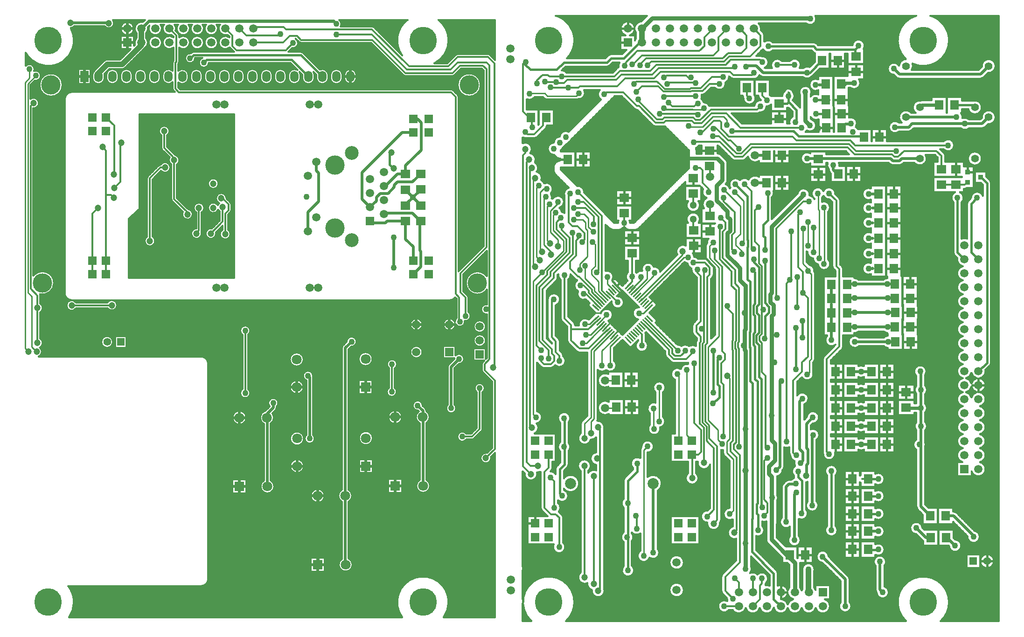
<source format=gbl>
%FSLAX43Y43*%
%MOMM*%
G71*
G01*
G75*
G04 Layer_Physical_Order=4*
%ADD10C,0.300*%
%ADD11R,1.800X1.600*%
%ADD12R,1.500X1.300*%
%ADD13O,1.800X0.350*%
%ADD14O,1.800X0.350*%
%ADD15R,2.500X0.500*%
%ADD16R,2.500X2.000*%
%ADD17R,1.600X1.800*%
%ADD18R,2.150X0.600*%
%ADD19R,2.150X0.600*%
%ADD20R,0.850X1.300*%
%ADD21R,1.300X0.850*%
%ADD22R,1.450X0.550*%
%ADD23R,1.450X0.550*%
%ADD24C,0.250*%
%ADD25R,0.300X1.600*%
%ADD26R,2.200X0.600*%
%ADD27R,2.700X2.500*%
%ADD28R,0.600X2.150*%
%ADD29R,1.550X0.600*%
%ADD30R,0.600X1.700*%
%ADD31R,1.300X1.500*%
%ADD32R,1.550X0.600*%
%ADD33R,2.200X0.550*%
%ADD34R,2.200X0.550*%
%ADD35R,2.200X0.600*%
%ADD36C,0.063*%
%ADD37R,0.600X2.150*%
%ADD38R,1.700X0.600*%
%ADD39R,1.700X0.600*%
%ADD40C,0.500*%
%ADD41C,1.000*%
%ADD42C,0.400*%
%ADD43C,0.600*%
%ADD44C,0.800*%
%ADD45C,0.100*%
%ADD46C,1.200*%
%ADD47R,1.500X1.500*%
%ADD48C,1.500*%
%ADD49C,1.800*%
%ADD50R,1.800X1.800*%
%ADD51O,1.500X2.000*%
%ADD52R,1.500X2.000*%
%ADD53R,1.400X1.400*%
%ADD54C,1.400*%
%ADD55C,2.500*%
%ADD56C,3.500*%
%ADD57C,5.000*%
%ADD58C,1.100*%
%ADD59C,1.500*%
%ADD60C,2.000*%
%ADD61C,1.300*%
%ADD62C,1.270*%
%ADD63R,0.950X0.900*%
%ADD64C,0.700*%
D10*
X36911Y80700D02*
G03*
X36911Y80700I-950J0D01*
G01*
X39210Y76919D02*
G03*
X39063Y77273I-500J0D01*
G01*
X39210Y76919D02*
G03*
X39063Y77273I-500J0D01*
G01*
X37044Y77143D02*
G03*
X36781Y76780I616J-724D01*
G01*
X38359Y78020D02*
G03*
X37044Y77143I-950J0D01*
G01*
X29357Y84164D02*
G03*
X29807Y84971I-500J808D01*
G01*
G03*
X29004Y85910I-950J0D01*
G01*
X28357Y77870D02*
G03*
X28504Y77516I500J0D01*
G01*
X28357Y77870D02*
G03*
X28504Y77516I500J0D01*
G01*
X39063Y75516D02*
G03*
X39210Y75869I-354J354D01*
G01*
X39063Y75516D02*
G03*
X39210Y75869I-354J354D01*
G01*
X36839Y75940D02*
G03*
X37159Y75611I820J480D01*
G01*
X36781Y76780D02*
G03*
X36839Y75940I-820J-480D01*
G01*
X39060Y71518D02*
G03*
X38610Y72326I-950J0D01*
G01*
X36459Y71618D02*
G03*
X36434Y71836I-950J0D01*
G01*
X37610Y72326D02*
G03*
X39060Y71518I500J-808D01*
G01*
X35727Y72543D02*
G03*
X36459Y71618I-218J-925D01*
G01*
X33858Y75461D02*
G03*
X34308Y76269I-500J808D01*
G01*
G03*
X32858Y75461I-950J0D01*
G01*
X32208Y75119D02*
G03*
X31372Y76062I-950J0D01*
G01*
X30432Y75588D02*
G03*
X32208Y75119I826J-469D01*
G01*
X33803Y71939D02*
G03*
X33858Y72168I-444J230D01*
G01*
X33803Y71939D02*
G03*
X33858Y72168I-444J230D01*
G01*
X33858Y71618D02*
G03*
X33803Y71939I-950J0D01*
G01*
X32858Y72567D02*
G03*
X33858Y71618I50J-949D01*
G01*
X27557Y89415D02*
G03*
X28007Y90223I-500J808D01*
G01*
G03*
X26557Y89415I-950J0D01*
G01*
X28042Y85458D02*
G03*
X28357Y84164I816J-487D01*
G01*
X28157Y83621D02*
G03*
X26399Y84121I-950J0D01*
G01*
X26490Y82997D02*
G03*
X28157Y83621I717J624D01*
G01*
X26557Y87150D02*
G03*
X26703Y86797I500J0D01*
G01*
X26557Y87150D02*
G03*
X26703Y86797I500J0D01*
G01*
X26399Y84121D02*
G03*
X26053Y83975I8J-500D01*
G01*
X26399Y84121D02*
G03*
X26053Y83975I8J-500D01*
G01*
X24103Y82024D02*
G03*
X23956Y81671I354J-354D01*
G01*
X24103Y82024D02*
G03*
X23956Y81671I354J-354D01*
G01*
X25406Y70268D02*
G03*
X24956Y71075I-950J0D01*
G01*
X23956D02*
G03*
X25406Y70268I500J-808D01*
G01*
X86254Y103951D02*
G03*
X85822Y104200I-433J-251D01*
G01*
X80300Y104200D02*
G03*
X79947Y104054I-0J-500D01*
G01*
X80300Y104200D02*
G03*
X79947Y104054I-0J-500D01*
G01*
X79400Y100250D02*
G03*
X79754Y100397I0J500D01*
G01*
X79400Y100250D02*
G03*
X79754Y100397I0J500D01*
G01*
X79454Y97654D02*
G03*
X79100Y97800I-354J-354D01*
G01*
X79454Y97654D02*
G03*
X79100Y97800I-354J-354D01*
G01*
X84500Y98600D02*
G03*
X84500Y98600I-2100J0D01*
G01*
X80450Y96450D02*
G03*
X80304Y96804I-500J0D01*
G01*
X80450Y96450D02*
G03*
X80304Y96804I-500J0D01*
G01*
X85600Y58755D02*
G03*
X85600Y56974I-129J-891D01*
G01*
X82250Y60000D02*
G03*
X82104Y60354I-500J0D01*
G01*
X82250Y60000D02*
G03*
X82104Y60354I-500J0D01*
G01*
X82650Y56650D02*
G03*
X82250Y57398I-900J0D01*
G01*
X85421Y54743D02*
G03*
X85421Y54743I-1100J0D01*
G01*
Y52203D02*
G03*
X85421Y52203I-1100J0D01*
G01*
X80574Y64867D02*
G03*
X80450Y64750I277J-416D01*
G01*
X85600Y63883D02*
G03*
X85600Y61417I-1700J-1233D01*
G01*
X81608Y55761D02*
G03*
X82650Y56650I142J889D01*
G01*
X81620Y55614D02*
G03*
X81608Y55761I-900J0D01*
G01*
X79793Y59942D02*
G03*
X79866Y60027I-929J874D01*
G01*
X80100Y56266D02*
G03*
X79825Y55523I620J-652D01*
G01*
X79900Y55245D02*
G03*
X81620Y55614I821J369D01*
G01*
X79909Y55101D02*
G03*
X79900Y55245I-1100J0D01*
G01*
X78825Y59525D02*
G03*
X79793Y59942I25J1275D01*
G01*
X78604Y59540D02*
G03*
X78825Y59525I196J1260D01*
G01*
X79825Y55523D02*
G03*
X79909Y55101I-1016J-422D01*
G01*
X78650Y106700D02*
G03*
X76794Y110417I-4650J0D01*
G01*
X65120Y109081D02*
G03*
X64766Y109227I-354J-354D01*
G01*
X65120Y109081D02*
G03*
X64766Y109227I-354J-354D01*
G01*
X76049Y102526D02*
G03*
X78650Y106700I-2049J4174D01*
G01*
X71206Y110417D02*
G03*
X70250Y103951I2794J-3717D01*
G01*
X59193Y109678D02*
G03*
X58806Y110417I-900J0D01*
G01*
X59072Y109227D02*
G03*
X59193Y109678I-779J450D01*
G01*
X51547Y106397D02*
G03*
X51900Y106250I354J354D01*
G01*
X51547Y106397D02*
G03*
X51900Y106250I354J354D01*
G01*
X51350Y106200D02*
G03*
X50863Y107000I-900J0D01*
G01*
X52224Y104438D02*
G03*
X51834Y104600I-390J-388D01*
G01*
X52223Y104439D02*
G03*
X51834Y104600I-389J-389D01*
G01*
X50275Y105317D02*
G03*
X51350Y106200I176J883D01*
G01*
X61933Y100381D02*
G03*
X59733Y100381I-1100J0D01*
G01*
X59393D02*
G03*
X57193Y100381I-1100J0D01*
G01*
X56853D02*
G03*
X55285Y101377I-1100J0D01*
G01*
X54313Y100381D02*
G03*
X54152Y100955I-1100J0D01*
G01*
X51247Y101320D02*
G03*
X49573Y100381I-574J-939D01*
G01*
X51773D02*
G03*
X51612Y100955I-1100J0D01*
G01*
X70447Y100397D02*
G03*
X70800Y100250I354J354D01*
G01*
X70447Y100397D02*
G03*
X70800Y100250I354J354D01*
G01*
X73909Y55101D02*
G03*
X73909Y55101I-1100J0D01*
G01*
Y50101D02*
G03*
X73909Y50101I-1100J0D01*
G01*
X61000Y51102D02*
G03*
X61950Y52000I50J899D01*
G01*
X59733Y99881D02*
G03*
X61933Y99881I1100J0D01*
G01*
X57193D02*
G03*
X59393Y99881I1100J0D01*
G01*
X54653D02*
G03*
X56853Y99881I1100J0D01*
G01*
X52113D02*
G03*
X54313Y99881I1100J0D01*
G01*
X49573D02*
G03*
X51773Y99881I1100J0D01*
G01*
X61950Y52000D02*
G03*
X60152Y51950I-900J0D01*
G01*
X59476Y51274D02*
G03*
X59300Y50850I424J-424D01*
G01*
X59476Y51274D02*
G03*
X59300Y50850I424J-424D01*
G01*
X57000Y59530D02*
G03*
X57147Y59538I0J1275D01*
G01*
X56804D02*
G03*
X57000Y59530I196J2266D01*
G01*
X51500Y59525D02*
G03*
X51664Y59536I0J1275D01*
G01*
X84868Y48266D02*
G03*
X84721Y47912I354J-354D01*
G01*
X84868Y48266D02*
G03*
X84721Y47912I354J-354D01*
G01*
X84800Y42802D02*
G03*
X85200Y43550I-500J748D01*
G01*
G03*
X83800Y42802I-900J0D01*
G01*
X80520Y47964D02*
G03*
X81470Y48862I50J899D01*
G01*
G03*
X79909Y49473I-900J0D01*
G01*
X84721Y46812D02*
G03*
X84868Y46458I500J0D01*
G01*
X84721Y46812D02*
G03*
X84868Y46458I500J0D01*
G01*
X84654Y35747D02*
G03*
X84800Y36100I-354J354D01*
G01*
X84654Y35747D02*
G03*
X84800Y36100I-354J354D01*
G01*
X81899Y35250D02*
G03*
X81899Y34250I-748J-500D01*
G01*
X79681Y49001D02*
G03*
X79672Y48812I889J-139D01*
G01*
X78701Y47841D02*
G03*
X78525Y47417I424J-424D01*
G01*
X78701Y47841D02*
G03*
X78525Y47417I424J-424D01*
G01*
X80025Y39900D02*
G03*
X79725Y40571I-900J0D01*
G01*
X74650Y39400D02*
G03*
X74474Y39824I-600J0D01*
G01*
X74650Y39400D02*
G03*
X74474Y39824I-600J0D01*
G01*
X73950Y40400D02*
G03*
X73100Y39502I-900J0D01*
G01*
X78525Y40571D02*
G03*
X80025Y39900I600J-671D01*
G01*
X75220Y38300D02*
G03*
X74650Y39349I-1250J0D01*
G01*
X73268Y39334D02*
G03*
X73450Y37163I702J-1034D01*
G01*
X74650Y37251D02*
G03*
X75220Y38300I-680J1049D01*
G01*
X82950Y34250D02*
G03*
X83304Y34397I0J500D01*
G01*
X82950Y34250D02*
G03*
X83304Y34397I0J500D01*
G01*
X86372Y30858D02*
G03*
X86346Y31075I-950J0D01*
G01*
X85639Y31783D02*
G03*
X86372Y30858I-218J-925D01*
G01*
X77750Y1950D02*
G03*
X78650Y4700I-3750J2750D01*
G01*
X75300Y25800D02*
G03*
X74650Y26897I-1250J0D01*
G01*
X73450D02*
G03*
X75300Y25800I600J-1097D01*
G01*
X78650Y4700D02*
G03*
X70250Y1950I-4650J0D01*
G01*
X68900Y47152D02*
G03*
X69300Y47900I-500J748D01*
G01*
G03*
X67900Y47152I-900J0D01*
G01*
X64850Y48830D02*
G03*
X64850Y48830I-1250J0D01*
G01*
X69250Y42900D02*
G03*
X68900Y43612I-900J0D01*
G01*
X67900Y43680D02*
G03*
X69250Y42900I450J-779D01*
G01*
X54035Y45635D02*
G03*
X54050Y45800I-885J165D01*
G01*
X54050Y45500D02*
G03*
X54035Y45635I-600J0D01*
G01*
X54050Y45500D02*
G03*
X54035Y45635I-600J0D01*
G01*
X54050Y45800D02*
G03*
X52850Y44952I-900J0D01*
G01*
X52350Y48750D02*
G03*
X52350Y48750I-1250J0D01*
G01*
Y43750D02*
G03*
X52350Y43750I-1250J0D01*
G01*
X70220Y38300D02*
G03*
X70220Y38300I-1250J0D01*
G01*
X64900Y34480D02*
G03*
X64900Y34480I-1250J0D01*
G01*
X61150Y24000D02*
G03*
X60500Y25097I-1250J0D01*
G01*
Y22903D02*
G03*
X61150Y24000I-600J1097D01*
G01*
X59300Y25097D02*
G03*
X59300Y22903I600J-1097D01*
G01*
X61230Y11500D02*
G03*
X60500Y12637I-1250J0D01*
G01*
X59300Y12549D02*
G03*
X61230Y11500I680J-1049D01*
G01*
X54350Y34400D02*
G03*
X54050Y35071I-900J0D01*
G01*
X52850D02*
G03*
X54350Y34400I600J-671D01*
G01*
X52400D02*
G03*
X52400Y34400I-1250J0D01*
G01*
Y29400D02*
G03*
X52400Y29400I-1250J0D01*
G01*
X56150Y24000D02*
G03*
X56150Y24000I-1250J0D01*
G01*
X37184Y109578D02*
G03*
X38548Y107715I947J-738D01*
G01*
X36790Y108840D02*
G03*
X36537Y109578I-1200J0D01*
G01*
X34644D02*
G03*
X36790Y108840I947J-738D01*
G01*
X34250D02*
G03*
X33997Y109578I-1200J0D01*
G01*
X38953Y105427D02*
G03*
X39047Y105297I447J223D01*
G01*
X38953Y105427D02*
G03*
X39047Y105297I447J223D01*
G01*
X38900Y107220D02*
G03*
X38953Y105427I-770J-920D01*
G01*
X36790Y106300D02*
G03*
X36790Y106300I-1200J0D01*
G01*
X33954Y103500D02*
G03*
X35149Y102600I296J-850D01*
G01*
X32104Y109578D02*
G03*
X34250Y108840I947J-738D01*
G01*
X31710D02*
G03*
X31457Y109578I-1200J0D01*
G01*
X29564D02*
G03*
X31710Y108840I947J-738D01*
G01*
Y106300D02*
G03*
X29750Y107229I-1200J0D01*
G01*
Y107560D02*
G03*
X29604Y107914I-500J0D01*
G01*
X29170Y108840D02*
G03*
X28917Y109578I-1200J0D01*
G01*
X29095Y108422D02*
G03*
X29170Y108840I-1125J418D01*
G01*
X27024Y109578D02*
G03*
X28388Y107715I947J-738D01*
G01*
X29750Y107560D02*
G03*
X29604Y107914I-500J0D01*
G01*
X34250Y106300D02*
G03*
X34250Y106300I-1200J0D01*
G01*
X32350Y104600D02*
G03*
X31961Y104439I0J-550D01*
G01*
X32350Y104600D02*
G03*
X31960Y104438I0J-550D01*
G01*
X29750Y105371D02*
G03*
X31710Y106300I760J929D01*
G01*
X31865Y104343D02*
G03*
X32650Y103450I-115J-893D01*
G01*
X28750Y107212D02*
G03*
X28750Y105388I-780J-912D01*
G01*
X28747Y103004D02*
G03*
X28600Y102650I354J-354D01*
G01*
X29604Y102447D02*
G03*
X29750Y102800I-354J354D01*
G01*
X28747Y103004D02*
G03*
X28600Y102650I354J-354D01*
G01*
X29604Y102447D02*
G03*
X29750Y102800I-354J354D01*
G01*
X49233Y100381D02*
G03*
X47033Y100381I-1100J0D01*
G01*
X46693D02*
G03*
X44493Y100381I-1100J0D01*
G01*
X44153D02*
G03*
X41953Y100381I-1100J0D01*
G01*
X41613D02*
G03*
X39413Y100381I-1100J0D01*
G01*
X39073D02*
G03*
X36873Y100381I-1100J0D01*
G01*
X47033Y99881D02*
G03*
X49233Y99881I1100J0D01*
G01*
X44493D02*
G03*
X46693Y99881I1100J0D01*
G01*
X41953D02*
G03*
X44153Y99881I1100J0D01*
G01*
X39413D02*
G03*
X41613Y99881I1100J0D01*
G01*
X36873D02*
G03*
X39073Y99881I1100J0D01*
G01*
X36533Y100381D02*
G03*
X34333Y100381I-1100J0D01*
G01*
X33993D02*
G03*
X31793Y100381I-1100J0D01*
G01*
X31453D02*
G03*
X29600Y101183I-1100J0D01*
G01*
X28600Y101150D02*
G03*
X26713Y100381I-787J-768D01*
G01*
X34333Y99881D02*
G03*
X36533Y99881I1100J0D01*
G01*
X31793D02*
G03*
X33993Y99881I1100J0D01*
G01*
X29600Y99079D02*
G03*
X31453Y99881I753J802D01*
G01*
X26713D02*
G03*
X28600Y99113I1100J0D01*
G01*
Y97900D02*
G03*
X28747Y97547I500J0D01*
G01*
X28600Y97900D02*
G03*
X28747Y97547I500J0D01*
G01*
X26630Y108840D02*
G03*
X26377Y109578I-1200J0D01*
G01*
X24368Y109399D02*
G03*
X26630Y108840I1062J-559D01*
G01*
X24090D02*
G03*
X24063Y109094I-1200J0D01*
G01*
X23144Y110013D02*
G03*
X22040Y107993I-254J-1173D01*
G01*
X23740Y107993D02*
G03*
X24090Y108840I-850J847D01*
G01*
X26630Y106300D02*
G03*
X26630Y106300I-1200J0D01*
G01*
X24090D02*
G03*
X23740Y107147I-1200J0D01*
G01*
X23538Y105290D02*
G03*
X24090Y106300I-648J1010D01*
G01*
X22040Y107147D02*
G03*
X21756Y105908I850J-847D01*
G01*
X21550Y108840D02*
G03*
X21550Y108840I-1200J0D01*
G01*
X17947Y109828D02*
G03*
X17742Y110417I-950J0D01*
G01*
X16208Y109300D02*
G03*
X17947Y109828I790J528D01*
G01*
X10070Y108950D02*
G03*
X10789Y109300I-17J950D01*
G01*
X10650Y106700D02*
G03*
X10070Y108950I-4650J0D01*
G01*
X16750Y103200D02*
G03*
X16149Y102951I0J-850D01*
G01*
X16750Y103200D02*
G03*
X16149Y102951I0J-850D01*
G01*
X1947Y104420D02*
G03*
X10650Y106700I4053J2280D01*
G01*
X3498Y101476D02*
G03*
X1947Y102098I-900J0D01*
G01*
X26373Y100381D02*
G03*
X24173Y100381I-1100J0D01*
G01*
X19400Y101500D02*
G03*
X20001Y101749I0J850D01*
G01*
X19400Y101500D02*
G03*
X20001Y101749I0J850D01*
G01*
X23833Y100381D02*
G03*
X21633Y100381I-1100J0D01*
G01*
X21293D02*
G03*
X19093Y100381I-1100J0D01*
G01*
X18753D02*
G03*
X16553Y100381I-1100J0D01*
G01*
X16213D02*
G03*
X16193Y100591I-1100J0D01*
G01*
X24173Y99881D02*
G03*
X26373Y99881I1100J0D01*
G01*
X21633D02*
G03*
X23833Y99881I1100J0D01*
G01*
X19093D02*
G03*
X21293Y99881I1100J0D01*
G01*
X16553D02*
G03*
X18753Y99881I1100J0D01*
G01*
X14481Y101281D02*
G03*
X14013Y100381I632J-900D01*
G01*
Y99881D02*
G03*
X16213Y99881I1100J0D01*
G01*
X3421Y101113D02*
G03*
X3498Y101476I-824J363D01*
G01*
X4651Y100275D02*
G03*
X3421Y101113I-900J0D01*
G01*
X3546Y99399D02*
G03*
X4651Y100275I205J876D01*
G01*
X10328Y97325D02*
G03*
X9025Y96050I-27J-1275D01*
G01*
X8600Y98600D02*
G03*
X8600Y98600I-2100J0D01*
G01*
X3301Y94375D02*
G03*
X4301Y95324I50J949D01*
G01*
G03*
X2773Y96078I-950J0D01*
G01*
X42250Y53252D02*
G03*
X42650Y54000I-500J748D01*
G01*
Y42650D02*
G03*
X42250Y43398I-900J0D01*
G01*
X47450Y40179D02*
G03*
X47750Y40850I-600J671D01*
G01*
X47274Y39576D02*
G03*
X47450Y40000I-424J424D01*
G01*
X47750Y40850D02*
G03*
X46215Y40213I-900J0D01*
G01*
X47274Y39576D02*
G03*
X47450Y40000I-424J424D01*
G01*
X46950Y38200D02*
G03*
X46678Y38979I-1250J0D01*
G01*
X46380Y37151D02*
G03*
X46950Y38200I-680J1049D01*
G01*
X45420Y39418D02*
G03*
X45180Y37063I280J-1218D01*
G01*
X42650Y54000D02*
G03*
X41250Y53252I-900J0D01*
G01*
X39817Y59538D02*
G03*
X40000Y59525I183J1262D01*
G01*
X41250Y43398D02*
G03*
X42650Y42650I500J-748D01*
G01*
X41950Y38200D02*
G03*
X41950Y38200I-1250J0D01*
G01*
X47030Y25700D02*
G03*
X46380Y26797I-1250J0D01*
G01*
X45180D02*
G03*
X47030Y25700I600J-1097D01*
G01*
X9866Y59601D02*
G03*
X10325Y59525I434J1199D01*
G01*
X9025Y61149D02*
G03*
X9866Y59601I1230J-334D01*
G01*
X4492Y60601D02*
G03*
X7050Y62650I458J2049D01*
G01*
X4551Y60365D02*
G03*
X4492Y60601I-500J0D01*
G01*
X4551Y60365D02*
G03*
X4492Y60601I-500J0D01*
G01*
X7050Y62650D02*
G03*
X3301Y63950I-2100J0D01*
G01*
X35025Y48000D02*
G03*
X33750Y49275I-1275J0D01*
G01*
X35025Y48000D02*
G03*
X33750Y49275I-1275J0D01*
G01*
X34694Y8042D02*
G03*
X35025Y8900I-943J858D01*
G01*
X34694Y8042D02*
G03*
X35025Y8900I-943J858D01*
G01*
X18504Y58600D02*
G03*
X17689Y59540I-950J0D01*
G01*
X33750Y7625D02*
G03*
X34694Y8042I0J1275D01*
G01*
X33742Y7625D02*
G03*
X34694Y8042I8J1275D01*
G01*
X17420Y59540D02*
G03*
X16726Y59065I135J-940D01*
G01*
X16770Y58065D02*
G03*
X18504Y58600I785J535D01*
G01*
X17735Y51936D02*
G03*
X17735Y51936I-1050J0D01*
G01*
X11060Y59065D02*
G03*
X11060Y58065I-808J-500D01*
G01*
X10325Y59525D02*
G03*
X10546Y59540I25J1275D01*
G01*
X5001Y58115D02*
G03*
X4551Y58922I-950J0D01*
G01*
Y57307D02*
G03*
X5001Y58115I-500J808D01*
G01*
Y51763D02*
G03*
X4551Y52571I-950J0D01*
G01*
X4480Y50916D02*
G03*
X5001Y51763I-429J847D01*
G01*
X4851Y50163D02*
G03*
X4480Y50916I-950J0D01*
G01*
X4240Y49275D02*
G03*
X4851Y50163I-339J888D01*
G01*
X9750Y1950D02*
G03*
X10650Y4700I-3750J2750D01*
G01*
G03*
X9615Y7625I-4650J0D01*
G01*
X117752Y91073D02*
G03*
X117930Y91096I0J700D01*
G01*
X117752Y91073D02*
G03*
X117930Y91096I0J700D01*
G01*
X115707Y91278D02*
G03*
X116202Y91073I495J495D01*
G01*
X115707Y91278D02*
G03*
X116202Y91073I495J495D01*
G01*
X112356Y94279D02*
G03*
X112851Y94074I495J495D01*
G01*
X112356Y94279D02*
G03*
X112851Y94074I495J495D01*
G01*
X111601Y73551D02*
G03*
X111500Y73982I-1100J-32D01*
G01*
X109504D02*
G03*
X109402Y73551I998J-462D01*
G01*
X107131Y75095D02*
G03*
X106969Y75346I-656J-244D01*
G01*
X107131Y75095D02*
G03*
X106969Y75346I-656J-244D01*
G01*
X100367Y88143D02*
G03*
X100933Y88709I-441J1008D01*
G01*
X99360Y87136D02*
G03*
X99857Y87634I-488J986D01*
G01*
X103269Y79046D02*
G03*
X103274Y79151I-1095J105D01*
G01*
G03*
X101990Y80236I-1100J0D01*
G01*
X178549Y107447D02*
G03*
X178543Y107227I1266J-149D01*
G01*
X177930Y102041D02*
G03*
X175435Y101927I-1250J0D01*
G01*
X178549Y101415D02*
G03*
X178542Y101313I2225J-213D01*
G01*
G03*
X178549Y101098I1273J-64D01*
G01*
X176567Y100796D02*
G03*
X177930Y102041I113J1245D01*
G01*
X175190Y99751D02*
G03*
X175756Y99986I-0J800D01*
G01*
X175190Y99751D02*
G03*
X175761Y99990I0J800D01*
G01*
X175430Y94541D02*
G03*
X173715Y95701I-1250J0D01*
G01*
X177930Y92741D02*
G03*
X175435Y92627I-1250J0D01*
G01*
X176567Y91496D02*
G03*
X177930Y92741I113J1245D01*
G01*
X172977Y94201D02*
G03*
X175430Y94541I1203J340D01*
G01*
X175490Y90751D02*
G03*
X176056Y90985I0J800D01*
G01*
X175490Y90751D02*
G03*
X176056Y90985I0J800D01*
G01*
X171924Y92751D02*
G03*
X171629Y93501I-1100J0D01*
G01*
X173129Y92351D02*
G03*
X171905Y92546I-755J-800D01*
G01*
G03*
X171924Y92751I-1081J205D01*
G01*
X171619Y90751D02*
G03*
X173129Y90751I755J800D01*
G01*
X175430Y85241D02*
G03*
X175430Y85241I-1250J0D01*
G01*
X169474Y106701D02*
G03*
X166088Y111176I-4650J0D01*
G01*
X162845Y102493D02*
G03*
X169474Y106701I1979J4208D01*
G01*
X163561Y111176D02*
G03*
X161663Y103291I1264J-4475D01*
G01*
G03*
X160431Y102094I17J-1250D01*
G01*
X162930Y102041D02*
G03*
X162845Y102493I-1250J0D01*
G01*
X162723Y101351D02*
G03*
X162930Y102041I-1043J690D01*
G01*
X170424Y87651D02*
G03*
X168476Y88351I-1100J0D01*
G01*
Y86951D02*
G03*
X170424Y87651I849J700D01*
G01*
X168813Y85726D02*
G03*
X168608Y86221I-700J0D01*
G01*
X168813Y85726D02*
G03*
X168608Y86221I-700J0D01*
G01*
X164590Y95801D02*
G03*
X164380Y95775I0J-850D01*
G01*
X164590Y95801D02*
G03*
X164380Y95775I0J-850D01*
G01*
G03*
X163430Y93541I-200J-1234D01*
G01*
X165430Y85241D02*
G03*
X165228Y85923I-1250J0D01*
G01*
X163220Y84441D02*
G03*
X165430Y85241I960J800D01*
G01*
X162641Y93541D02*
G03*
X160916Y91751I-960J-800D01*
G01*
X162174Y90151D02*
G03*
X162741Y90386I0J800D01*
G01*
X162174Y90151D02*
G03*
X162740Y90385I0J800D01*
G01*
X177118Y80771D02*
G03*
X176899Y81302I-750J0D01*
G01*
X177118Y80771D02*
G03*
X176899Y81302I-750J0D01*
G01*
X175618Y78448D02*
G03*
X173475Y78063I-1044J-347D01*
G01*
X172365Y79769D02*
G03*
X172796Y79918I0J700D01*
G01*
X172365Y79769D02*
G03*
X172796Y79918I0J700D01*
G01*
X171774Y77315D02*
G03*
X172124Y78120I-750J805D01*
G01*
X172987Y77575D02*
G03*
X172768Y77044I530J-530D01*
G01*
X172987Y77575D02*
G03*
X172768Y77044I530J-530D01*
G01*
X172124Y78120D02*
G03*
X171451Y79134I-1100J0D01*
G01*
X170598D02*
G03*
X170274Y77315I427J-1014D01*
G01*
X172768Y70694D02*
G03*
X171774Y70691I-493J-1203D01*
G01*
X170993Y67172D02*
G03*
X171997Y65681I1281J-221D01*
G01*
X170274Y68201D02*
G03*
X170494Y67671I750J0D01*
G01*
X170274Y68201D02*
G03*
X170494Y67671I750J0D01*
G01*
X160503Y84042D02*
G03*
X161069Y84276I0J800D01*
G01*
X160503Y84042D02*
G03*
X161070Y84277I0J800D01*
G01*
X171997Y65681D02*
G03*
X171997Y63141I278J-1270D01*
G01*
G03*
X171997Y60601I278J-1270D01*
G01*
G03*
X171997Y58061I278J-1270D01*
G01*
G03*
X171997Y55521I278J-1270D01*
G01*
G03*
X171997Y52981I278J-1270D01*
G01*
G03*
X171997Y50441I278J-1270D01*
G01*
X160431Y102094D02*
G03*
X159443Y100452I-957J-543D01*
G01*
X160009Y99900D02*
G03*
X160474Y99751I465J651D01*
G01*
X160009Y99900D02*
G03*
X160474Y99751I465J651D01*
G01*
X159909Y99986D02*
G03*
X160009Y99900I566J566D01*
G01*
X159909Y99986D02*
G03*
X160009Y99900I566J566D01*
G01*
X153969Y105104D02*
G03*
X154163Y105728I-906J624D01*
G01*
G03*
X151965Y105801I-1100J0D01*
G01*
X153374Y98951D02*
G03*
X153160Y99604I-1100J0D01*
G01*
X151576Y98101D02*
G03*
X153374Y98951I698J850D01*
G01*
X152762Y91624D02*
G03*
X151322Y92670I-1100J0D01*
G01*
X160429Y91751D02*
G03*
X160429Y90151I-755J-800D01*
G01*
X158706Y84277D02*
G03*
X159273Y84042I567J565D01*
G01*
X158707Y84276D02*
G03*
X159273Y84042I566J566D01*
G01*
X152947Y90604D02*
G03*
X152554Y90981I-934J-581D01*
G01*
G03*
X152762Y91624I-892J643D01*
G01*
X145374Y110601D02*
G03*
X145212Y111176I-1100J0D01*
G01*
X145405Y106132D02*
G03*
X144874Y106351I-530J-530D01*
G01*
X145405Y106132D02*
G03*
X144874Y106351I-530J-530D01*
G01*
X144894Y104521D02*
G03*
X145122Y104365I530J530D01*
G01*
X144894Y104521D02*
G03*
X145122Y104365I530J530D01*
G01*
X143519Y109801D02*
G03*
X145374Y110601I755J800D01*
G01*
X144614Y100204D02*
G03*
X144765Y100321I-379J647D01*
G01*
X144614Y100204D02*
G03*
X144765Y100321I-379J647D01*
G01*
X142969Y100051D02*
G03*
X144614Y100204I755J800D01*
G01*
X144177Y101854D02*
G03*
X142969Y101651I-453J-1003D01*
G01*
X145777Y99597D02*
G03*
X145777Y97655I-517J-971D01*
G01*
X149574Y84051D02*
G03*
X149503Y84441I-1100J0D01*
G01*
X147446D02*
G03*
X147674Y83296I1029J-390D01*
G01*
X149565Y83904D02*
G03*
X149574Y84051I-1090J147D01*
G01*
X147674Y83201D02*
G03*
X147910Y82634I800J0D01*
G01*
X147674Y83201D02*
G03*
X147909Y82635I800J0D01*
G01*
X145772Y96849D02*
G03*
X144360Y96507I-511J-974D01*
G01*
Y96771D02*
G03*
X144510Y97326I-950J555D01*
G01*
X145360Y91274D02*
G03*
X144540Y92338I-1100J0D01*
G01*
X144360Y92804D02*
G03*
X145822Y92384I950J554D01*
G01*
X143656Y90355D02*
G03*
X145360Y91274I604J919D01*
G01*
X143429Y90051D02*
G03*
X143656Y90355I-755J800D01*
G01*
X144328Y86183D02*
G03*
X144328Y84362I-617J-910D01*
G01*
X155337Y79799D02*
G03*
X155337Y77803I-462J-998D01*
G01*
Y77249D02*
G03*
X155337Y75253I-462J-998D01*
G01*
X155337Y74593D02*
G03*
X155337Y72596I-462J-998D01*
G01*
Y71793D02*
G03*
X155337Y69797I-462J-998D01*
G01*
Y68999D02*
G03*
X155337Y67003I-462J-998D01*
G01*
X158302Y63523D02*
G03*
X157559Y63223I12J-1100D01*
G01*
X157609Y53865D02*
G03*
X158302Y53567I755J800D01*
G01*
X158367Y53063D02*
G03*
X157656Y52761I47J-1099D01*
G01*
X157662Y51161D02*
G03*
X158367Y50865I752J803D01*
G01*
X150274Y65151D02*
G03*
X150069Y65646I-700J0D01*
G01*
X150274Y65151D02*
G03*
X150069Y65646I-700J0D01*
G01*
X155337Y66271D02*
G03*
X155337Y64275I-462J-998D01*
G01*
X153117Y63223D02*
G03*
X152312Y63522I-755J-800D01*
G01*
X152312Y53566D02*
G03*
X153117Y53865I50J1099D01*
G01*
X153121Y52761D02*
G03*
X153114Y51161I-758J-797D01*
G01*
X150069Y50632D02*
G03*
X150274Y51127I-495J495D01*
G01*
X150069Y50632D02*
G03*
X150274Y51127I-495J495D01*
G01*
X148806Y78816D02*
G03*
X148811Y78921I-1095J105D01*
G01*
X149724Y77608D02*
G03*
X149519Y78103I-700J0D01*
G01*
X149724Y77608D02*
G03*
X149519Y78103I-700J0D01*
G01*
X148811Y78921D02*
G03*
X146689Y79327I-1100J0D01*
G01*
X146697Y78495D02*
G03*
X147816Y77826I1014J426D01*
G01*
X146399Y78074D02*
G03*
X146697Y78495I-725J827D01*
G01*
X146689Y79327D02*
G03*
X144809Y78222I-1014J-426D01*
G01*
G03*
X144163Y78542I-785J-771D01*
G01*
G03*
X144174Y78701I-1088J159D01*
G01*
X147499Y75524D02*
G03*
X147874Y76351I-725J827D01*
G01*
X144890Y78130D02*
G03*
X145049Y77996I785J771D01*
G01*
Y77850D02*
G03*
X144890Y78130I-1025J-399D01*
G01*
X147874Y76351D02*
G03*
X146399Y77385I-1100J0D01*
G01*
X143599Y68363D02*
G03*
X143815Y68323I311J1055D01*
G01*
G03*
X144811Y67123I1095J-104D01*
G01*
X148324Y65701D02*
G03*
X148529Y65206I700J0D01*
G01*
X148324Y65701D02*
G03*
X148529Y65206I700J0D01*
G01*
X147911Y66118D02*
G03*
X147499Y66976I-1100J0D01*
G01*
X145714Y66036D02*
G03*
X147911Y66118I1097J82D01*
G01*
X147362Y53019D02*
G03*
X148874Y51426I800J-755D01*
G01*
X144811Y67123D02*
G03*
X145714Y66036I1100J-5D01*
G01*
X145016Y64730D02*
G03*
X145024Y64867I-1091J137D01*
G01*
X145199Y64267D02*
G03*
X145016Y64730I-675J0D01*
G01*
X145024Y64867D02*
G03*
X144135Y65947I-1100J0D01*
G01*
X145199Y64267D02*
G03*
X145016Y64730I-675J0D01*
G01*
X176899Y47655D02*
G03*
X177118Y48185I-530J530D01*
G01*
X176899Y47655D02*
G03*
X177118Y48185I-530J530D01*
G01*
X176114Y46631D02*
G03*
X176096Y46852I-1300J0D01*
G01*
X175092Y45361D02*
G03*
X176114Y46631I-278J1270D01*
G01*
X173544Y46353D02*
G03*
X174537Y45361I1270J278D01*
G01*
X176114Y44091D02*
G03*
X175092Y45361I-1300J0D01*
G01*
X174537Y45361D02*
G03*
X173544Y44369I278J-1270D01*
G01*
X175092Y42821D02*
G03*
X176114Y44091I-278J1270D01*
G01*
X173544Y43813D02*
G03*
X174537Y42821I1270J278D01*
G01*
X176114Y41551D02*
G03*
X175092Y42821I-1300J0D01*
G01*
X175092Y40281D02*
G03*
X176114Y41551I-278J1270D01*
G01*
X174537Y42821D02*
G03*
X173544Y41829I278J-1270D01*
G01*
X172552Y45361D02*
G03*
X173544Y46353I-278J1270D01*
G01*
X173544Y44369D02*
G03*
X172552Y45361I-1270J-278D01*
G01*
X171997Y50441D02*
G03*
X171997Y47901I278J-1270D01*
G01*
G03*
X171997Y45361I278J-1270D01*
G01*
G03*
X171997Y42821I278J-1270D01*
G01*
X165174Y45969D02*
G03*
X165374Y46601I-900J632D01*
G01*
X172552Y42821D02*
G03*
X173544Y43813I-278J1270D01*
G01*
X173544Y41829D02*
G03*
X172552Y42821I-1270J-278D01*
G01*
X171997D02*
G03*
X171997Y40281I278J-1270D01*
G01*
X176114Y39011D02*
G03*
X175092Y40281I-1300J0D01*
G01*
Y37741D02*
G03*
X176114Y39011I-278J1270D01*
G01*
Y36471D02*
G03*
X175092Y37741I-1300J0D01*
G01*
Y35201D02*
G03*
X176114Y36471I-278J1270D01*
G01*
Y33931D02*
G03*
X175092Y35201I-1300J0D01*
G01*
Y32661D02*
G03*
X176114Y33931I-278J1270D01*
G01*
Y31391D02*
G03*
X175092Y32661I-1300J0D01*
G01*
X171997Y40281D02*
G03*
X171997Y37741I278J-1270D01*
G01*
G03*
X171997Y35201I278J-1270D01*
G01*
G03*
X171997Y32661I278J-1270D01*
G01*
G03*
X171884Y30151I278J-1270D01*
G01*
X165374Y46601D02*
G03*
X163574Y45753I-1100J0D01*
G01*
X165468Y43245D02*
G03*
X165174Y43993I-1100J0D01*
G01*
Y42497D02*
G03*
X165468Y43245I-807J748D01*
G01*
X163574Y44007D02*
G03*
X163574Y42483I793J-762D01*
G01*
X165474Y39951D02*
G03*
X165174Y40706I-1100J0D01*
G01*
Y39196D02*
G03*
X165474Y39951I-800J755D01*
G01*
X165468Y36645D02*
G03*
X165174Y37393I-1100J0D01*
G01*
Y35897D02*
G03*
X165468Y36645I-807J748D01*
G01*
X163574Y37407D02*
G03*
X163574Y35883I793J-762D01*
G01*
X165215Y33309D02*
G03*
X165174Y33607I-1100J0D01*
G01*
Y33012D02*
G03*
X165215Y33309I-1059J297D01*
G01*
X163574Y34267D02*
G03*
X163574Y32352I541J-958D01*
G01*
X175092Y30121D02*
G03*
X176114Y31391I-278J1270D01*
G01*
Y28851D02*
G03*
X175092Y30121I-1300J0D01*
G01*
X173574Y28461D02*
G03*
X176114Y28851I1240J390D01*
G01*
X175044Y16554D02*
G03*
X174143Y17636I-1100J0D01*
G01*
X172850Y16667D02*
G03*
X175044Y16554I1094J-113D01*
G01*
X170866Y20913D02*
G03*
X170299Y21149I-567J-565D01*
G01*
X170865Y20914D02*
G03*
X170299Y21149I-566J-566D01*
G01*
X171693Y14954D02*
G03*
X170625Y16053I-1100J0D01*
G01*
X169493Y14922D02*
G03*
X171693Y14954I1100J32D01*
G01*
X178549Y11049D02*
G03*
X178542Y10827I1266J-152D01*
G01*
X177636Y12143D02*
G03*
X177636Y12143I-1250J0D01*
G01*
X178549Y5018D02*
G03*
X178542Y4913I2225J-217D01*
G01*
G03*
X178549Y4695I1273J-64D01*
G01*
X167969Y1276D02*
G03*
X169474Y4701I-3145J3425D01*
G01*
X163574Y22079D02*
G03*
X163809Y21513I800J0D01*
G01*
X163574Y22079D02*
G03*
X163810Y21512I800J0D01*
G01*
X164641Y18186D02*
G03*
X163509Y17055I-1100J-32D01*
G01*
X169474Y4701D02*
G03*
X161679Y1276I-4650J0D01*
G01*
X157740Y11298D02*
G03*
X158040Y12053I-800J755D01*
G01*
G03*
X156140Y11298I-1100J0D01*
G01*
X158540Y6502D02*
G03*
X157740Y7560I-1100J0D01*
G01*
X156340Y6472D02*
G03*
X158540Y6502I1100J30D01*
G01*
X154020Y47536D02*
G03*
X153022Y47545I-507J-976D01*
G01*
Y45576D02*
G03*
X154020Y45584I491J984D01*
G01*
X154024Y44225D02*
G03*
X153022Y44236I-512J-974D01*
G01*
Y42267D02*
G03*
X154024Y42277I491J984D01*
G01*
Y40925D02*
G03*
X153022Y40935I-512J-974D01*
G01*
Y38967D02*
G03*
X154024Y38977I491J984D01*
G01*
X154020Y37627D02*
G03*
X153022Y37636I-507J-976D01*
G01*
Y35667D02*
G03*
X154020Y35675I491J984D01*
G01*
X157763Y27058D02*
G03*
X156122Y28015I-1100J0D01*
G01*
Y26101D02*
G03*
X157763Y27058I542J957D01*
G01*
X154020Y34334D02*
G03*
X153022Y34342I-507J-976D01*
G01*
Y32373D02*
G03*
X154020Y32382I491J984D01*
G01*
X153422Y27708D02*
G03*
X153322Y27661I250J-654D01*
G01*
Y26448D02*
G03*
X153422Y26401I350J606D01*
G01*
X146816Y49358D02*
G03*
X146611Y48863I495J-495D01*
G01*
X146816Y49358D02*
G03*
X146611Y48863I495J-495D01*
G01*
X145002Y48450D02*
G03*
X145199Y48927I-477J477D01*
G01*
X145002Y48450D02*
G03*
X145199Y48927I-477J477D01*
G01*
X144860Y46063D02*
G03*
X144785Y46462I-1100J0D01*
G01*
X142787Y45550D02*
G03*
X144860Y46063I973J513D01*
G01*
X145874Y38251D02*
G03*
X143675Y38283I-1100J0D01*
G01*
X143174Y40593D02*
G03*
X143974Y41651I-300J1058D01*
G01*
X148824Y31601D02*
G03*
X148782Y31904I-1100J0D01*
G01*
X146643Y31804D02*
G03*
X148824Y31601I1081J-203D01*
G01*
X148874Y27697D02*
G03*
X149224Y28501I-750J805D01*
G01*
G03*
X147374Y27697I-1100J0D01*
G01*
X145424Y34129D02*
G03*
X145924Y35051I-600J922D01*
G01*
X144806Y37152D02*
G03*
X145874Y38251I-32J1100D01*
G01*
X145924Y35051D02*
G03*
X144424Y36076I-1100J0D01*
G01*
X146611Y32015D02*
G03*
X146643Y31804I700J0D01*
G01*
X146611Y32015D02*
G03*
X146643Y31804I700J0D01*
G01*
X143560Y26508D02*
G03*
X143824Y26539I0J1150D01*
G01*
X157763Y23951D02*
G03*
X156122Y24908I-1100J0D01*
G01*
Y22994D02*
G03*
X157763Y23951I542J957D01*
G01*
Y20745D02*
G03*
X156122Y21702I-1100J0D01*
G01*
Y19787D02*
G03*
X157763Y20745I542J957D01*
G01*
Y17551D02*
G03*
X156122Y18508I-1100J0D01*
G01*
Y16594D02*
G03*
X157763Y17551I542J957D01*
G01*
Y14255D02*
G03*
X156122Y15212I-1100J0D01*
G01*
Y13297D02*
G03*
X157763Y14255I542J957D01*
G01*
X156140Y7002D02*
G03*
X156340Y6472I800J0D01*
G01*
X156140Y7002D02*
G03*
X156340Y6472I800J0D01*
G01*
X151738Y3951D02*
G03*
X151438Y4706I-1100J0D01*
G01*
Y8852D02*
G03*
X151204Y9418I-800J0D01*
G01*
X151438Y8852D02*
G03*
X151203Y9419I-800J0D01*
G01*
X149838Y4706D02*
G03*
X151738Y3951I800J-755D01*
G01*
X149224Y17751D02*
G03*
X148874Y18556I-1100J0D01*
G01*
X147374D02*
G03*
X149224Y17751I750J-805D01*
G01*
X145760Y22257D02*
G03*
X145424Y23048I-1100J0D01*
G01*
X143824Y22971D02*
G03*
X145760Y22257I836J-714D01*
G01*
X143824Y20801D02*
G03*
X143560Y21517I-1100J0D01*
G01*
X147636Y12985D02*
G03*
X146505Y11854I-1100J-32D01*
G01*
X147861Y3961D02*
G03*
X146951Y5201I-1300J0D01*
G01*
X145291Y3683D02*
G03*
X147861Y3961I1270J278D01*
G01*
X145010Y10326D02*
G03*
X145060Y10654I-1050J328D01*
G01*
G03*
X142910Y10326I-1100J0D01*
G01*
X145261Y6892D02*
G03*
X145010Y7345I-1240J-390D01*
G01*
X142751Y3683D02*
G03*
X145291Y3683I1270J278D01*
G01*
X142910Y7177D02*
G03*
X142751Y6779I1111J-676D01*
G01*
X142560Y102277D02*
G03*
X140572Y102927I-1100J0D01*
G01*
X142364Y101651D02*
G03*
X142560Y102277I-905J626D01*
G01*
X135974Y107601D02*
G03*
X135769Y108096I-700J0D01*
G01*
X135974Y107601D02*
G03*
X135769Y108096I-700J0D01*
G01*
X137479Y106351D02*
G03*
X135974Y106450I-805J-750D01*
G01*
X135701Y105088D02*
G03*
X137479Y104851I973J513D01*
G01*
X139157Y102927D02*
G03*
X137371Y101651I-849J-700D01*
G01*
X136708Y102727D02*
G03*
X135446Y103815I-1100J0D01*
G01*
X136012Y101704D02*
G03*
X136708Y102727I-404J1023D01*
G01*
X144510Y97326D02*
G03*
X142460Y96771I-1100J0D01*
G01*
Y94448D02*
G03*
X142340Y94605I-650J-373D01*
G01*
X142460Y94448D02*
G03*
X142340Y94605I-650J-373D01*
G01*
X141424Y96601D02*
G03*
X141154Y97323I-1100J0D01*
G01*
X140670Y97860D02*
G03*
X139663Y97480I-346J-609D01*
G01*
X141154Y97323D02*
G03*
X140670Y97860I-730J-172D01*
G01*
X141112Y95833D02*
G03*
X141424Y96601I-788J768D01*
G01*
X141060Y92827D02*
G03*
X140558Y91551I550J-953D01*
G01*
X139663Y97480D02*
G03*
X139225Y96557I662J-879D01*
G01*
X140112Y94457D02*
G03*
X140328Y94495I-21J750D01*
G01*
X140112Y94457D02*
G03*
X140328Y94495I-21J750D01*
G01*
X137230Y96557D02*
G03*
X136920Y96799I-821J-732D01*
G01*
X136358Y94726D02*
G03*
X137212Y95074I50J1099D01*
G01*
X135304Y108562D02*
G03*
X135334Y108841I-1270J280D01*
G01*
X135446Y103815D02*
G03*
X135158Y103877I-288J-638D01*
G01*
X135446Y103815D02*
G03*
X135158Y103877I-288J-638D01*
G01*
X135168Y100285D02*
G03*
X135733Y100051I566J566D01*
G01*
X135167Y100287D02*
G03*
X135733Y100051I567J565D01*
G01*
X135334Y108841D02*
G03*
X134911Y109801I-1300J0D01*
G01*
X133729Y99727D02*
G03*
X135081Y100372I329J1050D01*
G01*
X134870Y96663D02*
G03*
X135075Y96168I700J0D01*
G01*
X134870Y96663D02*
G03*
X135075Y96168I700J0D01*
G01*
X134358Y96175D02*
G03*
X134240Y96669I-1100J0D01*
G01*
X135313Y95930D02*
G03*
X135308Y95824I1095J-105D01*
G01*
G03*
X134163Y94825I-50J-1099D01*
G01*
X134220Y96708D02*
G03*
X134120Y96858I-963J-532D01*
G01*
X132166Y96310D02*
G03*
X134358Y96175I1092J-134D01*
G01*
X129812Y99931D02*
G03*
X130307Y99726I495J495D01*
G01*
X129812Y99931D02*
G03*
X130307Y99726I495J495D01*
G01*
X129574Y100051D02*
G03*
X129567Y100176I-1100J0D01*
G01*
X128899Y99036D02*
G03*
X129574Y100051I-425J1015D01*
G01*
X128924Y98801D02*
G03*
X128899Y99036I-1100J0D01*
G01*
X126976Y98101D02*
G03*
X128924Y98801I849J700D01*
G01*
X132070Y96663D02*
G03*
X132166Y96310I700J0D01*
G01*
X132070Y96663D02*
G03*
X132166Y96310I700J0D01*
G01*
X125539Y97326D02*
G03*
X125850Y97637I-315J625D01*
G01*
X124774Y96851D02*
G03*
X125269Y97056I0J700D01*
G01*
X124774Y96851D02*
G03*
X125269Y97056I0J700D01*
G01*
X124624Y96551D02*
G03*
X124583Y96851I-1100J0D01*
G01*
X124523Y96090D02*
G03*
X124624Y96551I-999J461D01*
G01*
X124946Y95451D02*
G03*
X124523Y96090I-1071J-250D01*
G01*
X135153Y93630D02*
G03*
X136358Y94725I105J1095D01*
G01*
X134658Y93425D02*
G03*
X135153Y93630I0J700D01*
G01*
X134658Y93425D02*
G03*
X135153Y93630I0J700D01*
G01*
X133005Y85580D02*
G03*
X135037Y84806I1270J279D01*
G01*
X132007Y84873D02*
G03*
X132502Y85078I0J700D01*
G01*
X132007Y84873D02*
G03*
X132502Y85078I0J700D01*
G01*
X130112D02*
G03*
X130607Y84873I495J495D01*
G01*
X130112Y85078D02*
G03*
X130607Y84873I495J495D01*
G01*
X126256Y94825D02*
G03*
X125991Y94773I0J-700D01*
G01*
X126256Y94825D02*
G03*
X125991Y94773I0J-700D01*
G01*
G03*
X124946Y95451I-1016J-421D01*
G01*
X123546Y87145D02*
G03*
X124108Y87623I-391J1028D01*
G01*
X123624Y86701D02*
G03*
X123546Y87145I-1300J0D01*
G01*
X129274Y84352D02*
G03*
X128996Y85024I-950J0D01*
G01*
X129274Y84352D02*
G03*
X128996Y85024I-950J0D01*
G01*
X123624Y86701D02*
G03*
X123546Y87145I-1300J0D01*
G01*
X128127Y85893D02*
G03*
X127471Y86171I-672J-672D01*
G01*
X144174Y78701D02*
G03*
X141996Y78916I-1100J0D01*
G01*
X137674Y79001D02*
G03*
X137602Y79395I-1100J0D01*
G01*
X137324Y78197D02*
G03*
X137674Y79001I-750J805D01*
G01*
X135037Y81912D02*
G03*
X133104Y81425I-763J-1053D01*
G01*
G03*
X131527Y81303I-729J-823D01*
G01*
G03*
X129809Y79941I-803J-752D01*
G01*
G03*
X129694Y79810I765J-790D01*
G01*
X128996Y80679D02*
G03*
X129274Y81351I-672J672D01*
G01*
X128996Y80679D02*
G03*
X129274Y81351I-672J672D01*
G01*
X129694Y79810D02*
G03*
X128926Y80609I-1069J-259D01*
G01*
X124876Y79709D02*
G03*
X125488Y78104I948J-558D01*
G01*
G03*
X125005Y76204I586J-1160D01*
G01*
X124274Y76748D02*
G03*
X123999Y77514I-1200J0D01*
G01*
X127001Y73504D02*
G03*
X126945Y73404I931J-586D01*
G01*
X125822Y70704D02*
G03*
X125590Y69881I860J-686D01*
G01*
X125554Y69845D02*
G03*
X125357Y69367I477J-477D01*
G01*
X125554Y69845D02*
G03*
X125357Y69367I477J-477D01*
G01*
X124042Y73539D02*
G03*
X124274Y74248I-968J710D01*
G01*
X125357Y67167D02*
G03*
X125381Y66989I675J0D01*
G01*
X125357Y67167D02*
G03*
X125381Y66989I675J0D01*
G01*
G03*
X125180Y67018I-200J-671D01*
G01*
X125381Y66989D02*
G03*
X125180Y67018I-200J-671D01*
G01*
X126551Y63672D02*
G03*
X126756Y64167I-495J495D01*
G01*
X126551Y63672D02*
G03*
X126756Y64167I-495J495D01*
G01*
X123954Y67018D02*
G03*
X123269Y67405I-849J-700D01*
G01*
X123724Y52269D02*
G03*
X123572Y51832I547J-437D01*
G01*
X123724Y52269D02*
G03*
X123572Y51832I547J-437D01*
G01*
X123236Y64122D02*
G03*
X123329Y64006I588J380D01*
G01*
X123236Y64122D02*
G03*
X123329Y64006I588J380D01*
G01*
X122150Y77514D02*
G03*
X124274Y76748I924J-765D01*
G01*
Y74248D02*
G03*
X122107Y73539I-1200J0D01*
G01*
X123269Y67405D02*
G03*
X122990Y68039I-1095J-104D01*
G01*
X122010Y66214D02*
G03*
X122748Y65277I1095J104D01*
G01*
X121465Y66460D02*
G03*
X122010Y66214I709J841D01*
G01*
X121668Y69447D02*
G03*
X120186Y67798I-513J-1029D01*
G01*
X122748Y65277D02*
G03*
X123236Y64122I1077J-226D01*
G01*
X123129Y55396D02*
G03*
X122924Y54901I495J-495D01*
G01*
X123129Y55396D02*
G03*
X122924Y54898I495J-495D01*
G01*
Y53701D02*
G03*
X123129Y53206I700J0D01*
G01*
X122924Y53701D02*
G03*
X123129Y53206I700J0D01*
G01*
X123572Y51196D02*
G03*
X122309Y51179I-619J-909D01*
G01*
X117088Y64699D02*
G03*
X115880Y65610I-1085J-182D01*
G01*
X122309Y51179D02*
G03*
X120927Y51205I-707J-843D01*
G01*
X121802Y48137D02*
G03*
X122131Y48218I0J700D01*
G01*
X121802Y48137D02*
G03*
X122131Y48218I0J700D01*
G01*
X120927Y51205D02*
G03*
X120175Y51434I-675J-869D01*
G01*
X119007Y48342D02*
G03*
X119502Y48137I495J495D01*
G01*
X118002Y49637D02*
G03*
X118207Y49142I700J0D01*
G01*
X118002Y49637D02*
G03*
X118207Y49142I700J0D01*
G01*
X113670Y110140D02*
G03*
X112444Y109119I44J-1299D01*
G01*
G03*
X110784Y107601I-1270J-278D01*
G01*
X112444Y108564D02*
G03*
X112664Y108075I1270J278D01*
G01*
X111565Y107601D02*
G03*
X112444Y108564I-390J1240D01*
G01*
X112664Y107068D02*
G03*
X112474Y106692I1050J-766D01*
G01*
X108174Y104201D02*
G03*
X107644Y103982I0J-750D01*
G01*
X108174Y104201D02*
G03*
X107644Y103982I0J-750D01*
G01*
X109696Y102701D02*
G03*
X109528Y101831I905J-625D01*
G01*
G03*
X109282Y101672I249J-654D01*
G01*
X109528Y101831D02*
G03*
X109282Y101672I249J-654D01*
G01*
X107424Y101951D02*
G03*
X107955Y102171I-0J750D01*
G01*
X107424Y101951D02*
G03*
X107955Y102171I0J750D01*
G01*
X106093Y97676D02*
G03*
X106330Y95945I781J-775D01*
G01*
X112324Y72251D02*
G03*
X113244Y72632I0J1300D01*
G01*
X112324Y72251D02*
G03*
X113244Y72632I0J1300D01*
G01*
X110502Y72858D02*
G03*
X111601Y72251I1100J694D01*
G01*
X110502Y72858D02*
G03*
X111601Y72251I1100J694D01*
G01*
X109402D02*
G03*
X110502Y72858I0J1300D01*
G01*
X109402Y72251D02*
G03*
X110502Y72858I0J1300D01*
G01*
X107705Y72682D02*
G03*
X108309Y72340I920J919D01*
G01*
X107705Y72682D02*
G03*
X108310Y72340I919J919D01*
G01*
X103400Y97126D02*
G03*
X103252Y97676I-1100J0D01*
G01*
X102133Y96038D02*
G03*
X103400Y97126I167J1087D01*
G01*
X101800Y95950D02*
G03*
X102133Y96038I0J675D01*
G01*
X101800Y95950D02*
G03*
X102133Y96038I0J675D01*
G01*
X100150Y103451D02*
G03*
X101474Y106701I-3326J3250D01*
G01*
G03*
X98088Y111176I-4650J0D01*
G01*
X100048Y100851D02*
G03*
X99185Y101251I-849J-700D01*
G01*
X100483Y90099D02*
G03*
X98827Y89221I-558J-948D01*
G01*
X96071Y96148D02*
G03*
X96548Y95950I477J477D01*
G01*
X96071Y96148D02*
G03*
X96548Y95950I477J477D01*
G01*
X92874Y96032D02*
G03*
X94253Y96401I473J993D01*
G01*
X96319Y90756D02*
G03*
X96524Y91251I-495J495D01*
G01*
X96319Y90756D02*
G03*
X96524Y91251I-495J495D01*
G01*
X98827Y89221D02*
G03*
X97772Y88122I44J-1099D01*
G01*
X94197Y88924D02*
G03*
X94692Y89129I0J700D01*
G01*
X94197Y88924D02*
G03*
X94692Y89129I0J700D01*
G01*
X92760Y88967D02*
G03*
X93002Y88924I242J657D01*
G01*
X92760Y88967D02*
G03*
X93002Y88924I242J657D01*
G01*
X92099Y89059D02*
G03*
X92760Y88967I475J992D01*
G01*
X97856Y85925D02*
G03*
X98937Y85198I1169J569D01*
G01*
X97856Y85925D02*
G03*
X98937Y85198I1169J569D01*
G01*
Y84892D02*
G03*
X97724Y83595I88J-1297D01*
G01*
X98937Y84892D02*
G03*
X97724Y83595I88J-1297D01*
G01*
Y83201D02*
G03*
X98106Y82282I1300J0D01*
G01*
X97724Y83201D02*
G03*
X98105Y82282I1300J0D01*
G01*
X100467Y79921D02*
G03*
X99724Y78393I258J-1069D01*
G01*
Y75338D02*
G03*
X99190Y75561I-675J-868D01*
G01*
X98757Y76301D02*
G03*
X99599Y77371I-258J1069D01*
G01*
G03*
X97535Y77901I-1100J0D01*
G01*
X99190Y75561D02*
G03*
X98757Y76301I-1091J-141D01*
G01*
X97772Y88122D02*
G03*
X97856Y85925I0J-1100D01*
G01*
X93747Y86973D02*
G03*
X92099Y88010I-1150J0D01*
G01*
X93459Y86211D02*
G03*
X93747Y86973I-861J762D01*
G01*
X97548Y79721D02*
G03*
X96018Y80733I-1100J0D01*
G01*
X95473Y81313D02*
G03*
X95548Y81722I-1075J408D01*
G01*
X96018Y80733D02*
G03*
X95473Y81313I-1020J-412D01*
G01*
X97193Y78911D02*
G03*
X97548Y79721I-744J810D01*
G01*
X97362Y77990D02*
G03*
X97398Y78271I-1064J281D01*
G01*
G03*
X97193Y78911I-1100J0D01*
G01*
X97535Y77901D02*
G03*
X97362Y77990I-587J-930D01*
G01*
X94447Y85072D02*
G03*
X93459Y86211I-1150J0D01*
G01*
X94329Y84564D02*
G03*
X94447Y85072I-1032J508D01*
G01*
X94898Y83572D02*
G03*
X94329Y84564I-1150J0D01*
G01*
X94639Y82846D02*
G03*
X94898Y83572I-892J726D01*
G01*
X95548Y81722D02*
G03*
X94639Y82846I-1150J0D01*
G01*
X115880Y65610D02*
G03*
X113818Y64846I-1027J-393D01*
G01*
G03*
X112786Y64504I-215J-1079D01*
G01*
G03*
X112652Y64635I-834J-717D01*
G01*
X111252Y64635D02*
G03*
X111147Y63037I700J-848D01*
G01*
X108509Y72290D02*
G03*
X108824Y72251I315J1261D01*
G01*
X108508Y72290D02*
G03*
X108824Y72251I316J1261D01*
G01*
X108362Y63150D02*
G03*
X108551Y63767I-910J617D01*
G01*
X110452Y59137D02*
G03*
X109224Y60229I-1100J0D01*
G01*
X113232Y58236D02*
G03*
X113065Y56045I-29J-1100D01*
G01*
X114437Y53346D02*
G03*
X114384Y53615I-700J0D01*
G01*
X114437Y53346D02*
G03*
X114384Y53615I-700J0D01*
G01*
X114828Y51248D02*
G03*
X114437Y52089I-1100J0D01*
G01*
X113037Y52104D02*
G03*
X114828Y51248I691J-856D01*
G01*
X108262Y59282D02*
G03*
X110452Y59137I1090J-145D01*
G01*
X107634Y55773D02*
G03*
X108452Y56837I-281J1063D01*
G01*
X108551Y63767D02*
G03*
X107174Y64832I-1100J0D01*
G01*
X101635Y63342D02*
G03*
X102000Y63149I495J495D01*
G01*
X101635Y63342D02*
G03*
X102000Y63149I495J495D01*
G01*
X102167Y61176D02*
G03*
X103589Y59677I985J-490D01*
G01*
X102025Y63123D02*
G03*
X102167Y61176I577J-937D01*
G01*
X100776Y64103D02*
G03*
X100771Y64206I-1100J0D01*
G01*
X100402Y63276D02*
G03*
X100776Y64103I-726J826D01*
G01*
X98588Y64267D02*
G03*
X99002Y63233I1088J-165D01*
G01*
X98244Y63072D02*
G03*
X98449Y63567I-495J495D01*
G01*
X98244Y63072D02*
G03*
X98449Y63567I-495J495D01*
G01*
X98876Y59651D02*
G03*
X96676Y59671I-1100J0D01*
G01*
X98076Y58593D02*
G03*
X98876Y59651I-300J1058D01*
G01*
X108452Y56837D02*
G03*
X106289Y57118I-1100J0D01*
G01*
X104100Y55989D02*
G03*
X102310Y54937I-710J-840D01*
G01*
X101907Y50242D02*
G03*
X102402Y50037I495J495D01*
G01*
X101907Y50242D02*
G03*
X102402Y50037I495J495D01*
G01*
X101602Y55037D02*
G03*
X101397Y55532I-700J0D01*
G01*
X101602Y55037D02*
G03*
X101397Y55532I-700J0D01*
G01*
X100202Y52237D02*
G03*
X100407Y51742I700J0D01*
G01*
X100202Y52237D02*
G03*
X100407Y51742I700J0D01*
G01*
X99002Y56237D02*
G03*
X99207Y55742I700J0D01*
G01*
X99002Y56237D02*
G03*
X99207Y55742I700J0D01*
G01*
X98826Y52050D02*
G03*
X98621Y52545I-700J0D01*
G01*
X98826Y52050D02*
G03*
X98621Y52545I-700J0D01*
G01*
X99876Y48499D02*
G03*
X99476Y49347I-1100J0D01*
G01*
Y49449D02*
G03*
X99271Y49944I-700J0D01*
G01*
X99476Y49449D02*
G03*
X99271Y49944I-700J0D01*
G01*
X96676Y52800D02*
G03*
X96881Y52305I700J0D01*
G01*
X96676Y52800D02*
G03*
X96881Y52305I700J0D01*
G01*
X143974Y41651D02*
G03*
X141924Y42206I-1100J0D01*
G01*
X139574Y32799D02*
G03*
X140524Y32838I435J1010D01*
G01*
Y31794D02*
G03*
X140660Y31380I700J0D01*
G01*
X140524Y31794D02*
G03*
X140660Y31380I700J0D01*
G01*
G03*
X141464Y30299I1100J-21D01*
G01*
G03*
X141557Y29409I1046J-341D01*
G01*
G03*
X141360Y27654I553J-951D01*
G01*
Y27408D02*
G03*
X141375Y27256I750J0D01*
G01*
X141360Y27408D02*
G03*
X141375Y27256I750J0D01*
G01*
G03*
X140856Y26901I334J-1048D01*
G01*
X140424D02*
G03*
X139859Y26667I0J-800D01*
G01*
X140424Y26901D02*
G03*
X139859Y26667I0J-800D01*
G01*
X128482Y31809D02*
G03*
X128679Y31332I675J0D01*
G01*
X128482Y31809D02*
G03*
X128679Y31332I675J0D01*
G01*
X128106Y32323D02*
G03*
X128482Y32327I176J1086D01*
G01*
X139340Y28708D02*
G03*
X139574Y29274I-566J566D01*
G01*
X139339Y28707D02*
G03*
X139574Y29274I-565J567D01*
G01*
X138272Y27564D02*
G03*
X139258Y28626I-113J1094D01*
G01*
X139359Y26167D02*
G03*
X139124Y25601I566J-566D01*
G01*
X139359Y26167D02*
G03*
X139124Y25601I566J-566D01*
G01*
X138435Y23656D02*
G03*
X138274Y24228I-1100J0D01*
G01*
Y23084D02*
G03*
X138435Y23656I-940J572D01*
G01*
X142224Y19821D02*
G03*
X143824Y20801I500J980D01*
G01*
X139124Y20006D02*
G03*
X140624Y18403I800J-755D01*
G01*
X129632Y21804D02*
G03*
X130224Y19748I51J-1099D01*
G01*
X135574Y19343D02*
G03*
X136374Y19374I360J1039D01*
G01*
X138224Y18747D02*
G03*
X138274Y19051I-900J304D01*
G01*
X136374Y19355D02*
G03*
X136324Y19051I900J-304D01*
G01*
X135924Y17751D02*
G03*
X135574Y18556I-1100J0D01*
G01*
X130224Y18420D02*
G03*
X130824Y16200I282J-1115D01*
G01*
X125687Y21350D02*
G03*
X125623Y19156I-105J-1095D01*
G01*
X127901Y19111D02*
G03*
X128106Y19606I-495J495D01*
G01*
X127901Y19111D02*
G03*
X128106Y19606I-495J495D01*
G01*
X127906Y18956D02*
G03*
X127896Y19106I-1150J0D01*
G01*
X125623Y19156D02*
G03*
X127906Y18956I1132J-200D01*
G01*
X122131Y48218D02*
G03*
X122137Y47938I1094J-117D01*
G01*
G03*
X120813Y46994I-232J-1075D01*
G01*
G03*
X119749Y45090I-658J-881D01*
G01*
X119007Y48342D02*
G03*
X119502Y48137I495J495D01*
G01*
X117578Y42794D02*
G03*
X118003Y43662I-675J869D01*
G01*
G03*
X116228Y42794I-1100J0D01*
G01*
X117953Y37511D02*
G03*
X117578Y38338I-1100J0D01*
G01*
X117046Y36427D02*
G03*
X117953Y37511I-193J1083D01*
G01*
X117079Y36159D02*
G03*
X117046Y36427I-1100J0D01*
G01*
X115204Y36940D02*
G03*
X117079Y36159I775J-781D01*
G01*
X123872Y30201D02*
G03*
X126105Y29670I1134J-193D01*
G01*
X124005Y27208D02*
G03*
X123555Y28120I-1150J0D01*
G01*
X122155D02*
G03*
X124005Y27208I700J-912D01*
G01*
X116597Y24918D02*
G03*
X117347Y26245I-800J1328D01*
G01*
G03*
X114804Y27435I-1550J0D01*
G01*
X142524Y15951D02*
G03*
X142224Y16706I-1100J0D01*
G01*
X140624D02*
G03*
X142524Y15951I800J-755D01*
G01*
X136324Y16039D02*
G03*
X136603Y15368I950J0D01*
G01*
X136324Y16039D02*
G03*
X136603Y15368I950J0D01*
G01*
X134474Y16708D02*
G03*
X135924Y17751I350J1043D01*
G01*
X138409Y9919D02*
G03*
X138189Y10449I-750J0D01*
G01*
X138409Y9919D02*
G03*
X138189Y10449I-750J0D01*
G01*
X142751Y6779D02*
G03*
X142431Y7389I-1270J-278D01*
G01*
X140531Y7389D02*
G03*
X140211Y6779I950J-887D01*
G01*
Y6223D02*
G03*
X141203Y5231I1270J278D01*
G01*
X140211Y6779D02*
G03*
X138409Y7687I-1270J-278D01*
G01*
X139219Y5231D02*
G03*
X140211Y6223I-278J1270D01*
G01*
X141203Y5231D02*
G03*
X140211Y4239I278J-1270D01*
G01*
Y3684D02*
G03*
X142751Y3683I1270J278D01*
G01*
X140211Y4239D02*
G03*
X139219Y5231I-1270J-278D01*
G01*
X137671Y3684D02*
G03*
X140211Y3684I1270J278D01*
G01*
X136634Y9002D02*
G03*
X134703Y9723I-1100J0D01*
G01*
X136234Y8154D02*
G03*
X136634Y9002I-700J849D01*
G01*
X136909Y7698D02*
G03*
X136154Y7778I-508J-1197D01*
G01*
X135131Y3684D02*
G03*
X137671Y3684I1270J278D01*
G01*
X136154Y7778D02*
G03*
X136234Y8102I-620J324D01*
G01*
X136154Y7778D02*
G03*
X136234Y8102I-620J324D01*
G01*
X133674Y10751D02*
G03*
X133524Y11306I-1100J0D01*
G01*
X133349Y9970D02*
G03*
X133674Y10751I-775J781D01*
G01*
X134703Y9723D02*
G03*
X133349Y9970I-831J-720D01*
G01*
X121354Y11911D02*
G03*
X121354Y11911I-1300J0D01*
G01*
X116879Y13653D02*
G03*
X116597Y14389I-1100J0D01*
G01*
X115126Y12768D02*
G03*
X116879Y13653I653J885D01*
G01*
X128387Y9797D02*
G03*
X128182Y9302I495J-495D01*
G01*
X128387Y9797D02*
G03*
X128182Y9302I495J-495D01*
G01*
X129185Y5451D02*
G03*
X129254Y4891I1090J-150D01*
G01*
X132591Y3684D02*
G03*
X135131Y3684I1270J278D01*
G01*
X130225Y3261D02*
G03*
X132591Y3684I1095J700D01*
G01*
X129254Y4891D02*
G03*
X129539Y3261I-571J-940D01*
G01*
X128182Y6743D02*
G03*
X128387Y6248I700J0D01*
G01*
X128182Y6743D02*
G03*
X128387Y6248I700J0D01*
G01*
X121354Y6911D02*
G03*
X121354Y6911I-1300J0D01*
G01*
X116228Y40903D02*
G03*
X115204Y38991I-349J-1043D01*
G01*
X109101Y47663D02*
G03*
X108676Y48532I-1100J0D01*
G01*
X107251Y46859D02*
G03*
X109101Y47663I750J804D01*
G01*
X105725Y46883D02*
G03*
X107251Y46859I775J780D01*
G01*
X107664Y46115D02*
G03*
X107664Y43823I-613J-1146D01*
G01*
X115879Y32958D02*
G03*
X113687Y32821I-1100J0D01*
G01*
X114804Y31859D02*
G03*
X115879Y32958I-25J1100D01*
G01*
X113651Y32785D02*
G03*
X113454Y32308I477J-477D01*
G01*
X113651Y32785D02*
G03*
X113454Y32308I477J-477D01*
G01*
Y30845D02*
G03*
X112128Y29103I-575J-938D01*
G01*
X107764Y41056D02*
G03*
X107764Y38882I-713J-1087D01*
G01*
X106848Y36118D02*
G03*
X106901Y36460I-1098J343D01*
G01*
X105623Y37603D02*
G03*
X105725Y37961I-573J357D01*
G01*
X105623Y37603D02*
G03*
X105725Y37961I-573J357D01*
G01*
X106901Y36460D02*
G03*
X105623Y37603I-1150J0D01*
G01*
X104473Y34213D02*
G03*
X105451Y34645I77J1147D01*
G01*
Y31899D02*
G03*
X105451Y29619I150J-1140D01*
G01*
X102873Y37588D02*
G03*
X102675Y37110I477J-477D01*
G01*
X102873Y37588D02*
G03*
X102675Y37110I477J-477D01*
G01*
X97997Y47722D02*
G03*
X99876Y48499I779J777D01*
G01*
X97198Y47213D02*
G03*
X97693Y47418I0J700D01*
G01*
X97198Y47213D02*
G03*
X97693Y47418I0J700D01*
G01*
X95453D02*
G03*
X95948Y47213I495J495D01*
G01*
X95453Y47418D02*
G03*
X95948Y47213I495J495D01*
G01*
X94824Y48078D02*
G03*
X94930Y47941I601J359D01*
G01*
X94673Y48196D02*
G03*
X94824Y48078I752J802D01*
G01*
X100425Y37355D02*
G03*
X100725Y38110I-800J755D01*
G01*
G03*
X98925Y37261I-1100J0D01*
G01*
X95598Y38261D02*
G03*
X94673Y39347I-1100J0D01*
G01*
X94617Y37167D02*
G03*
X95598Y38261I-119J1094D01*
G01*
X94948Y36360D02*
G03*
X94617Y37167I-1150J0D01*
G01*
X102675Y35391D02*
G03*
X104473Y34213I675J-931D01*
G01*
X104050Y28587D02*
G03*
X104450Y29458I-750J872D01*
G01*
G03*
X102650Y28510I-1150J0D01*
G01*
X105451Y28616D02*
G03*
X104050Y28205I-450J-1058D01*
G01*
X100725Y32908D02*
G03*
X100425Y33663I-1100J0D01*
G01*
Y32153D02*
G03*
X100725Y32908I-800J755D01*
G01*
X98925Y33757D02*
G03*
X98925Y32060I700J-849D01*
G01*
X94246Y35301D02*
G03*
X94948Y36360I-448J1059D01*
G01*
X100205Y29177D02*
G03*
X100425Y29707I-530J530D01*
G01*
X100205Y29177D02*
G03*
X100425Y29707I-530J530D01*
G01*
X98295Y29388D02*
G03*
X98075Y28857I530J-530D01*
G01*
X98295Y29388D02*
G03*
X98075Y28857I530J-530D01*
G01*
X97317Y28610D02*
G03*
X97522Y29105I-495J495D01*
G01*
X97317Y28610D02*
G03*
X97522Y29105I-495J495D01*
G01*
X110648Y27287D02*
G03*
X110428Y26757I530J-530D01*
G01*
X110648Y27287D02*
G03*
X110428Y26757I530J-530D01*
G01*
Y23460D02*
G03*
X110428Y21851I750J-805D01*
G01*
X111928Y17357D02*
G03*
X113454Y17186I850J698D01*
G01*
X112178Y16504D02*
G03*
X111928Y17202I-1100J0D01*
G01*
Y15806D02*
G03*
X112178Y16504I-850J698D01*
G01*
X102347Y26245D02*
G03*
X99575Y27198I-1550J0D01*
G01*
X110428Y17392D02*
G03*
X110428Y15617I650J-887D01*
G01*
X113454Y14009D02*
G03*
X115126Y12768I625J-905D01*
G01*
X112328Y10453D02*
G03*
X111928Y11301I-1100J0D01*
G01*
X110428Y11208D02*
G03*
X112328Y10453I800J-755D01*
G01*
X103863Y8174D02*
G03*
X104661Y6904I1137J-171D01*
G01*
X102650Y10116D02*
G03*
X103863Y8174I700J-912D01*
G01*
X106951Y6753D02*
G03*
X106851Y7222I-1150J0D01*
G01*
X104661Y6904D02*
G03*
X106951Y6753I1140J-152D01*
G01*
X99970Y1276D02*
G03*
X101474Y4701I-3145J3425D01*
G01*
X99575Y25292D02*
G03*
X102347Y26245I1223J953D01*
G01*
X100375Y24006D02*
G03*
X99575Y25064I-1100J0D01*
G01*
X98525Y23202D02*
G03*
X100375Y24006I750J804D01*
G01*
X98646Y21124D02*
G03*
X98925Y21856I-821J732D01*
G01*
X94703Y28275D02*
G03*
X95374Y28362I195J1133D01*
G01*
X98075Y27911D02*
G03*
X97163Y28456I-950J-554D01*
G01*
X98925Y21856D02*
G03*
X98525Y22704I-1100J0D01*
G01*
X95374Y21856D02*
G03*
X95579Y21361I700J0D01*
G01*
X95374Y21856D02*
G03*
X95579Y21361I700J0D01*
G01*
X99475Y20005D02*
G03*
X99270Y20500I-700J0D01*
G01*
X99475Y20005D02*
G03*
X99270Y20500I-700J0D01*
G01*
X94748Y27958D02*
G03*
X94703Y28275I-1150J0D01*
G01*
X92457Y28108D02*
G03*
X94748Y27958I1140J-150D01*
G01*
X99825Y14704D02*
G03*
X99475Y15508I-1100J0D01*
G01*
X97744Y15201D02*
G03*
X99825Y14704I981J-497D01*
G01*
X101474Y4701D02*
G03*
X93679Y1276I-4650J0D01*
G01*
X92158Y10853D02*
G03*
X92099Y11237I-1275J0D01*
G01*
Y10386D02*
G03*
X92157Y10790I-2175J515D01*
G01*
X92156Y4875D02*
G03*
X92099Y5266I-2232J-124D01*
G01*
Y4422D02*
G03*
X92158Y4804I-1216J382D01*
G01*
X13081Y109828D02*
X16997D01*
X43210Y108840D02*
X43470Y109100D01*
X48740D01*
X49112Y108727D01*
X64766D01*
X71468Y102026D01*
X78626D01*
X79734Y103133D01*
X58315Y107727D02*
X64716D01*
X71043Y101400D01*
X74919D01*
X2801Y94774D02*
X3351Y95324D01*
X2801Y61616D02*
Y94774D01*
Y61616D02*
X4051Y60365D01*
Y51763D02*
Y60365D01*
X87072Y43911D02*
Y44961D01*
X85221Y46812D02*
X87072Y44961D01*
X85221Y46812D02*
Y47912D01*
X86100Y48791D01*
Y50063D01*
X86722Y47300D02*
Y47312D01*
X87022Y47612D01*
Y102476D01*
X85798Y103700D02*
X87022Y102476D01*
X84771Y103700D02*
X85798D01*
X80990Y64590D02*
X85522Y69121D01*
Y99025D01*
Y101476D01*
X84897Y102100D02*
X85522Y101476D01*
X84721Y102100D02*
X84897D01*
X84921Y102700D02*
X85572D01*
X86100Y102171D01*
Y57843D02*
Y102171D01*
Y49262D02*
Y57843D01*
X87072Y32508D02*
Y44911D01*
X85422Y30858D02*
X87072Y32508D01*
X14000Y64200D02*
Y75266D01*
X15004Y76269D01*
X16500Y64200D02*
Y86676D01*
X28857Y77870D02*
Y85350D01*
X31258Y75119D02*
Y75469D01*
X27057Y87150D02*
Y90223D01*
X28857Y77870D02*
X31258Y75469D01*
X27057Y87150D02*
X28857Y85350D01*
X24456Y70268D02*
Y81671D01*
X26407Y83621D02*
X27207D01*
X24456Y81671D02*
X26407Y83621D01*
X27557Y71218D02*
X27607D01*
X33358Y72168D02*
Y76269D01*
X32908Y71618D02*
Y71718D01*
X33358Y72168D01*
X17404Y78620D02*
X17905Y78120D01*
X15854Y87322D02*
X16500Y86676D01*
X16504Y78620D02*
X17404D01*
X19105Y87972D02*
X19255Y88122D01*
X17955Y79870D02*
X19105Y81020D01*
Y87972D01*
X16500Y92700D02*
X17955Y91246D01*
X17905Y82371D02*
X17955Y82421D01*
Y91246D01*
X80600Y55700D02*
Y60000D01*
Y55700D02*
X80653Y55647D01*
X40600Y108850D02*
X40610Y108840D01*
X39400Y105650D02*
Y107570D01*
Y105650D02*
X40150Y104900D01*
X49150D01*
X82950Y34750D02*
X84300Y36100D01*
X51150Y107500D02*
X51900Y106750D01*
X49850Y107500D02*
X51150D01*
X48650Y106300D02*
X49850Y107500D01*
X43150Y106350D02*
X43200Y106300D01*
X80850Y60900D02*
Y64450D01*
Y60900D02*
X81750Y60000D01*
X79950Y60650D02*
X80600Y60000D01*
X29100Y97900D02*
X29700Y97300D01*
X29100Y97900D02*
Y102650D01*
X29250Y102800D01*
Y107560D01*
X51900Y106750D02*
X64800D01*
X71100Y101400D02*
X79000D01*
X70800Y100750D02*
X79400D01*
X64800Y106750D02*
X70800Y100750D01*
X29700Y97300D02*
X79100D01*
X79950Y96450D01*
Y60650D02*
Y96450D01*
X79400Y100750D02*
X80750Y102100D01*
X84897D01*
X79000Y101400D02*
X80300Y102700D01*
X85422D01*
X78800Y102200D02*
X80300Y103700D01*
X85822Y103700D01*
X68350Y42900D02*
X68400Y42950D01*
Y47900D01*
X43210Y108840D02*
X43470Y109100D01*
X81150Y34750D02*
X82950D01*
X84300Y36100D02*
Y43550D01*
X41750Y42650D02*
Y54000D01*
X43200Y106300D02*
X43210D01*
X48650D01*
X81750Y56650D02*
Y60000D01*
X27970Y108840D02*
X29250Y107560D01*
X80653Y55647D02*
X80670Y55664D01*
X80720Y55714D01*
X49150Y104900D02*
X50450Y106200D01*
X38130Y108840D02*
X39400Y107570D01*
X41933Y107577D02*
X47877D01*
X40610Y108840D02*
X40670D01*
X41933Y107577D01*
X47877D02*
X48150Y107850D01*
X10253Y58565D02*
X17519D01*
X17554Y58600D01*
X35509Y71618D02*
X37659Y73769D01*
Y76419D01*
X37609Y78020D02*
X38710Y76919D01*
Y75869D02*
Y76919D01*
X38110Y75269D02*
X38710Y75869D01*
X37409Y78020D02*
X37609D01*
X38110Y71518D02*
Y75269D01*
X29779Y85200D02*
X39710D01*
X29799Y85100D02*
X39710D01*
X29807Y85000D02*
X39710D01*
X29647Y85500D02*
X39710D01*
X29705Y85400D02*
X39710D01*
X29749Y85300D02*
X39710D01*
X29805Y84900D02*
X39710D01*
X29792Y84800D02*
X39710D01*
X36265Y81600D02*
X39710D01*
X29768Y84700D02*
X39710D01*
X29732Y84600D02*
X39710D01*
X37597Y78951D02*
Y93273D01*
X36897Y80857D02*
Y93273D01*
X37497Y78966D02*
Y93273D01*
X36697Y81300D02*
Y93273D01*
X36797Y81150D02*
Y93273D01*
X36603Y81400D02*
X39710D01*
X36597Y81405D02*
Y93273D01*
X36697Y81300D02*
X39710D01*
X36473Y81500D02*
X39710D01*
X39097Y77235D02*
Y93273D01*
X38997Y77339D02*
Y93273D01*
X39197Y77030D02*
Y93273D01*
X38797Y77539D02*
Y93273D01*
X38697Y77639D02*
Y93273D01*
X38897Y77439D02*
Y93273D01*
X38497Y77839D02*
Y93273D01*
X38397Y77939D02*
Y93273D01*
X38597Y77739D02*
Y93273D01*
X38197Y78550D02*
Y93273D01*
X38297Y78357D02*
Y93273D01*
X37997Y78766D02*
Y93273D01*
X37897Y78835D02*
Y93273D01*
X38097Y78675D02*
Y93273D01*
X37797Y78887D02*
Y93273D01*
X37697Y78925D02*
Y93273D01*
X37397Y78970D02*
Y93273D01*
X37297Y78963D02*
Y93273D01*
X37197Y78946D02*
Y93273D01*
X37097Y78917D02*
Y93273D01*
X36997Y78876D02*
Y93273D01*
X28414Y86500D02*
X39710D01*
X28514Y86400D02*
X39710D01*
X28614Y86300D02*
X39710D01*
X28114Y86800D02*
X39710D01*
X28214Y86700D02*
X39710D01*
X28314Y86600D02*
X39710D01*
X28914Y86000D02*
X39710D01*
X29058Y85900D02*
X39710D01*
X29322Y85800D02*
X39710D01*
X28714Y86200D02*
X39710D01*
X28814Y86100D02*
X39710D01*
X29570Y85600D02*
X39710D01*
X29682Y84500D02*
X39710D01*
X29616Y84400D02*
X39710D01*
X29467Y85700D02*
X39710D01*
X29529Y84300D02*
X39710D01*
X29412Y84200D02*
X39710D01*
X29357Y84100D02*
X39710D01*
X29357Y84000D02*
X39710D01*
X29357Y83900D02*
X39710D01*
X29357Y83800D02*
X39710D01*
X29357Y83700D02*
X39710D01*
X29357Y83600D02*
X39710D01*
X29357Y83500D02*
X39710D01*
X29357Y83400D02*
X39710D01*
X29357Y83300D02*
X39710D01*
X29357Y83200D02*
X39710D01*
X29357Y83100D02*
X39710D01*
X29357Y83000D02*
X39710D01*
X29357Y82900D02*
X39710D01*
X29357Y82800D02*
X39710D01*
X29357Y82700D02*
X39710D01*
X29357Y82600D02*
X39710D01*
X29357Y82500D02*
X39710D01*
X29357Y82400D02*
X39710D01*
X29357Y82300D02*
X39710D01*
X29357Y82200D02*
X39710D01*
X29357Y82100D02*
X39710D01*
X29357Y82000D02*
X39710D01*
X29357Y81900D02*
X39710D01*
X29357Y81800D02*
X39710D01*
X29357Y81700D02*
X39710D01*
X36862Y81000D02*
X39710D01*
X36889Y80900D02*
X39710D01*
X36905Y80800D02*
X39710D01*
X36911Y80700D02*
X39710D01*
X36905Y80600D02*
X39710D01*
X36889Y80500D02*
X39710D01*
X38073Y78700D02*
X39710D01*
X38162Y78600D02*
X39710D01*
X38229Y78500D02*
X39710D01*
X37767Y78900D02*
X39710D01*
X37951Y78800D02*
X39710D01*
X38342Y78200D02*
X39710D01*
X38356Y78100D02*
X39710D01*
X38436Y77900D02*
X39710D01*
X38280Y78400D02*
X39710D01*
X38317Y78300D02*
X39710D01*
X38736Y77600D02*
X39710D01*
X38836Y77500D02*
X39710D01*
X38936Y77400D02*
X39710D01*
X38536Y77800D02*
X39710D01*
X38636Y77700D02*
X39710D01*
X39176Y77100D02*
X39710D01*
X39203Y77000D02*
X39710D01*
X39210Y76900D02*
X39710D01*
X39036Y77300D02*
X39710D01*
X39124Y77200D02*
X39710D01*
X39210Y76800D02*
X39710D01*
X39210Y76700D02*
X39710D01*
X39210Y76600D02*
X39710D01*
X39210Y76500D02*
X39710D01*
X39210Y76400D02*
X39710D01*
X39210Y76300D02*
X39710D01*
X39210Y76200D02*
X39710D01*
X39210Y75869D02*
Y76919D01*
X38359Y77978D02*
X39063Y77273D01*
X39210Y76100D02*
X39710D01*
X39210Y76000D02*
X39710D01*
X39210Y75900D02*
X39710D01*
X39205Y75800D02*
X39710D01*
X39180Y75700D02*
X39710D01*
X36768Y81200D02*
X39710D01*
X36822Y81100D02*
X39710D01*
X36862Y80400D02*
X39710D01*
X36822Y80300D02*
X39710D01*
X36768Y80200D02*
X39710D01*
X36697Y80100D02*
X39710D01*
X36603Y80000D02*
X39710D01*
X36472Y79900D02*
X39710D01*
X36264Y79800D02*
X39710D01*
X29357Y79700D02*
X39710D01*
X29357Y79600D02*
X39710D01*
X29357Y79500D02*
X39710D01*
X36897Y78820D02*
Y80543D01*
X36797Y78746D02*
Y80251D01*
X29357Y79400D02*
X39710D01*
X29357Y79300D02*
X39710D01*
X29357Y79200D02*
X39710D01*
X29357Y79100D02*
X39710D01*
X29357Y79000D02*
X39710D01*
X29357Y78900D02*
X37052D01*
X29357Y78800D02*
X36867D01*
X36897Y76987D02*
Y77219D01*
X36797Y76818D02*
Y77293D01*
X36265Y77200D02*
X36929D01*
X36768Y75800D02*
X36939D01*
X36697Y76900D02*
X36840D01*
X36697Y75700D02*
X37039D01*
X36473Y77100D02*
X36997D01*
X36603Y77000D02*
X36908D01*
X29357Y78700D02*
X36746D01*
X36697Y78649D02*
Y80101D01*
X36597Y78513D02*
Y79995D01*
X29357Y78600D02*
X36657D01*
X29357Y78500D02*
X36590D01*
X30134Y77300D02*
X36789D01*
X30034Y77400D02*
X36689D01*
X36697Y76900D02*
Y77391D01*
X29834Y77600D02*
X36557D01*
X29934Y77500D02*
X36614D01*
X36397Y81544D02*
Y93273D01*
X36297Y81588D02*
Y93273D01*
X36497Y81484D02*
Y93273D01*
X36197Y81620D02*
Y93273D01*
X36097Y81640D02*
Y93273D01*
X35997Y81649D02*
Y93273D01*
X35897Y81648D02*
Y93273D01*
X35797Y81636D02*
Y93273D01*
X35697Y81613D02*
Y93273D01*
X35597Y81578D02*
Y93273D01*
X35497Y81530D02*
Y93273D01*
X35397Y81465D02*
Y93273D01*
X35297Y81380D02*
Y93273D01*
X35197Y81266D02*
Y93273D01*
X35097Y81097D02*
Y93273D01*
X33797Y77112D02*
Y93273D01*
X33597Y77189D02*
Y93273D01*
X33497Y77209D02*
Y93273D01*
X33397Y77218D02*
Y93273D01*
X33297Y77217D02*
Y93273D01*
X33197Y77205D02*
Y93273D01*
X34197Y76715D02*
Y93273D01*
X34097Y76866D02*
Y93273D01*
X34297Y76413D02*
Y93273D01*
X33897Y77051D02*
Y93273D01*
X33697Y77157D02*
Y93273D01*
X33997Y76972D02*
Y93273D01*
X33097Y77183D02*
Y93273D01*
X32997Y77148D02*
Y93273D01*
X32897Y77100D02*
Y93273D01*
X32797Y77036D02*
Y93273D01*
X32697Y76952D02*
Y93273D01*
X32597Y76838D02*
Y93273D01*
X32497Y76671D02*
Y93273D01*
X31897Y75821D02*
Y93273D01*
X31697Y75961D02*
Y93273D01*
X31797Y75901D02*
Y93273D01*
X31497Y76038D02*
Y93273D01*
X31397Y76059D02*
Y93273D01*
X31597Y76006D02*
Y93273D01*
X31197Y76237D02*
Y93273D01*
X31297Y76137D02*
Y93273D01*
X29697Y85415D02*
Y93273D01*
X29597Y85567D02*
Y93273D01*
X29797Y85108D02*
Y93273D01*
X29497Y85673D02*
Y93273D01*
X29297Y85813D02*
Y93273D01*
X29397Y85753D02*
Y93273D01*
X29197Y85858D02*
Y93273D01*
X29097Y85891D02*
Y93273D01*
X28997Y85917D02*
Y93273D01*
X28797Y86117D02*
Y93273D01*
X28697Y86217D02*
Y93273D01*
X28897Y86017D02*
Y93273D01*
X28497Y86417D02*
Y93273D01*
X28597Y86317D02*
Y93273D01*
X28297Y86617D02*
Y93273D01*
X28197Y86717D02*
Y93273D01*
X28397Y86517D02*
Y93273D01*
X28115Y83900D02*
X28357D01*
X28140Y83800D02*
X28357D01*
X30997Y76437D02*
Y93273D01*
X30897Y76537D02*
Y93273D01*
X31097Y76337D02*
Y93273D01*
X30697Y76737D02*
Y93273D01*
X30797Y76637D02*
Y93273D01*
X30497Y76937D02*
Y93273D01*
X30397Y77037D02*
Y93273D01*
X30597Y76837D02*
Y93273D01*
X30197Y77237D02*
Y93273D01*
X30297Y77137D02*
Y93273D01*
X29997Y77437D02*
Y93273D01*
X29897Y77537D02*
Y93273D01*
X30097Y77337D02*
Y93273D01*
X29697Y77737D02*
Y84528D01*
X29797Y77637D02*
Y84835D01*
X29497Y77937D02*
Y84270D01*
X29397Y78037D02*
Y84190D01*
X29597Y77837D02*
Y84376D01*
X29357Y78077D02*
Y84164D01*
X28357Y77870D02*
Y84164D01*
X36497Y78286D02*
Y79916D01*
X36297Y77188D02*
Y79812D01*
X36397Y77144D02*
Y79857D01*
X36197Y77220D02*
Y79780D01*
X36097Y77240D02*
Y79760D01*
X35997Y77249D02*
Y79751D01*
X36497Y77084D02*
Y77754D01*
X35897Y77248D02*
Y79752D01*
X36597Y77005D02*
Y77527D01*
X35797Y77236D02*
Y79764D01*
X35697Y77213D02*
Y79787D01*
X35597Y77178D02*
Y79822D01*
X35497Y77130D02*
Y79871D01*
X35397Y77065D02*
Y79935D01*
X35297Y76980D02*
Y80020D01*
X35197Y76866D02*
Y80134D01*
X33966Y77000D02*
X35318D01*
X34069Y76900D02*
X35224D01*
X34146Y76800D02*
X35153D01*
X33549Y77200D02*
X35656D01*
X33819Y77100D02*
X35448D01*
X35097Y76697D02*
Y80303D01*
X34280Y76500D02*
X35032D01*
X34299Y76400D02*
X35016D01*
X34205Y76700D02*
X35099D01*
X34249Y76600D02*
X35059D01*
X34308Y76300D02*
X35011D01*
X34269Y76000D02*
X35059D01*
X34306Y76200D02*
X35016D01*
X34234Y75900D02*
X35099D01*
X34184Y75800D02*
X35153D01*
X34119Y75700D02*
X35224D01*
X31034Y76400D02*
X32417D01*
X31134Y76300D02*
X32409D01*
X31234Y76200D02*
X32411D01*
X30834Y76600D02*
X32468D01*
X30934Y76500D02*
X32437D01*
X34293Y76100D02*
X35032D01*
X31799Y75900D02*
X32483D01*
X31920Y75800D02*
X32532D01*
X31334Y76100D02*
X32424D01*
X31613Y76000D02*
X32447D01*
X29357Y81600D02*
X35656D01*
X29357Y81500D02*
X35448D01*
X29357Y81400D02*
X35318D01*
X29357Y81300D02*
X35224D01*
X29357Y81200D02*
X35153D01*
X29357Y81100D02*
X35099D01*
X29357Y81000D02*
X35059D01*
X29357Y80400D02*
X35059D01*
X29357Y80300D02*
X35099D01*
X29357Y80200D02*
X35153D01*
X29357Y80100D02*
X35224D01*
X28154Y83700D02*
X28357D01*
X28157Y83600D02*
X28357D01*
X28149Y83500D02*
X28357D01*
X28131Y83400D02*
X28357D01*
X28101Y83300D02*
X28357D01*
X29357Y80900D02*
X35032D01*
X29357Y80800D02*
X35016D01*
X29357Y80700D02*
X35011D01*
X29357Y80600D02*
X35016D01*
X29357Y80500D02*
X35032D01*
X29357Y79800D02*
X35657D01*
X29357Y79900D02*
X35449D01*
X29357Y78400D02*
X36539D01*
X29357Y78300D02*
X36502D01*
X29357Y78200D02*
X36477D01*
X29534Y77900D02*
X36467D01*
X29634Y77800D02*
X36485D01*
X29734Y77700D02*
X36515D01*
X29357Y78100D02*
X36463D01*
X29434Y78000D02*
X36460D01*
X29357Y80000D02*
X35319D01*
X30234Y77200D02*
X33168D01*
X29357Y78077D02*
X31372Y76062D01*
X30534Y76900D02*
X32648D01*
X30634Y76800D02*
X32570D01*
X30734Y76700D02*
X32512D01*
X30334Y77100D02*
X32897D01*
X30434Y77000D02*
X32751D01*
X39131Y75600D02*
X39710D01*
X39048Y75500D02*
X39710D01*
X38948Y75400D02*
X39710D01*
X38848Y75300D02*
X39710D01*
X38748Y75200D02*
X39710D01*
X38648Y75100D02*
X39710D01*
X38610Y75000D02*
X39710D01*
X38610Y74900D02*
X39710D01*
X38610Y74800D02*
X39710D01*
X38610Y74700D02*
X39710D01*
X38610Y74600D02*
X39710D01*
X38610Y75062D02*
X39063Y75516D01*
X38610Y74500D02*
X39710D01*
X38610Y74400D02*
X39710D01*
X38610Y74300D02*
X39710D01*
X38610Y74200D02*
X39710D01*
X38610Y74100D02*
X39710D01*
X38610Y74000D02*
X39710D01*
X38610Y73900D02*
X39710D01*
Y63566D02*
Y93273D01*
X39697Y63566D02*
Y93273D01*
X39597Y63566D02*
Y93273D01*
X38610Y73800D02*
X39710D01*
X38610Y73700D02*
X39710D01*
X38610Y73600D02*
X39710D01*
X38610Y73500D02*
X39710D01*
X38610Y73400D02*
X39710D01*
X38610Y73300D02*
X39710D01*
X38610Y73200D02*
X39710D01*
X38610Y73100D02*
X39710D01*
X39497Y63566D02*
Y93273D01*
X39397Y63566D02*
Y93273D01*
X39297Y63566D02*
Y93273D01*
X39197Y63566D02*
Y75759D01*
X39097Y63566D02*
Y75553D01*
X38897Y72049D02*
Y75350D01*
X38797Y72173D02*
Y75250D01*
X38997Y71856D02*
Y75450D01*
X38610Y72326D02*
Y75062D01*
X38697Y72264D02*
Y75150D01*
X36603Y75600D02*
X37159D01*
X36473Y75500D02*
X37159D01*
X36264Y75400D02*
X37159D01*
X33858Y75300D02*
X37159D01*
X33858Y75200D02*
X37159D01*
X33858Y75100D02*
X37159D01*
X33858Y75000D02*
X37159D01*
X33858Y74900D02*
X37159D01*
X33858Y74800D02*
X37159D01*
X33858Y74700D02*
X37159D01*
Y73976D02*
Y75611D01*
X37097Y73914D02*
Y75653D01*
X33858Y74600D02*
X37159D01*
X33858Y74500D02*
X37159D01*
X33858Y74400D02*
X37159D01*
X33858Y74300D02*
X37159D01*
X33858Y74200D02*
X37159D01*
X33858Y74100D02*
X37159D01*
X33858Y74000D02*
X37159D01*
X36997Y73814D02*
Y75738D01*
X36897Y73714D02*
Y75852D01*
X36797Y73614D02*
Y75851D01*
X33858Y73900D02*
X37084D01*
X33858Y73800D02*
X36984D01*
X35727Y72543D02*
X37159Y73976D01*
X38610Y73000D02*
X39710D01*
X37610Y72326D02*
Y73012D01*
X37597Y72318D02*
Y72999D01*
X33858Y73700D02*
X36884D01*
X36434Y71836D02*
X37610Y73012D01*
X36697Y73514D02*
Y75701D01*
X36597Y73414D02*
Y75595D01*
X36497Y73314D02*
Y75516D01*
X36397Y73214D02*
Y75457D01*
X36297Y73114D02*
Y75412D01*
X33858Y73600D02*
X36784D01*
X33858Y73500D02*
X36684D01*
X33858Y73400D02*
X36584D01*
X33858Y73300D02*
X36484D01*
X33858Y73200D02*
X36384D01*
X38610Y72900D02*
X39710D01*
X38610Y72800D02*
X39710D01*
X38610Y72700D02*
X39710D01*
X38610Y72600D02*
X39710D01*
X38610Y72500D02*
X39710D01*
X38610Y72400D02*
X39710D01*
X38861Y72100D02*
X39710D01*
X38928Y72000D02*
X39710D01*
X38979Y71900D02*
X39710D01*
X38649Y72300D02*
X39710D01*
X38771Y72200D02*
X39710D01*
X39017Y71800D02*
X39710D01*
X39042Y71700D02*
X39710D01*
X37498Y72900D02*
X37610D01*
X37497Y72244D02*
Y72899D01*
X39056Y71600D02*
X39710D01*
X39059Y71500D02*
X39710D01*
X39052Y71400D02*
X39710D01*
X39034Y71300D02*
X39710D01*
X39005Y71200D02*
X39710D01*
X38963Y71100D02*
X39710D01*
X38906Y71000D02*
X39710D01*
X38997Y63566D02*
Y71180D01*
X38831Y70900D02*
X39710D01*
X38897Y63566D02*
Y70987D01*
X38797Y63566D02*
Y70863D01*
X38732Y70800D02*
X39710D01*
X38592Y70700D02*
X39710D01*
X38697Y63566D02*
Y70772D01*
X38354Y70600D02*
X39710D01*
X38597Y63566D02*
Y70703D01*
X38497Y63566D02*
Y70651D01*
X38397Y63566D02*
Y70613D01*
X38297Y63566D02*
Y70587D01*
X37697Y63566D02*
Y70662D01*
X37597Y63566D02*
Y70718D01*
X38197Y63566D02*
Y70572D01*
X38097Y63566D02*
Y70568D01*
X37997Y63566D02*
Y70575D01*
X37897Y63566D02*
Y70592D01*
X37797Y63566D02*
Y70621D01*
X37398Y72800D02*
X37610D01*
X37298Y72700D02*
X37610D01*
X37397Y72147D02*
Y72799D01*
X37198Y72600D02*
X37610D01*
X37098Y72500D02*
X37610D01*
X37297Y72011D02*
Y72699D01*
X36998Y72400D02*
X37610D01*
X36898Y72300D02*
X37570D01*
X36798Y72200D02*
X37448D01*
X36698Y72100D02*
X37359D01*
X36598Y72000D02*
X37291D01*
X36498Y71900D02*
X37240D01*
X37197Y71783D02*
Y72599D01*
X36441Y71800D02*
X37202D01*
X36455Y71700D02*
X37177D01*
X36459Y71600D02*
X37163D01*
X36452Y71500D02*
X37160D01*
X36434Y71400D02*
X37167D01*
X36404Y71300D02*
X37185D01*
X36362Y71200D02*
X37214D01*
X37297Y63566D02*
Y71025D01*
X37197Y63566D02*
Y71253D01*
X36305Y71100D02*
X37257D01*
X36230Y71000D02*
X37313D01*
X37497Y63566D02*
Y70792D01*
X36131Y70900D02*
X37388D01*
X37397Y63566D02*
Y70889D01*
X35992Y70800D02*
X37488D01*
X35753Y70700D02*
X37627D01*
X37097Y63566D02*
Y72499D01*
X36997Y63566D02*
Y72399D01*
X36897Y63566D02*
Y72299D01*
X36797Y63566D02*
Y72199D01*
X36697Y63566D02*
Y72099D01*
X36597Y63566D02*
Y71999D01*
X36497Y63566D02*
Y71899D01*
X36397Y63566D02*
Y71282D01*
X36297Y63566D02*
Y71088D01*
X35697Y72549D02*
Y75387D01*
X35597Y72564D02*
Y75422D01*
X35497Y72568D02*
Y75471D01*
X33858Y75400D02*
X35657D01*
X33916Y75500D02*
X35449D01*
X35397Y72561D02*
Y75535D01*
X36197Y73014D02*
Y75380D01*
X36097Y72914D02*
Y75360D01*
X35997Y72814D02*
Y75351D01*
X35897Y72714D02*
Y75352D01*
X35797Y72614D02*
Y75364D01*
X34033Y75600D02*
X35319D01*
X35297Y72544D02*
Y75620D01*
X32197Y75259D02*
Y93273D01*
X32190Y75300D02*
X32858D01*
X32204Y75200D02*
X32858D01*
Y72567D02*
Y75461D01*
X32208Y75100D02*
X32858D01*
X32200Y75000D02*
X32858D01*
X34997Y72419D02*
Y93273D01*
X34897Y72345D02*
Y93273D01*
X34797Y72248D02*
Y93273D01*
X34697Y72112D02*
Y93273D01*
X34597Y71886D02*
Y93273D01*
X34497Y63566D02*
Y93273D01*
X35197Y72516D02*
Y75734D01*
X35097Y72474D02*
Y75903D01*
X34397Y63566D02*
Y93273D01*
X34297Y63566D02*
Y76125D01*
X34197Y63566D02*
Y75824D01*
X32597Y72516D02*
Y75700D01*
X32497Y72475D02*
Y75868D01*
X34097Y63566D02*
Y75672D01*
X32397Y72419D02*
Y93273D01*
X32297Y72346D02*
Y93273D01*
X33997Y63566D02*
Y75566D01*
X33858Y72168D02*
Y75461D01*
X33897Y63566D02*
Y75487D01*
X32797Y72562D02*
Y75503D01*
X32697Y72544D02*
Y75587D01*
X32128Y75500D02*
X32801D01*
X32077Y75600D02*
X32684D01*
X32165Y75400D02*
X32858D01*
X32010Y75700D02*
X32598D01*
X32182Y74900D02*
X32858D01*
X32153Y74800D02*
X32858D01*
X32110Y74700D02*
X32858D01*
X32054Y74600D02*
X32858D01*
X31979Y74500D02*
X32858D01*
X32097Y75563D02*
Y93273D01*
X31997Y75715D02*
Y93273D01*
X30297Y63566D02*
Y75722D01*
X28504Y77516D02*
X30432Y75588D01*
X30197Y63566D02*
Y75822D01*
X32197Y72248D02*
Y74979D01*
X32097Y72113D02*
Y74674D01*
X31997Y71888D02*
Y74523D01*
X30397Y75522D02*
Y75622D01*
Y63566D02*
Y74716D01*
X29597Y63566D02*
Y76422D01*
X29497Y63566D02*
Y76522D01*
X29397Y63566D02*
Y76622D01*
X29297Y63566D02*
Y76722D01*
X29197Y63566D02*
Y76822D01*
X30097Y63566D02*
Y75922D01*
X29997Y63566D02*
Y76022D01*
X29897Y63566D02*
Y76122D01*
X29797Y63566D02*
Y76222D01*
X29697Y63566D02*
Y76322D01*
X28597Y63566D02*
Y77422D01*
X28497Y63566D02*
Y77522D01*
X28397Y63566D02*
Y77673D01*
X28297Y63566D02*
Y84204D01*
X28197Y63566D02*
Y84288D01*
X29097Y63566D02*
Y76922D01*
X28997Y63566D02*
Y77022D01*
X28897Y63566D02*
Y77122D01*
X28797Y63566D02*
Y77222D01*
X28697Y63566D02*
Y77322D01*
X33858Y73100D02*
X36284D01*
X33858Y73000D02*
X36184D01*
X33858Y72900D02*
X36084D01*
X33858Y72800D02*
X35984D01*
X33858Y72700D02*
X35884D01*
X33858Y72600D02*
X35784D01*
X33858Y72500D02*
X35156D01*
X33858Y72400D02*
X34969D01*
X33858Y72300D02*
X34847D01*
X33858Y72200D02*
X34758D01*
X33854Y72100D02*
X34690D01*
X33829Y72000D02*
X34639D01*
X33816Y71900D02*
X34602D01*
X33855Y71700D02*
X34562D01*
X33858Y71600D02*
X34559D01*
X33851Y71500D02*
X34566D01*
X33841Y71800D02*
X34577D01*
X33833Y71400D02*
X34584D01*
X36197Y63566D02*
Y70963D01*
X36097Y63566D02*
Y70872D01*
X35997Y63566D02*
Y70803D01*
X35897Y63566D02*
Y70751D01*
X35797Y63566D02*
Y70713D01*
X35697Y63566D02*
Y70687D01*
X35597Y63566D02*
Y70672D01*
X35497Y63566D02*
Y70668D01*
X35397Y63566D02*
Y70675D01*
X35297Y63566D02*
Y70692D01*
X35197Y63566D02*
Y70721D01*
X33803Y71300D02*
X34614D01*
X34597Y63566D02*
Y71350D01*
X33797Y63566D02*
Y71284D01*
X33761Y71200D02*
X34656D01*
X33705Y71100D02*
X34713D01*
X35097Y63566D02*
Y70762D01*
X34997Y63566D02*
Y70817D01*
X34897Y63566D02*
Y70891D01*
X34797Y63566D02*
Y70989D01*
X34697Y63566D02*
Y71124D01*
X33630Y71000D02*
X34788D01*
X33697Y63566D02*
Y71089D01*
X33597Y63566D02*
Y70964D01*
X33530Y70900D02*
X34887D01*
X33497Y63566D02*
Y70873D01*
X33391Y70800D02*
X35026D01*
X33397Y63566D02*
Y70804D01*
X33297Y63566D02*
Y70751D01*
X33152Y70700D02*
X35265D01*
X33197Y63566D02*
Y70713D01*
X33097Y63566D02*
Y70687D01*
X31879Y74400D02*
X32858D01*
X32497Y63566D02*
Y70761D01*
X31739Y74300D02*
X32858D01*
X31498Y74200D02*
X32858D01*
X32997Y63566D02*
Y70672D01*
X32897Y63566D02*
Y70668D01*
X32797Y63566D02*
Y70675D01*
X32697Y63566D02*
Y70692D01*
X32597Y63566D02*
Y70720D01*
X31897Y63566D02*
Y74416D01*
X31797Y63566D02*
Y74337D01*
X31697Y63566D02*
Y74277D01*
X31597Y63566D02*
Y74232D01*
X31497Y63566D02*
Y74200D01*
X32397Y63566D02*
Y70817D01*
X32297Y63566D02*
Y70890D01*
X32197Y63566D02*
Y70988D01*
X32097Y63566D02*
Y71123D01*
X31997Y63566D02*
Y71348D01*
X30897Y63566D02*
Y74240D01*
X30797Y63566D02*
Y74288D01*
X30697Y63566D02*
Y74352D01*
X30597Y63566D02*
Y74436D01*
X30497Y63566D02*
Y74549D01*
X31397Y63566D02*
Y74179D01*
X31297Y63566D02*
Y74170D01*
X31197Y63566D02*
Y74171D01*
X31097Y63566D02*
Y74183D01*
X30997Y63566D02*
Y74205D01*
X27878Y90700D02*
X39710D01*
X27929Y90600D02*
X39710D01*
X27965Y90500D02*
X39710D01*
X27603Y91000D02*
X39710D01*
X27723Y90900D02*
X39710D01*
X27811Y90800D02*
X39710D01*
X27990Y90400D02*
X39710D01*
X28004Y90300D02*
X39710D01*
X28007Y90200D02*
X39710D01*
X27999Y90100D02*
X39710D01*
X27980Y90000D02*
X39710D01*
X27897Y90665D02*
Y93273D01*
X27797Y90818D02*
Y93273D01*
X27997Y90356D02*
Y93273D01*
X27597Y91004D02*
Y93273D01*
X27697Y90924D02*
Y93273D01*
X27950Y89900D02*
X39710D01*
X27908Y89800D02*
X39710D01*
X27850Y89700D02*
X39710D01*
X27774Y89600D02*
X39710D01*
X27673Y89500D02*
X39710D01*
X27557Y89400D02*
X39710D01*
X27557Y89300D02*
X39710D01*
X27557Y89200D02*
X39710D01*
X27557Y89100D02*
X39710D01*
X27557Y89000D02*
X39710D01*
X27557Y88900D02*
X39710D01*
X27614Y87300D02*
X39710D01*
X27714Y87200D02*
X39710D01*
X27814Y87100D02*
X39710D01*
X27557Y88800D02*
X39710D01*
X27557Y88700D02*
X39710D01*
X27997Y86917D02*
Y90090D01*
X27897Y87017D02*
Y89780D01*
X28097Y86817D02*
Y93273D01*
X27797Y87117D02*
Y89628D01*
X27914Y87000D02*
X39710D01*
X27697Y87217D02*
Y89521D01*
X28014Y86900D02*
X39710D01*
X27557Y87357D02*
Y89415D01*
X27597Y87317D02*
Y89442D01*
X22556Y93273D02*
X39710D01*
X22556Y93200D02*
X39710D01*
X22556Y93100D02*
X39710D01*
X22556Y93000D02*
X39710D01*
X22556Y92900D02*
X39710D01*
X22556Y92800D02*
X39710D01*
X22556Y92700D02*
X39710D01*
X22556Y92600D02*
X39710D01*
X22556Y92500D02*
X39710D01*
X22556Y92400D02*
X39710D01*
X22556Y92300D02*
X39710D01*
X22556Y92200D02*
X39710D01*
X22556Y92100D02*
X39710D01*
X22556Y92000D02*
X39710D01*
X22556Y91900D02*
X39710D01*
X22556Y91800D02*
X39710D01*
X22556Y91700D02*
X39710D01*
X22556Y91600D02*
X39710D01*
X22556Y91500D02*
X39710D01*
X22556Y91400D02*
X39710D01*
X22556Y91300D02*
X39710D01*
X27557Y88600D02*
X39710D01*
X27557Y88500D02*
X39710D01*
X27557Y88400D02*
X39710D01*
X22556Y91200D02*
X39710D01*
X27422Y91100D02*
X39710D01*
X27557Y88300D02*
X39710D01*
X27557Y88200D02*
X39710D01*
X27557Y88100D02*
X39710D01*
X27557Y88000D02*
X39710D01*
X27557Y87900D02*
X39710D01*
X27557Y87800D02*
X39710D01*
X27497Y91064D02*
Y93273D01*
X27397Y91110D02*
Y93273D01*
X27557Y87700D02*
X39710D01*
X27297Y91142D02*
Y93273D01*
X27557Y87600D02*
X39710D01*
X27557Y87500D02*
X39710D01*
X27557Y87400D02*
X39710D01*
X27557Y87357D02*
X29004Y85910D01*
X26703Y86797D02*
X28042Y85458D01*
X27960Y84200D02*
X28303D01*
X28027Y84100D02*
X28357D01*
X27871Y84300D02*
X28185D01*
X27751Y84400D02*
X28098D01*
X28078Y84000D02*
X28357D01*
X28058Y83200D02*
X28357D01*
X28001Y83100D02*
X28357D01*
X27926Y83000D02*
X28357D01*
X27825Y82900D02*
X28357D01*
X27697Y84435D02*
Y85802D01*
X27597Y84487D02*
Y85902D01*
X27797Y84365D02*
Y85702D01*
X27497Y84526D02*
Y86002D01*
X27397Y84552D02*
Y86102D01*
X27997Y85375D02*
Y85502D01*
Y84148D02*
Y84567D01*
X28097Y83952D02*
Y84401D01*
X27568Y84500D02*
X28033D01*
X27897Y84273D02*
Y85602D01*
X27685Y82800D02*
X28357D01*
X27439Y82700D02*
X28357D01*
X26093Y82600D02*
X28357D01*
X25993Y82500D02*
X28357D01*
X25893Y82400D02*
X28357D01*
X25793Y82300D02*
X28357D01*
X25693Y82200D02*
X28357D01*
X25593Y82100D02*
X28357D01*
X25493Y82000D02*
X28357D01*
X25393Y81900D02*
X28357D01*
X25293Y81800D02*
X28357D01*
X25193Y81700D02*
X28357D01*
X25093Y81600D02*
X28357D01*
X24993Y81500D02*
X28357D01*
X24956Y81400D02*
X28357D01*
X24956Y81300D02*
X28357D01*
X24956Y81200D02*
X28357D01*
X24956Y81100D02*
X28357D01*
X24956Y81000D02*
X28357D01*
X24956Y80900D02*
X28357D01*
X22556Y85500D02*
X28000D01*
X22556Y85600D02*
X27900D01*
X22556Y85400D02*
X28009D01*
X22556Y85300D02*
X27966D01*
X22556Y85200D02*
X27935D01*
X22556Y85100D02*
X27916D01*
X24956Y80800D02*
X28357D01*
X24956Y80700D02*
X28357D01*
X24956Y80600D02*
X28357D01*
X22556Y84600D02*
X27983D01*
X24956Y80500D02*
X28357D01*
X22556Y86100D02*
X27400D01*
X22556Y86200D02*
X27300D01*
X22556Y86000D02*
X27500D01*
X22556Y85900D02*
X27600D01*
X22556Y85800D02*
X27700D01*
X22556Y85000D02*
X27908D01*
X22556Y85700D02*
X27800D01*
X22556Y84900D02*
X27910D01*
X22556Y84800D02*
X27923D01*
X22556Y84700D02*
X27947D01*
X24956Y80400D02*
X28357D01*
X24956Y80300D02*
X28357D01*
X24956Y80200D02*
X28357D01*
X24956Y80100D02*
X28357D01*
X24956Y80000D02*
X28357D01*
X24956Y79900D02*
X28357D01*
X24956Y79800D02*
X28357D01*
X24956Y79700D02*
X28357D01*
X24956Y79600D02*
X28357D01*
X24956Y79500D02*
X28357D01*
X24956Y79400D02*
X28357D01*
X24956Y79300D02*
X28357D01*
X24956Y79200D02*
X28357D01*
X24956Y79100D02*
X28357D01*
X24956Y79000D02*
X28357D01*
X24956Y78900D02*
X28357D01*
X24956Y78800D02*
X28357D01*
X24956Y78700D02*
X28357D01*
X24956Y78600D02*
X28357D01*
X24956Y78500D02*
X28357D01*
X27097Y91172D02*
Y93273D01*
X26997Y91171D02*
Y93273D01*
X27197Y91162D02*
Y93273D01*
X26897Y91159D02*
Y93273D01*
X26797Y91137D02*
Y93273D01*
X26697Y91102D02*
Y93273D01*
X26597Y91054D02*
Y93273D01*
X26557Y87150D02*
Y89415D01*
X22556Y91100D02*
X26692D01*
X26497Y90991D02*
Y93273D01*
X26397Y90907D02*
Y93273D01*
X26297Y90794D02*
Y93273D01*
X26197Y90628D02*
Y93273D01*
X26097Y84014D02*
Y93273D01*
X26497Y84253D02*
Y89455D01*
X26397Y84121D02*
Y89539D01*
X26297Y84109D02*
Y89652D01*
X22556Y91000D02*
X26510D01*
X26197Y84075D02*
Y89818D01*
X25997Y83919D02*
Y93273D01*
X25897Y83819D02*
Y93273D01*
X25797Y83719D02*
Y93273D01*
X25697Y83619D02*
Y93273D01*
X25597Y83519D02*
Y93273D01*
X25497Y83419D02*
Y93273D01*
X25397Y83319D02*
Y93273D01*
X25297Y83219D02*
Y93273D01*
X25197Y83119D02*
Y93273D01*
X25097Y83019D02*
Y93273D01*
X24997Y82919D02*
Y93273D01*
X24897Y82819D02*
Y93273D01*
X24797Y82719D02*
Y93273D01*
X24697Y82619D02*
Y93273D01*
X24597Y82519D02*
Y93273D01*
X24497Y82419D02*
Y93273D01*
X24397Y82319D02*
Y93273D01*
X24297Y82219D02*
Y93273D01*
X24197Y82119D02*
Y93273D01*
X24097Y82019D02*
Y93273D01*
X23997Y81870D02*
Y93273D01*
X22556Y90900D02*
X26390D01*
X22556Y90800D02*
X26302D01*
X22556Y90700D02*
X26235D01*
X22556Y89500D02*
X26440D01*
X22556Y89600D02*
X26340D01*
X22556Y89400D02*
X26557D01*
X22556Y89300D02*
X26557D01*
X22556Y89200D02*
X26557D01*
X22556Y89100D02*
X26557D01*
X22556Y89000D02*
X26557D01*
X22556Y88900D02*
X26557D01*
X22556Y90600D02*
X26185D01*
X22556Y90500D02*
X26148D01*
X22556Y90400D02*
X26123D01*
X22556Y90300D02*
X26110D01*
X22556Y90200D02*
X26107D01*
X22556Y90100D02*
X26115D01*
X22556Y90000D02*
X26133D01*
X22556Y89900D02*
X26163D01*
X22556Y89800D02*
X26206D01*
X22556Y89700D02*
X26264D01*
X22556Y88800D02*
X26557D01*
X22556Y88700D02*
X26557D01*
X22556Y88600D02*
X26557D01*
X22556Y88500D02*
X26557D01*
X22556Y88400D02*
X26557D01*
X22556Y88300D02*
X26557D01*
X22556Y88200D02*
X26557D01*
X22556Y88100D02*
X26557D01*
X22556Y88000D02*
X26557D01*
X22556Y87900D02*
X26557D01*
X22556Y87800D02*
X26557D01*
X22556Y87700D02*
X26557D01*
X22556Y87600D02*
X26557D01*
X22556Y87500D02*
X26557D01*
X22556Y87400D02*
X26557D01*
X22556Y87300D02*
X26557D01*
X22556Y87200D02*
X26557D01*
X22556Y87100D02*
X26559D01*
X22556Y87000D02*
X26580D01*
X22556Y86900D02*
X26624D01*
X26997Y84548D02*
Y86502D01*
X22556Y86700D02*
X26800D01*
X26897Y84519D02*
Y86602D01*
X22556Y86500D02*
X27000D01*
X22556Y86600D02*
X26900D01*
X22556Y86400D02*
X27100D01*
X27297Y84567D02*
Y86202D01*
X27197Y84571D02*
Y86302D01*
X27097Y84565D02*
Y86402D01*
X22556Y86300D02*
X27200D01*
X22556Y84500D02*
X26846D01*
X26797Y84478D02*
Y86702D01*
X26697Y84423D02*
Y86802D01*
X26597Y84350D02*
Y86953D01*
X22556Y86800D02*
X26700D01*
X22556Y84400D02*
X26663D01*
X22556Y84300D02*
X26542D01*
X22556Y84200D02*
X26454D01*
X22556Y84100D02*
X26263D01*
X22556Y84000D02*
X26080D01*
X22556Y83900D02*
X25978D01*
X24103Y82024D02*
X26053Y83975D01*
X22556Y83800D02*
X25878D01*
X22556Y83700D02*
X25778D01*
X22556Y83600D02*
X25678D01*
X26293Y82800D02*
X26729D01*
X26393Y82900D02*
X26588D01*
X26193Y82700D02*
X26975D01*
X22556Y83500D02*
X25578D01*
X24956Y81463D02*
X26490Y82997D01*
X22556Y83400D02*
X25478D01*
X22556Y83300D02*
X25378D01*
X22556Y83200D02*
X25278D01*
X22556Y83100D02*
X25178D01*
X22556Y83000D02*
X25078D01*
X22556Y82900D02*
X24978D01*
X22556Y82800D02*
X24878D01*
X22556Y82700D02*
X24778D01*
X22556Y82600D02*
X24678D01*
X22556Y82500D02*
X24578D01*
X22556Y82400D02*
X24478D01*
X22556Y82300D02*
X24378D01*
X22556Y82200D02*
X24278D01*
X22556Y82100D02*
X24178D01*
X22556Y82000D02*
X24080D01*
X22556Y81900D02*
X24012D01*
X22556Y81800D02*
X23973D01*
X22556Y81700D02*
X23957D01*
X22556Y81600D02*
X23956D01*
X22556Y81500D02*
X23956D01*
X22556Y81400D02*
X23956D01*
X22556Y81300D02*
X23956D01*
X22556Y81200D02*
X23956D01*
X22556Y81100D02*
X23956D01*
X22556Y81000D02*
X23956D01*
X22556Y80900D02*
X23956D01*
X22556Y80800D02*
X23956D01*
X22556Y80700D02*
X23956D01*
X22556Y80600D02*
X23956D01*
X22556Y80500D02*
X23956D01*
X22556Y80400D02*
X23956D01*
X22556Y80300D02*
X23956D01*
X22556Y80200D02*
X23956D01*
X22556Y80100D02*
X23956D01*
X22556Y80000D02*
X23956D01*
X22556Y79900D02*
X23956D01*
X22556Y79800D02*
X23956D01*
X22556Y79700D02*
X23956D01*
X22556Y79600D02*
X23956D01*
X22556Y79500D02*
X23956D01*
X22556Y79400D02*
X23956D01*
X22556Y79300D02*
X23956D01*
X22556Y79200D02*
X23956D01*
X22556Y79100D02*
X23956D01*
X22556Y79000D02*
X23956D01*
X22556Y78900D02*
X23956D01*
X22556Y78800D02*
X23956D01*
X22556Y78700D02*
X23956D01*
X22556Y78600D02*
X23956D01*
X24956Y77300D02*
X28720D01*
X24956Y77400D02*
X28620D01*
X24956Y77200D02*
X28820D01*
X24956Y77000D02*
X29020D01*
X24956Y77100D02*
X28920D01*
X24956Y76900D02*
X29120D01*
X24956Y76700D02*
X29320D01*
X24956Y76800D02*
X29220D01*
X24956Y76600D02*
X29420D01*
X24956Y76500D02*
X29520D01*
X24956Y76400D02*
X29620D01*
X24956Y78400D02*
X28357D01*
X24956Y78300D02*
X28357D01*
X24956Y78200D02*
X28357D01*
X24956Y78100D02*
X28357D01*
X24956Y78000D02*
X28357D01*
X24956Y77900D02*
X28357D01*
X24956Y77800D02*
X28362D01*
X24956Y77700D02*
X28387D01*
X24956Y77600D02*
X28436D01*
X24956Y77500D02*
X28520D01*
X28097Y63566D02*
Y83290D01*
X27997Y63566D02*
Y83094D01*
X27897Y63566D02*
Y82969D01*
X27797Y63566D02*
Y82877D01*
X27697Y63566D02*
Y82808D01*
X27597Y63566D02*
Y82755D01*
X24956Y76200D02*
X29820D01*
X24956Y76300D02*
X29720D01*
X27497Y63566D02*
Y82717D01*
X24956Y76100D02*
X29920D01*
X24956Y76000D02*
X30020D01*
X26897Y63566D02*
Y82723D01*
X26797Y63566D02*
Y82764D01*
X26697Y63566D02*
Y82819D01*
X26597Y63566D02*
Y82892D01*
X26497Y63566D02*
Y82989D01*
X27397Y63566D02*
Y82690D01*
X27297Y63566D02*
Y82675D01*
X27197Y63566D02*
Y82671D01*
X27097Y63566D02*
Y82677D01*
X26997Y63566D02*
Y82694D01*
X24956Y75600D02*
X30420D01*
X24956Y75500D02*
X30388D01*
X24956Y74700D02*
X30405D01*
X24956Y74500D02*
X30537D01*
X24956Y74600D02*
X30462D01*
X24956Y74400D02*
X30637D01*
X24956Y74200D02*
X31017D01*
X24956Y74300D02*
X30777D01*
X24956Y74100D02*
X32858D01*
X24956Y74000D02*
X32858D01*
X24956Y73900D02*
X32858D01*
X24956Y75800D02*
X30220D01*
X24956Y75900D02*
X30120D01*
X24956Y75700D02*
X30320D01*
X24956Y75400D02*
X30350D01*
X24956Y75300D02*
X30325D01*
X24956Y75200D02*
X30311D01*
X24956Y75100D02*
X30308D01*
X24956Y75000D02*
X30315D01*
X24956Y74900D02*
X30333D01*
X24956Y74800D02*
X30363D01*
X24956Y73800D02*
X32858D01*
X24956Y73700D02*
X32858D01*
X24956Y73600D02*
X32858D01*
X24956Y73500D02*
X32858D01*
X24956Y73400D02*
X32858D01*
X24956Y73300D02*
X32858D01*
X24956Y73200D02*
X32858D01*
X24956Y73100D02*
X32858D01*
X24956Y73000D02*
X32858D01*
X24956Y72900D02*
X32858D01*
X24956Y72800D02*
X32858D01*
X24956Y72700D02*
X32858D01*
X24956Y72600D02*
X32858D01*
X24956Y72500D02*
X32555D01*
X24956Y72400D02*
X32369D01*
X24956Y72300D02*
X32247D01*
X24956Y72200D02*
X32157D01*
X24956Y72100D02*
X32090D01*
X24956Y72000D02*
X32038D01*
X24956Y71900D02*
X32001D01*
X24956Y71800D02*
X31976D01*
X25377Y70500D02*
X39710D01*
X25397Y70400D02*
X39710D01*
X25406Y70300D02*
X39710D01*
X25346Y70600D02*
X37866D01*
X25302Y70700D02*
X32664D01*
X25404Y70200D02*
X39710D01*
X25391Y70100D02*
X39710D01*
X25368Y70000D02*
X39710D01*
X25332Y69900D02*
X39710D01*
X25283Y69800D02*
X39710D01*
X25218Y69700D02*
X39710D01*
X24956Y71700D02*
X31962D01*
X24956Y71600D02*
X31958D01*
X24956Y71500D02*
X31966D01*
X24956Y71400D02*
X31984D01*
X24956Y71300D02*
X32013D01*
X25165Y70900D02*
X32286D01*
X25061Y71000D02*
X32187D01*
X25243Y70800D02*
X32425D01*
X24956Y71200D02*
X32055D01*
X24956Y71100D02*
X32112D01*
X25132Y69600D02*
X39710D01*
X25016Y69500D02*
X39710D01*
X24843Y69400D02*
X39710D01*
X20605Y69300D02*
X39710D01*
X20605Y69200D02*
X39710D01*
X20605Y69100D02*
X39710D01*
X20605Y69000D02*
X39710D01*
X20605Y68900D02*
X39710D01*
X20605Y68800D02*
X39710D01*
X20605Y68700D02*
X39710D01*
X20605Y68600D02*
X39710D01*
X20605Y68500D02*
X39710D01*
X20605Y68400D02*
X39710D01*
X20605Y68300D02*
X39710D01*
X20605Y68200D02*
X39710D01*
X20605Y68100D02*
X39710D01*
X20605Y68000D02*
X39710D01*
X20605Y67900D02*
X39710D01*
X20605Y67800D02*
X39710D01*
X20605Y67700D02*
X39710D01*
X20605Y67600D02*
X39710D01*
X20605Y67500D02*
X39710D01*
X20605Y67400D02*
X39710D01*
X20605Y67300D02*
X39710D01*
X20605Y67200D02*
X39710D01*
X20605Y67100D02*
X39710D01*
X20605Y67000D02*
X39710D01*
X20605Y66900D02*
X39710D01*
X20605Y66800D02*
X39710D01*
X20605Y66700D02*
X39710D01*
X20605Y66600D02*
X39710D01*
X20605Y66500D02*
X39710D01*
X20605Y66400D02*
X39710D01*
X20605Y66300D02*
X39710D01*
X20605Y66200D02*
X39710D01*
X20605Y66100D02*
X39710D01*
X20605Y66000D02*
X39710D01*
X20605Y65900D02*
X39710D01*
X20605Y65800D02*
X39710D01*
X20605Y65700D02*
X39710D01*
X20605Y65600D02*
X39710D01*
X20605Y65500D02*
X39710D01*
X20605Y65400D02*
X39710D01*
X20605Y65300D02*
X39710D01*
X20605Y65200D02*
X39710D01*
X20605Y65100D02*
X39710D01*
X20605Y65000D02*
X39710D01*
X20605Y64900D02*
X39710D01*
X20605Y64800D02*
X39710D01*
X20605Y64700D02*
X39710D01*
X20605Y64600D02*
X39710D01*
X20605Y64500D02*
X39710D01*
X20605Y64400D02*
X39710D01*
X20605Y64300D02*
X39710D01*
X20605Y64200D02*
X39710D01*
X20605Y64100D02*
X39710D01*
X20605Y64000D02*
X39710D01*
X20605Y63900D02*
X39710D01*
X20605Y63800D02*
X39710D01*
X20605Y63700D02*
X39710D01*
X20605Y63600D02*
X39710D01*
X20605Y63566D02*
X39710D01*
X25197Y70862D02*
Y81705D01*
X25097Y70969D02*
Y81605D01*
X25297Y70709D02*
Y81805D01*
X24997Y71048D02*
Y81505D01*
X22556Y78500D02*
X23956D01*
X24956Y71075D02*
Y81463D01*
X22556Y78400D02*
X23956D01*
X22556Y78300D02*
X23956D01*
X22556Y78200D02*
X23956D01*
X22556Y78100D02*
X23956D01*
X22556Y78000D02*
X23956D01*
X23897Y71036D02*
Y93273D01*
X23797Y70952D02*
Y93273D01*
X23697Y70839D02*
Y93273D01*
X22556Y76092D02*
Y93273D01*
X23597Y70674D02*
Y93273D01*
X22556Y77900D02*
X23956D01*
X22556Y77800D02*
X23956D01*
Y71075D02*
Y81671D01*
X22556Y77700D02*
X23956D01*
X22556Y77600D02*
X23956D01*
X26397Y63566D02*
Y82905D01*
X26297Y63566D02*
Y82805D01*
X26197Y63566D02*
Y82705D01*
X26097Y63566D02*
Y82605D01*
X25997Y63566D02*
Y82505D01*
X25897Y63566D02*
Y82405D01*
X25797Y63566D02*
Y82305D01*
X25697Y63566D02*
Y82205D01*
X25597Y63566D02*
Y82105D01*
X25397Y70396D02*
Y81905D01*
X25497Y63566D02*
Y82005D01*
X23497Y63566D02*
Y93273D01*
X23397Y63566D02*
Y93273D01*
X23297Y63566D02*
Y93273D01*
X23197Y63566D02*
Y93273D01*
X23097Y63566D02*
Y93273D01*
X22997Y63566D02*
Y93273D01*
X22897Y63566D02*
Y93273D01*
X22797Y63566D02*
Y93273D01*
X22697Y63566D02*
Y93273D01*
X22597Y63566D02*
Y93273D01*
X22556Y77500D02*
X23956D01*
X22556Y77400D02*
X23956D01*
X22556Y77300D02*
X23956D01*
X22556Y77200D02*
X23956D01*
X22556Y77100D02*
X23956D01*
X22556Y77000D02*
X23956D01*
X22556Y76900D02*
X23956D01*
X22556Y76800D02*
X23956D01*
X22556Y76700D02*
X23956D01*
X22556Y76600D02*
X23956D01*
X22556Y76500D02*
X23956D01*
X22556Y76400D02*
X23956D01*
X22556Y76300D02*
X23956D01*
X22556Y76200D02*
X23956D01*
X22556Y76100D02*
X23956D01*
X22457Y76000D02*
X23956D01*
X22350Y75900D02*
X23956D01*
X22242Y75800D02*
X23956D01*
X22135Y75700D02*
X23956D01*
X22028Y75600D02*
X23956D01*
X21920Y75500D02*
X23956D01*
X22497Y63566D02*
Y76037D01*
X22397Y63566D02*
Y75944D01*
X22297Y63566D02*
Y75851D01*
X21813Y75400D02*
X23956D01*
X20605Y74276D02*
X22556Y76092D01*
X21705Y75300D02*
X23956D01*
X21598Y75200D02*
X23956D01*
X21491Y75100D02*
X23956D01*
X21383Y75000D02*
X23956D01*
X21276Y74900D02*
X23956D01*
X22197Y63566D02*
Y75758D01*
X22097Y63566D02*
Y75665D01*
X21997Y63566D02*
Y75572D01*
X21897Y63566D02*
Y75479D01*
X21797Y63566D02*
Y75386D01*
X21697Y63566D02*
Y75293D01*
X21597Y63566D02*
Y75199D01*
X21497Y63566D02*
Y75106D01*
X21397Y63566D02*
Y75013D01*
X21297Y63566D02*
Y74920D01*
X21168Y74800D02*
X23956D01*
X21061Y74700D02*
X23956D01*
X20954Y74600D02*
X23956D01*
X20846Y74500D02*
X23956D01*
X25397Y63566D02*
Y70139D01*
X25297Y63566D02*
Y69826D01*
X25197Y63566D02*
Y69674D01*
X25097Y63566D02*
Y69567D01*
X24997Y63566D02*
Y69487D01*
X20739Y74400D02*
X23956D01*
X20631Y74300D02*
X23956D01*
X20605Y74200D02*
X23956D01*
X20605Y74100D02*
X23956D01*
X20605Y74000D02*
X23956D01*
X20605Y73900D02*
X23956D01*
X20605Y73800D02*
X23956D01*
X20605Y73700D02*
X23956D01*
X20605Y73600D02*
X23956D01*
X20605Y73500D02*
X23956D01*
X24897Y63566D02*
Y69426D01*
X24797Y63566D02*
Y69381D01*
X24697Y63566D02*
Y69349D01*
X24597Y63566D02*
Y69328D01*
X23997Y63566D02*
Y69436D01*
X23897Y63566D02*
Y69499D01*
X24497Y63566D02*
Y69319D01*
X24397Y63566D02*
Y69320D01*
X24297Y63566D02*
Y69331D01*
X24197Y63566D02*
Y69354D01*
X24097Y63566D02*
Y69388D01*
X21197Y63566D02*
Y74827D01*
X21097Y63566D02*
Y74734D01*
X20997Y63566D02*
Y74641D01*
X20897Y63566D02*
Y74548D01*
X20797Y63566D02*
Y74455D01*
X23797Y63566D02*
Y69583D01*
X23697Y63566D02*
Y69696D01*
X23597Y63566D02*
Y69861D01*
X20697Y63566D02*
Y74362D01*
X20605Y63566D02*
Y74276D01*
Y73400D02*
X23956D01*
X20605Y73300D02*
X23956D01*
X20605Y73200D02*
X23956D01*
X20605Y73100D02*
X23956D01*
X20605Y73000D02*
X23956D01*
X20605Y72900D02*
X23956D01*
X20605Y72800D02*
X23956D01*
X20605Y72700D02*
X23956D01*
X20605Y72600D02*
X23956D01*
X20605Y72500D02*
X23956D01*
X20605Y72400D02*
X23956D01*
X20605Y72300D02*
X23956D01*
X20605Y72200D02*
X23956D01*
X20605Y72100D02*
X23956D01*
X20605Y72000D02*
X23956D01*
X20605Y71900D02*
X23956D01*
X20605Y71800D02*
X23956D01*
X20605Y71700D02*
X23956D01*
X20605Y71600D02*
X23956D01*
X20605Y71500D02*
X23956D01*
X20605Y71400D02*
X23956D01*
X20605Y71300D02*
X23956D01*
X20605Y71200D02*
X23956D01*
X20605Y71100D02*
X23956D01*
X20605Y71000D02*
X23851D01*
X20605Y70900D02*
X23747D01*
X20605Y70800D02*
X23669D01*
X20605Y69700D02*
X23695D01*
X20605Y69600D02*
X23780D01*
X20605Y69500D02*
X23897D01*
X20605Y69400D02*
X24070D01*
X20605Y70700D02*
X23610D01*
X20605Y70600D02*
X23566D01*
X20605Y70500D02*
X23535D01*
X20605Y70400D02*
X23515D01*
X20605Y70300D02*
X23507D01*
X20605Y70200D02*
X23509D01*
X20605Y70100D02*
X23521D01*
X20605Y70000D02*
X23545D01*
X20605Y69900D02*
X23580D01*
X20605Y69800D02*
X23629D01*
X86297Y103908D02*
Y110417D01*
X86397Y103808D02*
Y110417D01*
X86222Y104000D02*
X87122D01*
X86122Y104100D02*
X87122D01*
X86097Y104117D02*
Y110417D01*
X86197Y104030D02*
Y110417D01*
X85997Y104168D02*
Y110417D01*
X85897Y104194D02*
Y110417D01*
X85797Y104200D02*
Y110417D01*
X87122Y103083D02*
Y110417D01*
X87097Y103107D02*
Y110417D01*
X86997Y103207D02*
Y110417D01*
X86897Y103308D02*
Y110417D01*
X86254Y103951D02*
X87122Y103083D01*
X86797Y103408D02*
Y110417D01*
X86697Y103507D02*
Y110417D01*
X86597Y103607D02*
Y110417D01*
X86497Y103707D02*
Y110417D01*
X85697Y104200D02*
Y110417D01*
X85597Y104200D02*
Y110417D01*
X85497Y104200D02*
Y110417D01*
X85397Y104200D02*
Y110417D01*
X85297Y104200D02*
Y110417D01*
X85197Y104200D02*
Y110417D01*
X85097Y104200D02*
Y110417D01*
X84997Y104200D02*
Y110417D01*
X84897Y104200D02*
Y110417D01*
X84797Y104200D02*
Y110417D01*
X84697Y104200D02*
Y110417D01*
X84597Y104200D02*
Y110417D01*
X84771Y104200D02*
X85798D01*
X84497Y104200D02*
Y110417D01*
X84397Y104200D02*
Y110417D01*
X84297Y104200D02*
Y110417D01*
X84197Y104200D02*
Y110417D01*
X84097Y104200D02*
Y110417D01*
X86405Y103800D02*
X87122D01*
X86505Y103700D02*
X87122D01*
X86305Y103900D02*
X87122D01*
X86705Y103500D02*
X87122D01*
X86605Y103600D02*
X87122D01*
X86905Y103300D02*
X87122D01*
X87005Y103200D02*
X87122D01*
X86805Y103400D02*
X87122D01*
X84690Y101600D02*
X85022Y101268D01*
X84124Y99800D02*
X85022D01*
X84298Y99500D02*
X85022D01*
X84342Y99400D02*
X85022D01*
X84247Y99600D02*
X85022D01*
X84380Y99300D02*
X85022D01*
X84413Y99200D02*
X85022D01*
X84397Y99249D02*
Y101600D01*
X84297Y99501D02*
Y101600D01*
X84440Y99100D02*
X85022D01*
X84197Y99687D02*
Y101600D01*
X80657Y101300D02*
X84990D01*
X80557Y101200D02*
X85022D01*
X80457Y101100D02*
X85022D01*
X83041Y100600D02*
X85022D01*
X82434Y100700D02*
X85022D01*
X80957Y101600D02*
X84690D01*
X80957Y101600D02*
X84690D01*
X80857Y101500D02*
X84790D01*
X80757Y101400D02*
X84890D01*
X83482Y100400D02*
X85022D01*
X83633Y100300D02*
X85022D01*
X83295Y100500D02*
X85022D01*
X83870Y100100D02*
X85022D01*
X83761Y100200D02*
X85022D01*
X84097Y99837D02*
Y101600D01*
X83966Y100000D02*
X85022D01*
X84189Y99700D02*
X85022D01*
X84050Y99900D02*
X85022D01*
X83997Y104200D02*
Y110417D01*
X83897Y104200D02*
Y110417D01*
X83797Y104200D02*
Y110417D01*
X83697Y104200D02*
Y110417D01*
X83597Y104200D02*
Y110417D01*
X83497Y104200D02*
Y110417D01*
X83397Y104200D02*
Y110417D01*
X83297Y104200D02*
Y110417D01*
X83197Y104200D02*
Y110417D01*
X83097Y104200D02*
Y110417D01*
X82997Y104200D02*
Y110417D01*
X82897Y104200D02*
Y110417D01*
X82797Y104200D02*
Y110417D01*
X82697Y104200D02*
Y110417D01*
X82597Y104200D02*
Y110417D01*
X82497Y104200D02*
Y110417D01*
X82397Y104200D02*
Y110417D01*
X82297Y104200D02*
Y110417D01*
X82197Y104200D02*
Y110417D01*
X82097Y104200D02*
Y110417D01*
X81997Y104200D02*
Y110417D01*
X81897Y104200D02*
Y110417D01*
X81797Y104200D02*
Y110417D01*
X81697Y104200D02*
Y110417D01*
X81597Y104200D02*
Y110417D01*
X81497Y104200D02*
Y110417D01*
X81397Y104200D02*
Y110417D01*
X81297Y104200D02*
Y110417D01*
X81197Y104200D02*
Y110417D01*
X81097Y104200D02*
Y110417D01*
X80997Y104200D02*
Y110417D01*
X80897Y104200D02*
Y110417D01*
X80797Y104200D02*
Y110417D01*
X80697Y104200D02*
Y110417D01*
X80597Y104200D02*
Y110417D01*
X80497Y104200D02*
Y110417D01*
X80397Y104200D02*
Y110417D01*
X83097Y100581D02*
Y101600D01*
X82997Y100613D02*
Y101600D01*
X82897Y100640D02*
Y101600D01*
X82797Y100662D02*
Y101600D01*
X82697Y100679D02*
Y101600D01*
X82597Y100691D02*
Y101600D01*
X82497Y100698D02*
Y101600D01*
X82397Y100700D02*
Y101600D01*
X82297Y100698D02*
Y101600D01*
X82197Y100690D02*
Y101600D01*
X83897Y100073D02*
Y101600D01*
X83997Y99964D02*
Y101600D01*
X83797Y100168D02*
Y101600D01*
X83697Y100252D02*
Y101600D01*
X83597Y100325D02*
Y101600D01*
X83497Y100391D02*
Y101600D01*
X83397Y100448D02*
Y101600D01*
X83297Y100499D02*
Y101600D01*
X83197Y100543D02*
Y101600D01*
X82097Y100678D02*
Y101600D01*
X81997Y100661D02*
Y101600D01*
X81897Y100639D02*
Y101600D01*
X81797Y100612D02*
Y101600D01*
X81697Y100579D02*
Y101600D01*
X81597Y100541D02*
Y101600D01*
X81497Y100496D02*
Y101600D01*
X81397Y100445D02*
Y101600D01*
X81297Y100387D02*
Y101600D01*
X81197Y100321D02*
Y101600D01*
X81097Y100247D02*
Y101600D01*
X80997Y100163D02*
Y101600D01*
X80897Y100067D02*
Y101540D01*
X80797Y99957D02*
Y101440D01*
X80697Y99829D02*
Y101340D01*
X80597Y99677D02*
Y101240D01*
X80497Y99488D02*
Y101140D01*
X80397Y99231D02*
Y101040D01*
X85022Y99025D02*
Y101268D01*
X84462Y99000D02*
X85022D01*
X84479Y98900D02*
X85022D01*
X84491Y98800D02*
X85022D01*
X84498Y98700D02*
X85022D01*
X84500Y98600D02*
X85022D01*
X84498Y98500D02*
X85022D01*
X84491Y98400D02*
X85022D01*
X84479Y98300D02*
X85022D01*
X84462Y98200D02*
X85022D01*
X84440Y98100D02*
X85022D01*
X84413Y98000D02*
X85022D01*
X84380Y97900D02*
X85022D01*
X84342Y97800D02*
X85022D01*
X84297Y97700D02*
X85022D01*
X84247Y97600D02*
X85022D01*
X84189Y97500D02*
X85022D01*
X84123Y97400D02*
X85022D01*
X84049Y97300D02*
X85022D01*
X83965Y97200D02*
X85022D01*
X83870Y97100D02*
X85022D01*
X83760Y97000D02*
X85022D01*
X83633Y96900D02*
X85022D01*
X83481Y96800D02*
X85022D01*
X83294Y96700D02*
X85022D01*
X83040Y96600D02*
X85022D01*
X80448Y96500D02*
X85022D01*
X80450Y96400D02*
X85022D01*
X80450Y96300D02*
X85022D01*
X80450Y96200D02*
X85022D01*
X80450Y96100D02*
X85022D01*
X80450Y96000D02*
X85022D01*
X80450Y95900D02*
X85022D01*
X80450Y95800D02*
X85022D01*
X80450Y95700D02*
X85022D01*
X80450Y95600D02*
X85022D01*
X80450Y95500D02*
X85022D01*
X80450Y95400D02*
X85022D01*
X80450Y95300D02*
X85022D01*
X80450Y95200D02*
X85022D01*
X80450Y95100D02*
X85022D01*
X80450Y95000D02*
X85022D01*
X80450Y94900D02*
X85022D01*
X80450Y94800D02*
X85022D01*
X80450Y94700D02*
X85022D01*
X80450Y94600D02*
X85022D01*
X80450Y94500D02*
X85022D01*
X80450Y94400D02*
X85022D01*
X80450Y94300D02*
X85022D01*
X80450Y94200D02*
X85022D01*
X80450Y94100D02*
X85022D01*
X80450Y94000D02*
X85022D01*
X80450Y93900D02*
X85022D01*
X80450Y93800D02*
X85022D01*
X80450Y93700D02*
X85022D01*
X80450Y93600D02*
X85022D01*
X80450Y93500D02*
X85022D01*
X80450Y93400D02*
X85022D01*
X80450Y93300D02*
X85022D01*
X80450Y93200D02*
X85022D01*
X80450Y93100D02*
X85022D01*
X80450Y93000D02*
X85022D01*
X80450Y92900D02*
X85022D01*
X80450Y92800D02*
X85022D01*
X80450Y92700D02*
X85022D01*
X80450Y92600D02*
X85022D01*
X80450Y92500D02*
X85022D01*
X80450Y92400D02*
X85022D01*
X80450Y92300D02*
X85022D01*
X80450Y92200D02*
X85022D01*
X80450Y92100D02*
X85022D01*
X80450Y92000D02*
X85022D01*
X80450Y91900D02*
X85022D01*
X80450Y91800D02*
X85022D01*
X84897Y69204D02*
Y101393D01*
X84797Y69104D02*
Y101493D01*
X84697Y69004D02*
Y101593D01*
X84997Y69304D02*
Y101293D01*
X85022Y69329D02*
Y99025D01*
X84497Y98710D02*
Y101600D01*
X84597Y68904D02*
Y101600D01*
X84497Y68804D02*
Y98490D01*
X84397Y68704D02*
Y97951D01*
X84297Y68604D02*
Y97700D01*
X84197Y68504D02*
Y97514D01*
X84097Y68404D02*
Y97363D01*
X83997Y68304D02*
Y97237D01*
X83897Y68204D02*
Y97127D01*
X83797Y68104D02*
Y97032D01*
X83697Y68004D02*
Y96949D01*
X83597Y67904D02*
Y96875D01*
X83497Y67804D02*
Y96809D01*
X83397Y67704D02*
Y96752D01*
X83297Y67604D02*
Y96701D01*
X83197Y67504D02*
Y96657D01*
X83097Y67404D02*
Y96619D01*
X82997Y67304D02*
Y96587D01*
X81697Y66004D02*
Y96621D01*
X80397Y96674D02*
Y97969D01*
X80383Y96700D02*
X81506D01*
X81597Y65904D02*
Y96660D01*
X81497Y65804D02*
Y96704D01*
X81197Y65504D02*
Y96879D01*
X81097Y65404D02*
Y96953D01*
X80997Y65304D02*
Y97037D01*
X81397Y65704D02*
Y96755D01*
X81297Y65604D02*
Y96813D01*
X80697Y65004D02*
Y97371D01*
X80497Y64804D02*
Y97712D01*
X80897Y65204D02*
Y97133D01*
X80797Y65104D02*
Y97243D01*
X80450Y91700D02*
X85022D01*
X82897Y67204D02*
Y96560D01*
X80450Y91600D02*
X85022D01*
X80450Y91500D02*
X85022D01*
X80450Y91400D02*
X85022D01*
X82797Y67104D02*
Y96538D01*
X80427Y96600D02*
X81761D01*
X82697Y67004D02*
Y96521D01*
X82597Y66904D02*
Y96509D01*
X82497Y66804D02*
Y96502D01*
X82397Y66704D02*
Y96500D01*
X82297Y66604D02*
Y96503D01*
X82197Y66504D02*
Y96510D01*
X82097Y66404D02*
Y96522D01*
X81997Y66304D02*
Y96539D01*
X81897Y66204D02*
Y96561D01*
X81797Y66104D02*
Y96589D01*
X80450Y64750D02*
Y96450D01*
Y91300D02*
X85022D01*
X80450Y91200D02*
X85022D01*
X80450Y91100D02*
X85022D01*
X80450Y91000D02*
X85022D01*
X80450Y90900D02*
X85022D01*
X80450Y90800D02*
X85022D01*
X80450Y90700D02*
X85022D01*
X80450Y90600D02*
X85022D01*
X80450Y90500D02*
X85022D01*
X80450Y90400D02*
X85022D01*
X80450Y90300D02*
X85022D01*
X80450Y90200D02*
X85022D01*
X80450Y90100D02*
X85022D01*
X80450Y90000D02*
X85022D01*
X80450Y89900D02*
X85022D01*
X80450Y89800D02*
X85022D01*
X80450Y89700D02*
X85022D01*
X80450Y89600D02*
X85022D01*
X78244Y108600D02*
X87122D01*
X78288Y108500D02*
X87122D01*
X78149Y108800D02*
X87122D01*
X78328Y108400D02*
X87122D01*
X78366Y108300D02*
X87122D01*
X78402Y108200D02*
X87122D01*
X78465Y108000D02*
X87122D01*
X78434Y108100D02*
X87122D01*
X78493Y107900D02*
X87122D01*
X78518Y107800D02*
X87122D01*
X78541Y107700D02*
X87122D01*
X78562Y107600D02*
X87122D01*
X78581Y107500D02*
X87122D01*
X78597Y107400D02*
X87122D01*
X78611Y107300D02*
X87122D01*
X78623Y107200D02*
X87122D01*
X78633Y107100D02*
X87122D01*
X78640Y107000D02*
X87122D01*
X78646Y106900D02*
X87122D01*
X76817Y110400D02*
X87122D01*
X76944Y110300D02*
X87122D01*
X76794Y110417D02*
X87122D01*
X77173Y110100D02*
X87122D01*
X77062Y110200D02*
X87122D01*
X77374Y109900D02*
X87122D01*
X77276Y110000D02*
X87122D01*
X77553Y109700D02*
X87122D01*
X77466Y109800D02*
X87122D01*
X77713Y109500D02*
X87122D01*
X77786Y109400D02*
X87122D01*
X77635Y109600D02*
X87122D01*
X77921Y109200D02*
X87122D01*
X77856Y109300D02*
X87122D01*
X78042Y109000D02*
X87122D01*
X77983Y109100D02*
X87122D01*
X78198Y108700D02*
X87122D01*
X78097Y108900D02*
X87122D01*
X78649Y106800D02*
X87122D01*
X78650Y106700D02*
X87122D01*
X78649Y106600D02*
X87122D01*
X78646Y106500D02*
X87122D01*
X78640Y106400D02*
X87122D01*
X78633Y106300D02*
X87122D01*
X78623Y106200D02*
X87122D01*
X78611Y106100D02*
X87122D01*
X80300Y104200D02*
X84756Y104200D01*
X78597Y106000D02*
X87122D01*
X80357Y101000D02*
X85022D01*
X80257Y100900D02*
X85022D01*
X80157Y100800D02*
X85022D01*
X80057Y100700D02*
X82367D01*
X79957Y100600D02*
X81759D01*
X79857Y100500D02*
X81505D01*
X79754Y100397D02*
X80957Y101600D01*
X79757Y100400D02*
X81318D01*
X79618Y100300D02*
X81167D01*
X78581Y105900D02*
X87122D01*
X78562Y105800D02*
X87122D01*
X78541Y105700D02*
X87122D01*
X78518Y105600D02*
X87122D01*
X78493Y105500D02*
X87122D01*
X78465Y105400D02*
X87122D01*
X78434Y105300D02*
X87122D01*
X78401Y105200D02*
X87122D01*
X78366Y105100D02*
X87122D01*
X78328Y105000D02*
X87122D01*
X78288Y104900D02*
X87122D01*
X78244Y104800D02*
X87122D01*
X78198Y104700D02*
X87122D01*
X78149Y104600D02*
X87122D01*
X78097Y104500D02*
X87122D01*
X78041Y104400D02*
X87122D01*
X77983Y104300D02*
X87122D01*
X61933Y100200D02*
X81040D01*
X80297Y104200D02*
Y110417D01*
X80197Y104189D02*
Y110417D01*
X80097Y104157D02*
Y110417D01*
X79997Y104098D02*
Y110417D01*
X79897Y104004D02*
Y110417D01*
X79797Y103904D02*
Y110417D01*
X79697Y103804D02*
Y110417D01*
X79597Y103704D02*
Y110417D01*
X79497Y103604D02*
Y110417D01*
X79997Y97110D02*
Y100640D01*
X79397Y103504D02*
Y110417D01*
X79897Y97210D02*
Y100540D01*
X79797Y97310D02*
Y100440D01*
X79297Y103404D02*
Y110417D01*
X79197Y103304D02*
Y110417D01*
X79097Y103204D02*
Y110417D01*
X78997Y103104D02*
Y110417D01*
X77921Y104200D02*
X80284D01*
X77855Y104100D02*
X80000D01*
X77786Y104000D02*
X79893D01*
X77712Y103900D02*
X79793D01*
X77635Y103800D02*
X79693D01*
X77553Y103700D02*
X79593D01*
X77466Y103600D02*
X79493D01*
X77374Y103500D02*
X79393D01*
X77276Y103400D02*
X79293D01*
X78447Y102554D02*
X79947Y104054D01*
X78419Y102526D02*
X79380Y103487D01*
X77172Y103300D02*
X79193D01*
X77061Y103200D02*
X79093D01*
X76943Y103100D02*
X78993D01*
X78897Y103004D02*
Y110417D01*
X78797Y102904D02*
Y110417D01*
X76816Y103000D02*
X78893D01*
X76680Y102900D02*
X78793D01*
X79116Y97800D02*
X80459D01*
X79508Y97600D02*
X80554D01*
X79401Y97700D02*
X80503D01*
X79397Y97702D02*
Y100250D01*
X79497Y97610D02*
Y100260D01*
X79297Y97760D02*
Y100250D01*
X79197Y97791D02*
Y100250D01*
X79097Y97800D02*
Y100250D01*
X79708Y97400D02*
X80677D01*
X79808Y97300D02*
X80751D01*
X79608Y97500D02*
X80612D01*
X80008Y97100D02*
X80931D01*
X79908Y97200D02*
X80835D01*
X79697Y97410D02*
Y100348D01*
X79597Y97510D02*
Y100291D01*
X61933Y100100D02*
X80930D01*
X61933Y100000D02*
X80835D01*
X61933Y99900D02*
X80751D01*
X61930Y99800D02*
X80677D01*
X61918Y99700D02*
X80611D01*
X70800Y100250D02*
X79400D01*
X61897Y99600D02*
X80553D01*
X61865Y99500D02*
X80503D01*
X61822Y99400D02*
X80458D01*
X61767Y99300D02*
X80420D01*
X61697Y99200D02*
X80388D01*
X61607Y99100D02*
X80361D01*
X61491Y99000D02*
X80339D01*
X61330Y98900D02*
X80322D01*
X78997Y97800D02*
Y100250D01*
X78897Y97800D02*
Y100250D01*
X78797Y97800D02*
Y100250D01*
X61035Y98800D02*
X80310D01*
X80450Y89500D02*
X85022D01*
X80450Y89400D02*
X85022D01*
X80450Y89300D02*
X85022D01*
X80450Y89200D02*
X85022D01*
X80450Y89100D02*
X85022D01*
X80450Y89000D02*
X85022D01*
X80450Y88900D02*
X85022D01*
X80450Y88800D02*
X85022D01*
X80450Y88700D02*
X85022D01*
X80450Y88600D02*
X85022D01*
X80450Y88500D02*
X85022D01*
X80450Y88400D02*
X85022D01*
X80450Y88300D02*
X85022D01*
X80450Y88200D02*
X85022D01*
X80450Y88100D02*
X85022D01*
X80450Y88000D02*
X85022D01*
X80450Y87900D02*
X85022D01*
X80450Y87800D02*
X85022D01*
X80450Y87700D02*
X85022D01*
X80450Y87600D02*
X85022D01*
X80450Y87500D02*
X85022D01*
X80450Y87400D02*
X85022D01*
X80450Y87300D02*
X85022D01*
X80450Y87200D02*
X85022D01*
X80450Y87100D02*
X85022D01*
X80450Y87000D02*
X85022D01*
X80450Y86900D02*
X85022D01*
X80450Y86800D02*
X85022D01*
X80450Y86700D02*
X85022D01*
X80450Y86600D02*
X85022D01*
X80450Y86500D02*
X85022D01*
X80450Y86400D02*
X85022D01*
X80450Y86300D02*
X85022D01*
X80450Y86200D02*
X85022D01*
X80450Y86100D02*
X85022D01*
X80450Y86000D02*
X85022D01*
X80450Y85900D02*
X85022D01*
X80450Y85800D02*
X85022D01*
X80450Y85700D02*
X85022D01*
X80450Y85600D02*
X85022D01*
X80450Y85500D02*
X85022D01*
X80450Y85400D02*
X85022D01*
X80450Y85300D02*
X85022D01*
X80450Y85200D02*
X85022D01*
X80450Y85100D02*
X85022D01*
X80450Y85000D02*
X85022D01*
X80450Y84900D02*
X85022D01*
X80450Y84800D02*
X85022D01*
X80450Y84700D02*
X85022D01*
X80450Y84600D02*
X85022D01*
X80450Y84500D02*
X85022D01*
X80450Y84400D02*
X85022D01*
X80450Y84300D02*
X85022D01*
X80450Y84200D02*
X85022D01*
X80450Y84100D02*
X85022D01*
X80450Y84000D02*
X85022D01*
X80450Y83900D02*
X85022D01*
X80450Y83800D02*
X85022D01*
X80450Y83700D02*
X85022D01*
X80450Y83600D02*
X85022D01*
X80450Y83500D02*
X85022D01*
X80450Y83400D02*
X85022D01*
X80450Y83300D02*
X85022D01*
X80450Y83200D02*
X85022D01*
X80450Y83100D02*
X85022D01*
X80450Y83000D02*
X85022D01*
X80450Y82900D02*
X85022D01*
X80450Y82800D02*
X85022D01*
X80450Y82700D02*
X85022D01*
X80450Y82600D02*
X85022D01*
X80450Y82500D02*
X85022D01*
X80450Y82400D02*
X85022D01*
X80450Y82300D02*
X85022D01*
X80450Y82200D02*
X85022D01*
X80450Y82100D02*
X85022D01*
X80450Y82000D02*
X85022D01*
X80450Y81900D02*
X85022D01*
X80450Y81800D02*
X85022D01*
X80450Y81700D02*
X85022D01*
X80450Y81600D02*
X85022D01*
X80450Y81500D02*
X85022D01*
X80450Y81400D02*
X85022D01*
X80450Y81300D02*
X85022D01*
X80450Y81200D02*
X85022D01*
X80450Y81100D02*
X85022D01*
X80450Y81000D02*
X85022D01*
X80450Y80900D02*
X85022D01*
X80450Y80800D02*
X85022D01*
X80450Y80700D02*
X85022D01*
X80450Y80600D02*
X85022D01*
X80450Y80500D02*
X85022D01*
X80450Y80400D02*
X85022D01*
X80450Y80300D02*
X85022D01*
X80208Y96900D02*
X81168D01*
X80108Y97000D02*
X81040D01*
X80308Y96800D02*
X81319D01*
X80297Y96810D02*
Y100940D01*
X80197Y96910D02*
Y100840D01*
X80097Y97010D02*
Y100740D01*
X79454Y97654D02*
X80304Y96804D01*
X80450Y80200D02*
X85022D01*
X80450Y80100D02*
X85022D01*
X80450Y80000D02*
X85022D01*
X80450Y79900D02*
X85022D01*
X80450Y79800D02*
X85022D01*
X80450Y79700D02*
X85022D01*
X80450Y79600D02*
X85022D01*
X80450Y79500D02*
X85022D01*
X80450Y79400D02*
X85022D01*
X80450Y79300D02*
X85022D01*
X80450Y79200D02*
X85022D01*
X80450Y79100D02*
X85022D01*
X80450Y79000D02*
X85022D01*
X80450Y78900D02*
X85022D01*
X80450Y78800D02*
X85022D01*
X80450Y78700D02*
X85022D01*
X80450Y78600D02*
X85022D01*
X80450Y78500D02*
X85022D01*
X80450Y78400D02*
X85022D01*
X80450Y78300D02*
X85022D01*
X80450Y78200D02*
X85022D01*
X80450Y78100D02*
X85022D01*
X80450Y78000D02*
X85022D01*
X80450Y77900D02*
X85022D01*
X80450Y77800D02*
X85022D01*
X80450Y77700D02*
X85022D01*
X80450Y77600D02*
X85022D01*
X80450Y77500D02*
X85022D01*
X80450Y77400D02*
X85022D01*
X80450Y77300D02*
X85022D01*
X80450Y77200D02*
X85022D01*
X80450Y77100D02*
X85022D01*
X80450Y77000D02*
X85022D01*
X80450Y76900D02*
X85022D01*
X80450Y76800D02*
X85022D01*
X80450Y76700D02*
X85022D01*
X80450Y76600D02*
X85022D01*
X80450Y76500D02*
X85022D01*
X80450Y76400D02*
X85022D01*
X80450Y76300D02*
X85022D01*
X80450Y76200D02*
X85022D01*
X80450Y76100D02*
X85022D01*
X80450Y76000D02*
X85022D01*
X80450Y75900D02*
X85022D01*
X85407Y68300D02*
X85600D01*
X85307Y68200D02*
X85600D01*
X85207Y68100D02*
X85600D01*
X85107Y68000D02*
X85600D01*
X85007Y67900D02*
X85600D01*
X84907Y67800D02*
X85600D01*
X84807Y67700D02*
X85600D01*
X84707Y67600D02*
X85600D01*
X84607Y67500D02*
X85600D01*
X84507Y67400D02*
X85600D01*
X84407Y67300D02*
X85600D01*
X84307Y67200D02*
X85600D01*
X84207Y67100D02*
X85600D01*
X84107Y67000D02*
X85600D01*
X84007Y66900D02*
X85600D01*
X85597Y63887D02*
Y68490D01*
X85600Y63883D02*
Y68493D01*
X83907Y66800D02*
X85600D01*
X83807Y66700D02*
X85600D01*
X83707Y66600D02*
X85600D01*
X83607Y66500D02*
X85600D01*
X83507Y66400D02*
X85600D01*
X83407Y66300D02*
X85600D01*
X83307Y66200D02*
X85600D01*
X83207Y66100D02*
X85600D01*
X83107Y66000D02*
X85600D01*
X83007Y65900D02*
X85600D01*
X82907Y65800D02*
X85600D01*
X82807Y65700D02*
X85600D01*
X82707Y65600D02*
X85600D01*
X82607Y65500D02*
X85600D01*
X82507Y65400D02*
X85600D01*
X82407Y65300D02*
X85600D01*
X82307Y65200D02*
X85600D01*
X82207Y65100D02*
X85600D01*
X82107Y65000D02*
X85600D01*
X82007Y64900D02*
X85600D01*
X84680Y64600D02*
X85600D01*
X84894Y64500D02*
X85600D01*
X84357Y64700D02*
X85600D01*
X85200Y64300D02*
X85600D01*
X85061Y64400D02*
X85600D01*
X85419Y64100D02*
X85600D01*
X85419Y61200D02*
X85600D01*
X85317Y64200D02*
X85600D01*
X85317Y61100D02*
X85600D01*
X85199Y61000D02*
X85600D01*
X85061Y60900D02*
X85600D01*
X85597Y58756D02*
Y61413D01*
X84894Y60800D02*
X85600D01*
X84679Y60700D02*
X85600D01*
X84355Y60600D02*
X85600D01*
Y58755D02*
Y61417D01*
X82638Y56800D02*
X85600D01*
X82615Y56900D02*
X85600D01*
X82058Y60400D02*
X85600D01*
X82150Y60300D02*
X85600D01*
X81958Y60500D02*
X85600D01*
X82209Y60200D02*
X85600D01*
X82240Y60100D02*
X85600D01*
X82250Y60000D02*
X85600D01*
X82250Y59900D02*
X85600D01*
X82250Y59800D02*
X85600D01*
X82250Y59700D02*
X85600D01*
X82250Y59600D02*
X85600D01*
X82250Y59500D02*
X85600D01*
X82250Y59400D02*
X85600D01*
X82250Y59300D02*
X85600D01*
X82250Y59200D02*
X85600D01*
X82250Y59100D02*
X85600D01*
X82250Y59000D02*
X85600D01*
X82250Y58900D02*
X85600D01*
X82250Y58800D02*
X85600D01*
X84597Y64631D02*
Y67490D01*
X84497Y64663D02*
Y67390D01*
X84397Y64690D02*
Y67290D01*
X84297Y64712D02*
Y67190D01*
X84197Y64729D02*
Y67090D01*
X84097Y64741D02*
Y66990D01*
X83997Y64748D02*
Y66890D01*
X83897Y64750D02*
Y66790D01*
X83797Y64748D02*
Y66690D01*
X83697Y64740D02*
Y66590D01*
X85397Y64123D02*
Y68290D01*
X85497Y64014D02*
Y68390D01*
X85297Y64218D02*
Y68190D01*
X85197Y64302D02*
Y68090D01*
X85097Y64375D02*
Y67990D01*
X84997Y64441D02*
Y67890D01*
X84897Y64498D02*
Y67790D01*
X84797Y64549D02*
Y67690D01*
X84697Y64593D02*
Y67590D01*
X83597Y64728D02*
Y66490D01*
X83497Y64711D02*
Y66390D01*
X83397Y64689D02*
Y66290D01*
X83297Y64662D02*
Y66190D01*
X83197Y64629D02*
Y66090D01*
X83097Y64591D02*
Y65990D01*
X82997Y64546D02*
Y65890D01*
X82897Y64495D02*
Y65790D01*
X82797Y64437D02*
Y65690D01*
X82697Y64371D02*
Y65590D01*
X82597Y64297D02*
Y65490D01*
X82497Y64213D02*
Y65390D01*
X82397Y64117D02*
Y65290D01*
X82297Y64007D02*
Y65190D01*
X82197Y63879D02*
Y65090D01*
X82097Y63727D02*
Y64990D01*
X81997Y63538D02*
Y64890D01*
Y60460D02*
Y61762D01*
X85497Y58764D02*
Y61287D01*
X85397Y58762D02*
Y61177D01*
X85297Y58748D02*
Y61082D01*
X85197Y58722D02*
Y60999D01*
X85097Y58683D02*
Y60925D01*
X84997Y58630D02*
Y60859D01*
X84897Y58558D02*
Y60802D01*
X84797Y58461D02*
Y60751D01*
X84697Y58324D02*
Y60707D01*
X84597Y58079D02*
Y60669D01*
X82463Y57200D02*
X84865D01*
X82597Y56954D02*
Y61003D01*
X82373Y57300D02*
X84771D01*
X82579Y57000D02*
X85222D01*
X82530Y57100D02*
X84997D01*
X82397Y57276D02*
Y61183D01*
X82297Y57365D02*
Y61293D01*
X82497Y57152D02*
Y61087D01*
X82250Y57398D02*
Y60000D01*
Y58700D02*
X85137D01*
X82250Y58600D02*
X84953D01*
X82250Y58500D02*
X84834D01*
X82250Y58400D02*
X84748D01*
X82250Y58300D02*
X84684D01*
X82197Y60224D02*
Y61421D01*
X82097Y60360D02*
Y61573D01*
X82250Y58200D02*
X84636D01*
X82250Y58100D02*
X84603D01*
X82250Y58000D02*
X84582D01*
X82250Y57500D02*
X84649D01*
X82250Y57400D02*
X84701D01*
X82250Y57900D02*
X84572D01*
X82250Y57800D02*
X84574D01*
X82250Y57700D02*
X84587D01*
X82250Y57600D02*
X84611D01*
X85203Y55400D02*
X85600D01*
X85270Y55300D02*
X85600D01*
X85119Y55500D02*
X85600D01*
X85322Y55200D02*
X85600D01*
X85362Y55100D02*
X85600D01*
X85391Y55000D02*
X85600D01*
X85410Y54900D02*
X85600D01*
X85420Y54800D02*
X85600D01*
X85420Y54700D02*
X85600D01*
X85412Y54600D02*
X85600D01*
X85394Y54500D02*
X85600D01*
X85367Y54400D02*
X85600D01*
X85328Y54300D02*
X85600D01*
X85278Y54200D02*
X85600D01*
X85214Y54100D02*
X85600D01*
Y50063D02*
Y56974D01*
X85597Y48995D02*
Y56973D01*
X85133Y54000D02*
X85600D01*
X85079Y53000D02*
X85600D01*
X82649Y56700D02*
X85600D01*
X82649Y56600D02*
X85600D01*
X82638Y56500D02*
X85600D01*
X82615Y56400D02*
X85600D01*
X82579Y56300D02*
X85600D01*
X82530Y56200D02*
X85600D01*
X82462Y56100D02*
X85600D01*
X82373Y56000D02*
X85600D01*
X82247Y55900D02*
X85600D01*
X84863Y55700D02*
X85600D01*
X85010Y55600D02*
X85600D01*
X84624Y55800D02*
X85600D01*
X85028Y53900D02*
X85600D01*
X84888Y53800D02*
X85600D01*
X84672Y53700D02*
X85600D01*
X84396Y53300D02*
X85600D01*
X84957Y53100D02*
X85600D01*
X84785Y53200D02*
X85600D01*
X85380Y52500D02*
X85600D01*
X85403Y52400D02*
X85600D01*
X85417Y52300D02*
X85600D01*
X85421Y52200D02*
X85600D01*
X85416Y52100D02*
X85600D01*
X85402Y52000D02*
X85600D01*
X85379Y51900D02*
X85600D01*
X85421Y50700D02*
X85600D01*
X85421Y50600D02*
X85600D01*
X85421Y50500D02*
X85600D01*
X85421Y50400D02*
X85600D01*
X85421Y50300D02*
X85600D01*
X85421Y50200D02*
X85600D01*
X85421Y50100D02*
X85600D01*
X85421Y50000D02*
X85600D01*
Y49262D02*
Y50063D01*
Y49262D02*
Y50063D01*
X85421Y49900D02*
X85600D01*
X85421Y49800D02*
X85600D01*
X85245Y52800D02*
X85600D01*
X85302Y52700D02*
X85600D01*
X85172Y52900D02*
X85600D01*
X85347Y52600D02*
X85600D01*
X85345Y51800D02*
X85600D01*
X85300Y51700D02*
X85600D01*
X85242Y51600D02*
X85600D01*
X85168Y51500D02*
X85600D01*
X85074Y51400D02*
X85600D01*
X84950Y51300D02*
X85600D01*
X85421Y49700D02*
X85600D01*
X84774Y51200D02*
X85600D01*
X85421Y49600D02*
X85600D01*
X85421Y49500D02*
X85600D01*
X85421Y49400D02*
X85600D01*
X85421Y49300D02*
X85600D01*
X85421Y49200D02*
X85600D01*
X85421Y49100D02*
X85600D01*
X84897Y55680D02*
Y57172D01*
X84997Y55610D02*
Y57100D01*
X84797Y55734D02*
Y57268D01*
X85197Y55408D02*
Y57007D01*
X85097Y55522D02*
Y57046D01*
X84497Y55828D02*
Y60637D01*
X84397Y55840D02*
Y60610D01*
X84297Y55842D02*
Y60588D01*
X84697Y55776D02*
Y57406D01*
X84597Y55807D02*
Y57651D01*
X85397Y54971D02*
Y56968D01*
Y52431D02*
Y54514D01*
X85297Y55250D02*
Y56982D01*
Y52710D02*
Y54235D01*
X85197Y52868D02*
Y54077D01*
X85097Y52982D02*
Y53963D01*
X84997Y53070D02*
Y53875D01*
X84897Y53140D02*
Y53805D01*
X84797Y53194D02*
Y53751D01*
X84197Y55836D02*
Y60571D01*
X84097Y55819D02*
Y60559D01*
X83997Y55794D02*
Y60552D01*
X83897Y55758D02*
Y60550D01*
X82046Y55800D02*
X84018D01*
X83797Y55710D02*
Y60553D01*
X83597Y55571D02*
Y60572D01*
X83697Y55648D02*
Y60560D01*
X83497Y55471D02*
Y60589D01*
Y52931D02*
Y54014D01*
X83697Y53108D02*
Y53837D01*
X83597Y53031D02*
Y53914D01*
X83397Y55340D02*
Y60611D01*
X83297Y55145D02*
Y60639D01*
X83397Y52800D02*
Y54145D01*
X83297Y52605D02*
Y54340D01*
X85397Y50763D02*
Y51974D01*
X85297Y50763D02*
Y51695D01*
X84697Y53236D02*
Y53709D01*
X85197Y50763D02*
Y51537D01*
X85097Y50763D02*
Y51423D01*
X84597Y53267D02*
Y53678D01*
X84497Y53288D02*
Y53657D01*
X84397Y53300D02*
Y53645D01*
X84297Y53302D02*
Y53643D01*
X84997Y50763D02*
Y51335D01*
X84897Y50763D02*
Y51265D01*
X84797Y50763D02*
Y51211D01*
X85600Y48998D02*
Y49262D01*
X85421Y49000D02*
X85600D01*
X84697Y50763D02*
Y51169D01*
X84597Y50763D02*
Y51138D01*
X84497Y50763D02*
Y51117D01*
X84397Y50763D02*
Y51105D01*
X84197Y53296D02*
Y53650D01*
X84097Y53279D02*
Y53666D01*
X84297Y50763D02*
Y51103D01*
X84197Y50763D02*
Y51110D01*
X83997Y53254D02*
Y53691D01*
X83797Y53170D02*
Y53775D01*
X84097Y50763D02*
Y51126D01*
X83897Y53218D02*
Y53727D01*
Y50763D02*
Y51187D01*
X83797Y50763D02*
Y51235D01*
X83697Y50763D02*
Y51297D01*
X83997Y50763D02*
Y51151D01*
X83221Y50763D02*
X85421D01*
X83397D02*
Y51605D01*
X83297Y50763D02*
Y51800D01*
X83597Y50763D02*
Y51374D01*
X83497Y50763D02*
Y51474D01*
X80450Y75800D02*
X85022D01*
X80450Y75700D02*
X85022D01*
X80450Y75600D02*
X85022D01*
X80450Y75500D02*
X85022D01*
X80450Y75400D02*
X85022D01*
X80450Y75300D02*
X85022D01*
X80450Y75200D02*
X85022D01*
X80450Y75100D02*
X85022D01*
X80450Y75000D02*
X85022D01*
X80450Y74900D02*
X85022D01*
X80450Y74800D02*
X85022D01*
X80450Y74700D02*
X85022D01*
X80450Y74600D02*
X85022D01*
X80450Y74500D02*
X85022D01*
X80450Y74400D02*
X85022D01*
X80450Y74300D02*
X85022D01*
X80450Y74200D02*
X85022D01*
X80450Y74100D02*
X85022D01*
X80450Y74000D02*
X85022D01*
X80450Y73900D02*
X85022D01*
X80450Y73800D02*
X85022D01*
X80450Y73700D02*
X85022D01*
X80450Y73600D02*
X85022D01*
X80450Y73500D02*
X85022D01*
X80450Y73400D02*
X85022D01*
X80450Y73300D02*
X85022D01*
X80450Y73200D02*
X85022D01*
X80450Y73100D02*
X85022D01*
X80450Y73000D02*
X85022D01*
X80450Y72900D02*
X85022D01*
X80450Y72800D02*
X85022D01*
X80450Y72700D02*
X85022D01*
X80450Y72600D02*
X85022D01*
X80450Y72500D02*
X85022D01*
X80450Y72400D02*
X85022D01*
X80450Y72300D02*
X85022D01*
X80450Y72200D02*
X85022D01*
X80450Y72100D02*
X85022D01*
X80450Y72000D02*
X85022D01*
X80450Y71900D02*
X85022D01*
X80450Y71800D02*
X85022D01*
X80450Y71700D02*
X85022D01*
X80450Y71600D02*
X85022D01*
X80450Y71500D02*
X85022D01*
X80450Y71400D02*
X85022D01*
X80450Y71300D02*
X85022D01*
X80450Y71200D02*
X85022D01*
X80450Y71100D02*
X85022D01*
X80450Y71000D02*
X85022D01*
X80450Y70900D02*
X85022D01*
X81907Y64800D02*
X85600D01*
X81350Y64243D02*
X85600Y68493D01*
X80450Y70800D02*
X85022D01*
X80450Y70700D02*
X85022D01*
X80636Y64943D02*
X85022Y69329D01*
X80450Y70600D02*
X85022D01*
X80450Y70500D02*
X85022D01*
X80450Y70400D02*
X85022D01*
X80450Y70300D02*
X85022D01*
X80450Y70200D02*
X85022D01*
X80450Y70100D02*
X85022D01*
X80450Y70000D02*
X85022D01*
X80450Y69900D02*
X85022D01*
X80450Y69800D02*
X85022D01*
X80450Y69700D02*
X85022D01*
X80450Y69600D02*
X85022D01*
X80450Y69500D02*
X85022D01*
X80450Y69400D02*
X85022D01*
X80450Y69300D02*
X84993D01*
X80450Y69200D02*
X84893D01*
X80450Y69100D02*
X84793D01*
X80450Y69000D02*
X84693D01*
X80450Y68900D02*
X84593D01*
X80450Y68800D02*
X84493D01*
X80450Y68700D02*
X84393D01*
X80450Y68600D02*
X84293D01*
X80450Y68500D02*
X84193D01*
X80450Y68400D02*
X84093D01*
X80450Y68300D02*
X83993D01*
X80450Y68200D02*
X83893D01*
X80450Y68100D02*
X83793D01*
X80450Y68000D02*
X83693D01*
X80450Y67900D02*
X83593D01*
X80450Y67800D02*
X83493D01*
X80450Y67700D02*
X83393D01*
X80450Y67600D02*
X83293D01*
X80450Y67500D02*
X83193D01*
X80450Y67400D02*
X83093D01*
X80450Y67300D02*
X82993D01*
X80450Y67200D02*
X82893D01*
X80450Y67100D02*
X82793D01*
X80450Y67000D02*
X82693D01*
X80450Y66900D02*
X82593D01*
X80450Y66800D02*
X82493D01*
X80450Y66700D02*
X82393D01*
X80450Y66600D02*
X82293D01*
X80450Y66500D02*
X82193D01*
X80450Y66400D02*
X82093D01*
X80450Y66300D02*
X81993D01*
X80450Y66200D02*
X81893D01*
X80450Y66100D02*
X81793D01*
X80450Y66000D02*
X81693D01*
X80450Y65900D02*
X81593D01*
X80450Y65800D02*
X81493D01*
X80450Y65700D02*
X81393D01*
X80450Y65600D02*
X81293D01*
X80450Y65500D02*
X81193D01*
X80450Y65400D02*
X81093D01*
X80450Y65300D02*
X80993D01*
X80450Y65200D02*
X80893D01*
X80450Y65100D02*
X80793D01*
X81807Y64700D02*
X83444D01*
X81707Y64600D02*
X83120D01*
X81607Y64500D02*
X82906D01*
X81507Y64400D02*
X82739D01*
X81407Y64300D02*
X82601D01*
X81350Y64200D02*
X82483D01*
X81350Y64100D02*
X82381D01*
X81350Y64000D02*
X82292D01*
X81350Y63900D02*
X82213D01*
X81350Y63800D02*
X82143D01*
X81350Y63700D02*
X82081D01*
X81350Y63600D02*
X82027D01*
X81350Y63500D02*
X81980D01*
X81350Y63400D02*
X81939D01*
X81897Y63281D02*
Y64790D01*
X81350Y63300D02*
X81903D01*
X81350Y63200D02*
X81873D01*
X81350Y63100D02*
X81849D01*
X81350Y63000D02*
X81830D01*
X81350Y62900D02*
X81815D01*
X81350Y62800D02*
X81806D01*
X81350Y62700D02*
X81801D01*
X81350Y62600D02*
X81801D01*
X80450Y65000D02*
X80693D01*
X81350Y62500D02*
X81806D01*
X81350Y62400D02*
X81815D01*
X81350Y62000D02*
X81903D01*
X81350Y61900D02*
X81939D01*
X81350Y61700D02*
X82028D01*
X81350Y61600D02*
X82082D01*
X81350Y61500D02*
X82143D01*
X81350Y62300D02*
X81830D01*
X81350Y62200D02*
X81849D01*
X81350Y62100D02*
X81874D01*
X81350Y61800D02*
X81980D01*
X81658Y60800D02*
X82907D01*
X81558Y60900D02*
X82740D01*
X81858Y60600D02*
X83446D01*
X81758Y60700D02*
X83121D01*
X81697Y60760D02*
Y64590D01*
X81797Y60660D02*
Y64690D01*
X81597Y60860D02*
Y64490D01*
X81897Y60560D02*
Y62019D01*
X81458Y61000D02*
X82601D01*
X81616Y55700D02*
X83780D01*
X81620Y55600D02*
X83632D01*
X81613Y55500D02*
X83524D01*
X81595Y55400D02*
X83439D01*
X81564Y55300D02*
X83373D01*
X81519Y55200D02*
X83321D01*
X81459Y55100D02*
X83281D01*
X81358Y61100D02*
X82484D01*
X81378Y55000D02*
X83252D01*
X81268Y54900D02*
X83233D01*
X81104Y54800D02*
X83223D01*
X79833Y54700D02*
X83222D01*
X81350Y61400D02*
X82213D01*
X81350Y61300D02*
X82292D01*
X81350Y61200D02*
X82381D01*
X81350Y61107D02*
X82104Y60354D01*
X79440Y54200D02*
X83364D01*
X79265Y54100D02*
X83428D01*
X61068Y52900D02*
X83471D01*
X61616Y52700D02*
X83340D01*
X61463Y52800D02*
X83398D01*
X79788Y54600D02*
X83231D01*
X79730Y54500D02*
X83248D01*
X79657Y54400D02*
X83276D01*
X79563Y54300D02*
X83314D01*
X79909Y51200D02*
X83869D01*
X79909Y51100D02*
X85600D01*
X79909Y51000D02*
X85600D01*
X79909Y50900D02*
X85600D01*
X79909Y50800D02*
X85600D01*
X79909Y50700D02*
X83221D01*
X79909Y50600D02*
X83221D01*
X79909Y50500D02*
X83221D01*
X79909Y50400D02*
X83221D01*
X79909Y50300D02*
X83221D01*
X80899Y49700D02*
X83221D01*
X81086Y49600D02*
X83221D01*
X79909Y50200D02*
X83221D01*
X81292Y49400D02*
X83221D01*
X81205Y49500D02*
X83221D01*
X81405Y49200D02*
X83221D01*
X81357Y49300D02*
X83221D01*
X81460Y49000D02*
X83221D01*
X81438Y49100D02*
X83221D01*
X61799Y52500D02*
X83262D01*
X61857Y52400D02*
X83239D01*
X61721Y52600D02*
X83296D01*
X61950Y52000D02*
X83240D01*
X61945Y51900D02*
X83264D01*
X61899Y52300D02*
X83226D01*
X61928Y52200D02*
X83221D01*
X61945Y52100D02*
X83226D01*
X61928Y51800D02*
X83298D01*
X61899Y51700D02*
X83343D01*
X61856Y51600D02*
X83401D01*
X61798Y51500D02*
X83475D01*
X61721Y51400D02*
X83569D01*
X61616Y51300D02*
X83692D01*
X79909Y50100D02*
X83221D01*
X79909Y50000D02*
X83221D01*
X79909Y49900D02*
X83221D01*
X79909Y49800D02*
X83221D01*
X81397Y61060D02*
Y64290D01*
X81497Y60960D02*
Y64390D01*
X81350Y61107D02*
Y64243D01*
X79866Y60027D02*
X80100Y59793D01*
X79641Y59800D02*
X80093D01*
X79997Y56150D02*
Y59896D01*
X79753Y59900D02*
X79993D01*
X80097Y56264D02*
Y59796D01*
X80100Y56266D02*
Y59793D01*
X79897Y55978D02*
Y59996D01*
X79565Y55900D02*
X79867D01*
X79797Y55584D02*
Y59946D01*
X79697Y55750D02*
Y59847D01*
X79659Y55800D02*
X79840D01*
X79597Y55868D02*
Y59767D01*
X79495Y59700D02*
X80100D01*
X79280Y59600D02*
X80100D01*
X79197Y56130D02*
Y59573D01*
X78860Y56200D02*
X80037D01*
X79097Y56163D02*
Y59549D01*
X78997Y56185D02*
Y59534D01*
X78897Y56198D02*
Y59526D01*
X79270Y56100D02*
X79963D01*
X79497Y55959D02*
Y59702D01*
X79443Y56000D02*
X79907D01*
X79397Y56031D02*
Y59649D01*
X79297Y56087D02*
Y59606D01*
X80797Y49733D02*
Y54717D01*
X80697Y49753D02*
Y54714D01*
X80397Y49746D02*
Y54774D01*
X80597Y49762D02*
Y54722D01*
X80497Y49759D02*
Y54742D01*
X79904Y55000D02*
X80062D01*
X79897Y51201D02*
Y54941D01*
X80297Y49720D02*
Y54820D01*
X79891Y54900D02*
X80173D01*
X81297Y49393D02*
Y54923D01*
X81397Y49217D02*
Y55021D01*
X81197Y49508D02*
Y54851D01*
X81097Y49592D02*
Y54797D01*
X80997Y49655D02*
Y54758D01*
X80097Y49628D02*
Y54964D01*
X79997Y49556D02*
Y55078D01*
X80897Y49701D02*
Y54732D01*
X80197Y49681D02*
Y54882D01*
X79867Y54800D02*
X80337D01*
X79797Y51201D02*
Y54618D01*
X79697Y51201D02*
Y54452D01*
X79597Y51201D02*
Y54334D01*
X79497Y51201D02*
Y54243D01*
X79397Y51201D02*
Y54172D01*
X79297Y51201D02*
Y54115D01*
X79197Y51201D02*
Y54072D01*
X79909Y49700D02*
X80241D01*
X79909Y49473D02*
Y51201D01*
X77709D02*
X79909D01*
Y49600D02*
X80055D01*
X77709Y49001D02*
X79681D01*
X79097Y51201D02*
Y54040D01*
X78997Y51201D02*
Y54017D01*
X78897Y51201D02*
Y54005D01*
X64839Y49000D02*
X79681D01*
X77697Y109520D02*
Y110417D01*
X77797Y109384D02*
Y110417D01*
X77597Y109647D02*
Y110417D01*
X77497Y109765D02*
Y110417D01*
X77397Y109875D02*
Y110417D01*
X77197Y110077D02*
Y110417D01*
X77297Y109979D02*
Y110417D01*
X77097Y110169D02*
Y110417D01*
X76997Y110255D02*
Y110417D01*
X70997Y110251D02*
Y110417D01*
X78497Y107882D02*
Y110417D01*
X78597Y107399D02*
Y110417D01*
X78397Y108212D02*
Y110417D01*
X78297Y108477D02*
Y110417D01*
X78197Y108702D02*
Y110417D01*
X78097Y108899D02*
Y110417D01*
X77997Y109076D02*
Y110417D01*
X77897Y109237D02*
Y110417D01*
X70897Y110164D02*
Y110417D01*
X70797Y110071D02*
Y110417D01*
X70697Y109973D02*
Y110417D01*
X70597Y109869D02*
Y110417D01*
X70497Y109758D02*
Y110417D01*
X70397Y109640D02*
Y110417D01*
X70297Y109513D02*
Y110417D01*
X70197Y109376D02*
Y110417D01*
X70097Y109228D02*
Y110417D01*
X69997Y109067D02*
Y110417D01*
X69897Y108889D02*
Y110417D01*
X69797Y108690D02*
Y110417D01*
X65100Y109100D02*
X70017D01*
X64930Y109200D02*
X70079D01*
X69697Y108463D02*
Y110417D01*
X69597Y108196D02*
Y110417D01*
X69497Y107861D02*
Y110417D01*
X69397Y107361D02*
Y110417D01*
X67101Y107100D02*
X69367D01*
X67201Y107000D02*
X69360D01*
X67001Y107200D02*
X69377D01*
X67401Y106800D02*
X69351D01*
X67301Y106900D02*
X69354D01*
X67601Y106600D02*
X69351D01*
X67701Y106500D02*
X69354D01*
X67501Y106700D02*
X69350D01*
X67901Y106300D02*
X69367D01*
X67801Y106400D02*
X69360D01*
X68401Y105800D02*
X69438D01*
X68501Y105700D02*
X69459D01*
X68301Y105900D02*
X69420D01*
X68801Y105400D02*
X69536D01*
X68701Y105500D02*
X69508D01*
X68101Y106100D02*
X69389D01*
X68001Y106200D02*
X69377D01*
X68601Y105600D02*
X69482D01*
X68201Y106000D02*
X69403D01*
X65301Y108900D02*
X69903D01*
X65401Y108800D02*
X69851D01*
X65201Y109000D02*
X69959D01*
X65601Y108600D02*
X69756D01*
X65501Y108700D02*
X69802D01*
X65801Y108400D02*
X69672D01*
X65701Y108500D02*
X69713D01*
X66001Y108200D02*
X69599D01*
X65901Y108300D02*
X69634D01*
X66201Y108000D02*
X69535D01*
X66301Y107900D02*
X69508D01*
X66101Y108100D02*
X69566D01*
X66501Y107700D02*
X69459D01*
X66401Y107800D02*
X69482D01*
X66701Y107500D02*
X69419D01*
X66601Y107600D02*
X69438D01*
X66901Y107300D02*
X69389D01*
X66801Y107400D02*
X69403D01*
X67697Y106503D02*
Y110417D01*
X67797Y106403D02*
Y110417D01*
X67597Y106603D02*
Y110417D01*
X67497Y106703D02*
Y110417D01*
X67397Y106803D02*
Y110417D01*
X67197Y107003D02*
Y110417D01*
X67297Y106903D02*
Y110417D01*
X67097Y107103D02*
Y110417D01*
X66997Y107203D02*
Y110417D01*
X66897Y107303D02*
Y110417D01*
X68597Y105603D02*
Y110417D01*
X68697Y105503D02*
Y110417D01*
X68497Y105703D02*
Y110417D01*
X68397Y105803D02*
Y110417D01*
X68297Y105903D02*
Y110417D01*
X68197Y106003D02*
Y110417D01*
X68097Y106103D02*
Y110417D01*
X67997Y106203D02*
Y110417D01*
X67897Y106303D02*
Y110417D01*
X65797Y108403D02*
Y110417D01*
X65897Y108303D02*
Y110417D01*
X65697Y108503D02*
Y110417D01*
X65597Y108603D02*
Y110417D01*
X65497Y108703D02*
Y110417D01*
X65397Y108803D02*
Y110417D01*
X65297Y108903D02*
Y110417D01*
X65197Y109003D02*
Y110417D01*
X65097Y109102D02*
Y110417D01*
X66697Y107503D02*
Y110417D01*
X66797Y107403D02*
Y110417D01*
X66597Y107603D02*
Y110417D01*
X66497Y107703D02*
Y110417D01*
X66397Y107803D02*
Y110417D01*
X66297Y107903D02*
Y110417D01*
X66197Y108003D02*
Y110417D01*
X66097Y108103D02*
Y110417D01*
X65997Y108203D02*
Y110417D01*
X64997Y109171D02*
Y110417D01*
X64897Y109210D02*
Y110417D01*
X64797Y109226D02*
Y110417D01*
X64697Y109227D02*
Y110417D01*
X64597Y109227D02*
Y110417D01*
X64497Y109227D02*
Y110417D01*
X64397Y109227D02*
Y110417D01*
X64297Y109227D02*
Y110417D01*
X64197Y109227D02*
Y110417D01*
X64097Y109227D02*
Y110417D01*
X63997Y109227D02*
Y110417D01*
X63897Y109227D02*
Y110417D01*
X63797Y109227D02*
Y110417D01*
X63697Y109227D02*
Y110417D01*
X63597Y109227D02*
Y110417D01*
X63497Y109227D02*
Y110417D01*
X63397Y109227D02*
Y110417D01*
X63297Y109227D02*
Y110417D01*
X63197Y109227D02*
Y110417D01*
X63097Y109227D02*
Y110417D01*
X62997Y109227D02*
Y110417D01*
X62897Y109227D02*
Y110417D01*
X62797Y109227D02*
Y110417D01*
X62697Y109227D02*
Y110417D01*
X62597Y109227D02*
Y110417D01*
X62497Y109227D02*
Y110417D01*
X62397Y109227D02*
Y110417D01*
X62297Y109227D02*
Y110417D01*
X62197Y109227D02*
Y110417D01*
X62097Y109227D02*
Y110417D01*
X61997Y109227D02*
Y110417D01*
X61897Y109227D02*
Y110417D01*
X61797Y109227D02*
Y110417D01*
X61697Y109227D02*
Y110417D01*
X61597Y109227D02*
Y110417D01*
X78697Y102804D02*
Y110417D01*
X78597Y102704D02*
Y106002D01*
X69801Y104400D02*
X69959D01*
X69997Y104203D02*
Y104334D01*
X69901Y104300D02*
X70018D01*
X69697Y104503D02*
Y104937D01*
X69797Y104403D02*
Y104710D01*
X69597Y104603D02*
Y105204D01*
X69897Y104303D02*
Y104512D01*
X69701Y104500D02*
X69904D01*
X78497Y102604D02*
Y105518D01*
X78397Y102526D02*
Y105188D01*
X78297Y102526D02*
Y104923D01*
X78197Y102526D02*
Y104699D01*
X78097Y102526D02*
Y104501D01*
X77997Y102526D02*
Y104324D01*
X77897Y102526D02*
Y104164D01*
X77797Y102526D02*
Y104016D01*
X69001Y105200D02*
X69599D01*
X69101Y105100D02*
X69634D01*
X68901Y105300D02*
X69566D01*
X69301Y104900D02*
X69713D01*
X69201Y105000D02*
X69672D01*
X69197Y105003D02*
Y110417D01*
X69097Y105103D02*
Y110417D01*
X68997Y105203D02*
Y110417D01*
X68897Y105303D02*
Y110417D01*
X65120Y109081D02*
X70250Y103951D01*
X64593Y106250D02*
X70447Y100397D01*
X69601Y104600D02*
X69851D01*
X69401Y104800D02*
X69756D01*
X69397Y104803D02*
Y106039D01*
X69297Y104903D02*
Y110417D01*
X69497Y104703D02*
Y105539D01*
X69501Y104700D02*
X69802D01*
X77697Y102526D02*
Y103880D01*
X77597Y102526D02*
Y103754D01*
X76532Y102800D02*
X78693D01*
X76371Y102700D02*
X78593D01*
X76193Y102600D02*
X78493D01*
X77497Y102526D02*
Y103635D01*
X77397Y102526D02*
Y103525D01*
X77297Y102526D02*
Y103421D01*
X77197Y102526D02*
Y103324D01*
X77097Y102526D02*
Y103232D01*
X76997Y102526D02*
Y103145D01*
X76897Y102526D02*
Y103063D01*
X76797Y102526D02*
Y102986D01*
X76697Y102526D02*
Y102912D01*
X76049Y102526D02*
X78419D01*
X76597D02*
Y102843D01*
X76497Y102526D02*
Y102778D01*
X76397Y102526D02*
Y102716D01*
X76297Y102526D02*
Y102657D01*
X61850Y100800D02*
X70043D01*
X69997Y97800D02*
Y100846D01*
X61803Y100900D02*
X69943D01*
X70097Y97800D02*
Y100746D01*
X61886Y100700D02*
X70143D01*
X69797Y97800D02*
Y101046D01*
X61666Y101100D02*
X69743D01*
X69897Y97800D02*
Y100946D01*
X61743Y101000D02*
X69843D01*
X69497Y97800D02*
Y101346D01*
X69397Y97800D02*
Y101446D01*
X69297Y97800D02*
Y101546D01*
X69697Y97800D02*
Y101146D01*
X69597Y97800D02*
Y101246D01*
X68997Y97800D02*
Y101846D01*
X68897Y97800D02*
Y101946D01*
X69197Y97800D02*
Y101646D01*
X69097Y97800D02*
Y101746D01*
X68797Y105403D02*
Y110417D01*
X64997Y97800D02*
Y105846D01*
X64897Y97800D02*
Y105946D01*
X65197Y97800D02*
Y105646D01*
X65097Y97800D02*
Y105746D01*
X64597Y97800D02*
Y106246D01*
X64497Y97800D02*
Y106250D01*
X64397Y97800D02*
Y106250D01*
X64797Y97800D02*
Y106046D01*
X64697Y97800D02*
Y106146D01*
X64297Y97800D02*
Y106250D01*
X64197Y97800D02*
Y106250D01*
X64097Y97800D02*
Y106250D01*
X63997Y97800D02*
Y106250D01*
X63897Y97800D02*
Y106250D01*
X63797Y97800D02*
Y106250D01*
X63697Y97800D02*
Y106250D01*
X63597Y97800D02*
Y106250D01*
X63497Y97800D02*
Y106250D01*
X63397Y97800D02*
Y106250D01*
X63297Y97800D02*
Y106250D01*
X63197Y97800D02*
Y106250D01*
X63097Y97800D02*
Y106250D01*
X62997Y97800D02*
Y106250D01*
X62897Y97800D02*
Y106250D01*
X61897Y100659D02*
Y106250D01*
X61797Y100910D02*
Y106250D01*
X61697Y101062D02*
Y106250D01*
X62797Y97800D02*
Y106250D01*
X62697Y97800D02*
Y106250D01*
X62597Y97800D02*
Y106250D01*
X62497Y97800D02*
Y106250D01*
X62397Y97800D02*
Y106250D01*
X62297Y97800D02*
Y106250D01*
X62197Y97800D02*
Y106250D01*
X62097Y97800D02*
Y106250D01*
X61997Y97800D02*
Y106250D01*
X68597Y97800D02*
Y102246D01*
X68497Y97800D02*
Y102346D01*
X68397Y97800D02*
Y102446D01*
X68797Y97800D02*
Y102046D01*
X68697Y97800D02*
Y102146D01*
X68097Y97800D02*
Y102746D01*
X67997Y97800D02*
Y102846D01*
X68297Y97800D02*
Y102546D01*
X68197Y97800D02*
Y102646D01*
X67697Y97800D02*
Y103146D01*
X67597Y97800D02*
Y103246D01*
X67497Y97800D02*
Y103346D01*
X67897Y97800D02*
Y102946D01*
X67797Y97800D02*
Y103046D01*
X67197Y97800D02*
Y103646D01*
X67097Y97800D02*
Y103746D01*
X67397Y97800D02*
Y103446D01*
X67297Y97800D02*
Y103546D01*
X66797Y97800D02*
Y104046D01*
X66697Y97800D02*
Y104146D01*
X66597Y97800D02*
Y104246D01*
X66997Y97800D02*
Y103846D01*
X66897Y97800D02*
Y103946D01*
X66297Y97800D02*
Y104546D01*
X66197Y97800D02*
Y104646D01*
X66497Y97800D02*
Y104346D01*
X66397Y97800D02*
Y104446D01*
X65897Y97800D02*
Y104946D01*
X65797Y97800D02*
Y105046D01*
X65697Y97800D02*
Y105146D01*
X66097Y97800D02*
Y104746D01*
X65997Y97800D02*
Y104846D01*
X65397Y97800D02*
Y105446D01*
X65297Y97800D02*
Y105546D01*
X65597Y97800D02*
Y105246D01*
X65497Y97800D02*
Y105346D01*
X61497Y109227D02*
Y110417D01*
X61397Y109227D02*
Y110417D01*
X61297Y109227D02*
Y110417D01*
X59165Y109900D02*
X70626D01*
X59185Y109800D02*
X70534D01*
X61197Y109227D02*
Y110417D01*
X61097Y109227D02*
Y110417D01*
X60997Y109227D02*
Y110417D01*
X60897Y109227D02*
Y110417D01*
X60797Y109227D02*
Y110417D01*
X60697Y109227D02*
Y110417D01*
X60597Y109227D02*
Y110417D01*
X60497Y109227D02*
Y110417D01*
X60397Y109227D02*
Y110417D01*
X60297Y109227D02*
Y110417D01*
X60197Y109227D02*
Y110417D01*
X60097Y109227D02*
Y110417D01*
X59997Y109227D02*
Y110417D01*
X59897Y109227D02*
Y110417D01*
X58830Y110400D02*
X71183D01*
X58943Y110300D02*
X71057D01*
X58806Y110417D02*
X71206D01*
X59088Y110100D02*
X70828D01*
X59026Y110200D02*
X70938D01*
X59193Y109700D02*
X70447D01*
X59133Y110000D02*
X70724D01*
X59190Y109600D02*
X70365D01*
X59175Y109500D02*
X70287D01*
X59149Y109400D02*
X70214D01*
X59110Y109300D02*
X70145D01*
X51328Y106000D02*
X64843D01*
X51299Y105900D02*
X64943D01*
X51256Y105800D02*
X65043D01*
X59072Y109227D02*
X64766D01*
X51900Y106250D02*
X64593D01*
X51350Y106200D02*
X64643D01*
X51345Y106100D02*
X64743D01*
X53362Y103300D02*
X67543D01*
X53462Y103200D02*
X67643D01*
X53262Y103400D02*
X67443D01*
X53662Y103000D02*
X67843D01*
X53562Y103100D02*
X67743D01*
X52862Y103800D02*
X67043D01*
X52962Y103700D02*
X67143D01*
X52762Y103900D02*
X66943D01*
X53162Y103500D02*
X67343D01*
X53062Y103600D02*
X67243D01*
X54262Y102400D02*
X68443D01*
X54362Y102300D02*
X68543D01*
X54162Y102500D02*
X68343D01*
X54562Y102100D02*
X68743D01*
X54462Y102200D02*
X68643D01*
X53862Y102800D02*
X68043D01*
X53762Y102900D02*
X67943D01*
X54062Y102600D02*
X68243D01*
X53962Y102700D02*
X68143D01*
X50257Y105300D02*
X65543D01*
X50157Y105200D02*
X65643D01*
X50057Y105100D02*
X65743D01*
X49957Y105000D02*
X65843D01*
X49857Y104900D02*
X65943D01*
X51198Y105700D02*
X65143D01*
X51121Y105600D02*
X65243D01*
X51016Y105500D02*
X65343D01*
X50862Y105400D02*
X65443D01*
X52362Y104300D02*
X66543D01*
X52462Y104200D02*
X66643D01*
X52262Y104400D02*
X66443D01*
X52662Y104000D02*
X66843D01*
X52562Y104100D02*
X66743D01*
X49757Y104800D02*
X66043D01*
X49657Y104700D02*
X66143D01*
X52151Y104500D02*
X66343D01*
X51852Y104600D02*
X66243D01*
X59797Y109227D02*
Y110417D01*
X59697Y109227D02*
Y110417D01*
X59597Y109227D02*
Y110417D01*
X59497Y109227D02*
Y110417D01*
X59397Y109227D02*
Y110417D01*
X59297Y109227D02*
Y110417D01*
X59197Y109227D02*
Y110417D01*
X59097Y110081D02*
Y110417D01*
X58997Y110238D02*
Y110417D01*
X54497Y102165D02*
Y106250D01*
X54397Y102265D02*
Y106250D01*
X54297Y102365D02*
Y106250D01*
X54197Y102465D02*
Y106250D01*
X54097Y102565D02*
Y106250D01*
X53997Y102665D02*
Y106250D01*
X53897Y102765D02*
Y106250D01*
X53797Y102865D02*
Y106250D01*
X51328Y106400D02*
X51543D01*
X51697Y104600D02*
Y106293D01*
X51345Y106300D02*
X51683D01*
X50943Y107000D02*
X51547Y106397D01*
X51297Y106504D02*
Y106646D01*
X51299Y106500D02*
X51443D01*
X53597Y103065D02*
Y106250D01*
X53697Y102965D02*
Y106250D01*
X53497Y103165D02*
Y106250D01*
X53397Y103265D02*
Y106250D01*
X53297Y103365D02*
Y106250D01*
X51497Y104600D02*
Y106446D01*
X51397Y104600D02*
Y106546D01*
X53197Y103465D02*
Y106250D01*
X51597Y104600D02*
Y106352D01*
X52097Y104533D02*
Y106250D01*
X52197Y104463D02*
Y106250D01*
X51997Y104575D02*
Y106250D01*
X51897Y104596D02*
Y106250D01*
X51797Y104600D02*
Y106261D01*
X51297Y104600D02*
Y105896D01*
X51197Y104600D02*
Y105698D01*
X52997Y103665D02*
Y106250D01*
X53097Y103565D02*
Y106250D01*
X52897Y103765D02*
Y106250D01*
X52797Y103865D02*
Y106250D01*
X52697Y103965D02*
Y106250D01*
X52597Y104065D02*
Y106250D01*
X52497Y104165D02*
Y106250D01*
X52397Y104265D02*
Y106250D01*
X52297Y104365D02*
Y106250D01*
X51097Y104600D02*
Y105575D01*
X50997Y104600D02*
Y105486D01*
X50897Y104600D02*
Y105419D01*
X50797Y104600D02*
Y105370D01*
X50697Y104600D02*
Y105335D01*
X50597Y104600D02*
Y105312D01*
X50497Y104600D02*
Y105301D01*
X50397Y104600D02*
Y105302D01*
X50297Y104600D02*
Y105313D01*
X50197Y104600D02*
Y105240D01*
X49557Y104600D02*
X50275Y105317D01*
X50097Y104600D02*
Y105140D01*
X49557Y104600D02*
X51834D01*
X49997D02*
Y105040D01*
X49897Y104600D02*
Y104940D01*
X49797Y104600D02*
Y104840D01*
X49697Y104600D02*
Y104740D01*
X61397Y101325D02*
Y106250D01*
X61297Y101378D02*
Y106250D01*
X61197Y101419D02*
Y106250D01*
X61097Y101449D02*
Y106250D01*
X60997Y101469D02*
Y106250D01*
X60897Y101479D02*
Y106250D01*
X60797Y101481D02*
Y106250D01*
X60697Y101473D02*
Y106250D01*
X60597Y101456D02*
Y106250D01*
X60497Y101429D02*
Y106250D01*
X61497Y101258D02*
Y106250D01*
X61597Y101172D02*
Y106250D01*
X60397Y101391D02*
Y106250D01*
X60297Y101342D02*
Y106250D01*
X60197Y101279D02*
Y106250D01*
X60097Y101199D02*
Y106250D01*
X59997Y101096D02*
Y106250D01*
X59897Y100959D02*
Y106250D01*
X59797Y100752D02*
Y106250D01*
X58697Y101404D02*
Y106250D01*
X58797Y101359D02*
Y106250D01*
X58597Y101438D02*
Y106250D01*
X58497Y101462D02*
Y106250D01*
X58397Y101476D02*
Y106250D01*
X58297Y101481D02*
Y106250D01*
X58197Y101477D02*
Y106250D01*
X58097Y101464D02*
Y106250D01*
X57997Y101441D02*
Y106250D01*
X59697Y97800D02*
Y106250D01*
X59597Y97800D02*
Y106250D01*
X59497Y97800D02*
Y106250D01*
X59397Y97800D02*
Y106250D01*
X59297Y100830D02*
Y106250D01*
X59197Y101007D02*
Y106250D01*
X59097Y101132D02*
Y106250D01*
X58997Y101226D02*
Y106250D01*
X58897Y101300D02*
Y106250D01*
X61248Y101400D02*
X69443D01*
X61438Y101300D02*
X69543D01*
X58708Y101400D02*
X60418D01*
X61568Y101200D02*
X69643D01*
X58898Y101300D02*
X60228D01*
X57897Y101407D02*
Y106250D01*
X57797Y101363D02*
Y106250D01*
X57697Y101306D02*
Y106250D01*
X59028Y101200D02*
X60098D01*
X57597Y101233D02*
Y106250D01*
X59126Y101100D02*
X60000D01*
X59263Y100900D02*
X59863D01*
X59203Y101000D02*
X59924D01*
X57497Y101141D02*
Y106250D01*
X57397Y101020D02*
Y106250D01*
X59346Y100700D02*
X59780D01*
X59310Y100800D02*
X59816D01*
X54862Y101800D02*
X69043D01*
X54962Y101700D02*
X69143D01*
X54762Y101900D02*
X68943D01*
X55162Y101500D02*
X69343D01*
X55062Y101600D02*
X69243D01*
X56168Y101400D02*
X57878D01*
X54662Y102000D02*
X68843D01*
X56488Y101200D02*
X57559D01*
X56358Y101300D02*
X57688D01*
X57297Y100849D02*
Y106250D01*
X56586Y101100D02*
X57460D01*
X56663Y101000D02*
X57384D01*
X56723Y100900D02*
X57323D01*
X57197Y100478D02*
Y106250D01*
X57097Y97800D02*
Y106250D01*
X56997Y97800D02*
Y106250D01*
X56770Y100800D02*
X57276D01*
X56097Y101426D02*
Y106250D01*
X55997Y101454D02*
Y106250D01*
X55897Y101472D02*
Y106250D01*
X55797Y101480D02*
Y106250D01*
X55697Y101480D02*
Y106250D01*
X55597Y101470D02*
Y106250D01*
X55497Y101451D02*
Y106250D01*
X55397Y101422D02*
Y106250D01*
X55197Y101465D02*
Y106250D01*
X55097Y101565D02*
Y106250D01*
X56797Y100727D02*
Y106250D01*
X56897Y97800D02*
Y106250D01*
X56697Y100945D02*
Y106250D01*
X56597Y101086D02*
Y106250D01*
X56497Y101191D02*
Y106250D01*
X56397Y101273D02*
Y106250D01*
X56297Y101337D02*
Y106250D01*
X56197Y101387D02*
Y106250D01*
X55297Y101382D02*
Y106250D01*
X54897Y101765D02*
Y106250D01*
X54997Y101665D02*
Y106250D01*
X54797Y101865D02*
Y106250D01*
X54697Y101965D02*
Y106250D01*
X52224Y104438D02*
X55285Y101377D01*
X54597Y102065D02*
Y106250D01*
X49966Y102600D02*
X51247Y101320D01*
X49997Y101249D02*
Y102569D01*
X49897Y101161D02*
Y102600D01*
X49797Y101047D02*
Y102600D01*
X49697Y100889D02*
Y102600D01*
X49597Y100611D02*
Y102600D01*
X49497Y97800D02*
Y102600D01*
X49397Y97800D02*
Y102600D01*
X49297Y97800D02*
Y102600D01*
X49197Y100659D02*
Y102600D01*
X49097Y100910D02*
Y102600D01*
X48997Y101062D02*
Y102600D01*
X50797Y101474D02*
Y101769D01*
X50697Y101481D02*
Y101869D01*
X50597Y101479D02*
Y101969D01*
X50997Y101432D02*
Y101569D01*
X50897Y101458D02*
Y101669D01*
X50297Y101415D02*
Y102269D01*
X50197Y101373D02*
Y102369D01*
X50497Y101467D02*
Y102069D01*
X50397Y101446D02*
Y102169D01*
X54152Y100955D02*
X54655Y100451D01*
X54297Y100566D02*
Y100809D01*
X51612Y100955D02*
X52115Y100451D01*
X50097Y101318D02*
Y102469D01*
X49103Y100900D02*
X49703D01*
X48497Y101419D02*
Y102600D01*
X48697Y101325D02*
Y102600D01*
X48397Y101449D02*
Y102600D01*
X48297Y101469D02*
Y102600D01*
X48197Y101479D02*
Y102600D01*
X48097Y101481D02*
Y102600D01*
X47997Y101473D02*
Y102600D01*
X47897Y101456D02*
Y102600D01*
X47797Y101429D02*
Y102600D01*
X48738Y101300D02*
X50068D01*
X48868Y101200D02*
X49939D01*
X48548Y101400D02*
X50258D01*
X49043Y101000D02*
X49764D01*
X48966Y101100D02*
X49840D01*
X48897Y101172D02*
Y102600D01*
X48797Y101258D02*
Y102600D01*
X49150Y100800D02*
X49656D01*
X48597Y101378D02*
Y102600D01*
X78697Y97800D02*
Y100250D01*
X78597Y97800D02*
Y100250D01*
X78497Y97800D02*
Y100250D01*
X78397Y97800D02*
Y100250D01*
X78297Y97800D02*
Y100250D01*
X78197Y97800D02*
Y100250D01*
X78097Y97800D02*
Y100250D01*
X77997Y97800D02*
Y100250D01*
X77897Y97800D02*
Y100250D01*
X77797Y97800D02*
Y100250D01*
X77697Y97800D02*
Y100250D01*
X77597Y97800D02*
Y100250D01*
X77497Y97800D02*
Y100250D01*
X77397Y97800D02*
Y100250D01*
X77297Y97800D02*
Y100250D01*
X77197Y97800D02*
Y100250D01*
X77097Y97800D02*
Y100250D01*
X76997Y97800D02*
Y100250D01*
X76897Y97800D02*
Y100250D01*
X76797Y97800D02*
Y100250D01*
X76697Y97800D02*
Y100250D01*
X76597Y97800D02*
Y100250D01*
X76497Y97800D02*
Y100250D01*
X76397Y97800D02*
Y100250D01*
X76297Y97800D02*
Y100250D01*
X76197Y97800D02*
Y100250D01*
X76097Y97800D02*
Y100250D01*
X75997Y97800D02*
Y100250D01*
X75897Y97800D02*
Y100250D01*
X75797Y97800D02*
Y100250D01*
X75697Y97800D02*
Y100250D01*
X75597Y97800D02*
Y100250D01*
X75497Y97800D02*
Y100250D01*
X75397Y97800D02*
Y100250D01*
X75297Y97800D02*
Y100250D01*
X75197Y97800D02*
Y100250D01*
X75097Y97800D02*
Y100250D01*
X74997Y97800D02*
Y100250D01*
X74897Y97800D02*
Y100250D01*
X74797Y97800D02*
Y100250D01*
X78797Y56201D02*
Y59525D01*
X78697Y56195D02*
Y59529D01*
X74697Y97800D02*
Y100250D01*
X74597Y97800D02*
Y100250D01*
X74497Y97800D02*
Y100250D01*
X74397Y97800D02*
Y100250D01*
X74297Y97800D02*
Y100250D01*
X78597Y56181D02*
Y59540D01*
X78497Y56156D02*
Y59540D01*
X78397Y56121D02*
Y59540D01*
X78297Y56075D02*
Y59540D01*
X78197Y56015D02*
Y59540D01*
X78097Y55940D02*
Y59540D01*
X77997Y55844D02*
Y59540D01*
X77897Y55717D02*
Y59540D01*
X77797Y55533D02*
Y59540D01*
X74197Y97800D02*
Y100250D01*
X74097Y97800D02*
Y100250D01*
X73997Y97800D02*
Y100250D01*
X73897Y97800D02*
Y100250D01*
X72860Y56200D02*
X78758D01*
X73797Y97800D02*
Y100250D01*
X73697Y97800D02*
Y100250D01*
X73597Y97800D02*
Y100250D01*
X73497Y97800D02*
Y100250D01*
X73443Y56000D02*
X78175D01*
X73565Y55900D02*
X78053D01*
X73270Y56100D02*
X78348D01*
X73732Y55700D02*
X77886D01*
X73659Y55800D02*
X77960D01*
X73797Y55584D02*
Y59540D01*
X73697Y55750D02*
Y59540D01*
X73789Y55600D02*
X77829D01*
X73597Y55868D02*
Y59540D01*
X73397Y97800D02*
Y100250D01*
X73297Y97800D02*
Y100250D01*
X73197Y97800D02*
Y100250D01*
X73097Y97800D02*
Y100250D01*
X72997Y97800D02*
Y100250D01*
X72897Y97800D02*
Y100250D01*
X72797Y97800D02*
Y100250D01*
X72697Y97800D02*
Y100250D01*
X72597Y97800D02*
Y100250D01*
X72497Y97800D02*
Y100250D01*
X72397Y97800D02*
Y100250D01*
X72297Y97800D02*
Y100250D01*
X72197Y97800D02*
Y100250D01*
X72097Y97800D02*
Y100250D01*
X71997Y97800D02*
Y100250D01*
X71897Y97800D02*
Y100250D01*
X71797Y97800D02*
Y100250D01*
X71697Y97800D02*
Y100250D01*
X71597Y97800D02*
Y100250D01*
X61933Y100300D02*
X70583D01*
X71497Y97800D02*
Y100250D01*
X71397Y97800D02*
Y100250D01*
X61911Y100600D02*
X70243D01*
X61927Y100500D02*
X70343D01*
X61933Y100400D02*
X70443D01*
X61933Y99881D02*
Y100381D01*
X71297Y97800D02*
Y100250D01*
X71197Y97800D02*
Y100250D01*
X70597Y97800D02*
Y100293D01*
X71097Y97800D02*
Y100250D01*
X70997Y97800D02*
Y100250D01*
X70297Y97800D02*
Y100546D01*
X70197Y97800D02*
Y100646D01*
X70497Y97800D02*
Y100352D01*
X70397Y97800D02*
Y100446D01*
X73197Y56130D02*
Y59540D01*
X73097Y56163D02*
Y59540D01*
X72997Y56185D02*
Y59540D01*
X72897Y56198D02*
Y59540D01*
X72797Y56201D02*
Y59540D01*
X70897Y97800D02*
Y100250D01*
X72697Y56195D02*
Y59540D01*
X70797Y97800D02*
Y100250D01*
X72597Y56181D02*
Y59540D01*
X72497Y56156D02*
Y59540D01*
X73397Y56031D02*
Y59540D01*
X73497Y55959D02*
Y59540D01*
X73297Y56087D02*
Y59540D01*
X72397Y56121D02*
Y59540D01*
X72297Y56075D02*
Y59540D01*
X72197Y56015D02*
Y59540D01*
X72097Y55940D02*
Y59540D01*
X71997Y55844D02*
Y59540D01*
X71897Y55717D02*
Y59540D01*
X70697Y97800D02*
Y100261D01*
X61897Y97800D02*
Y99603D01*
X61797Y97800D02*
Y99352D01*
X61697Y97800D02*
Y99201D01*
X61597Y97800D02*
Y99090D01*
X61497Y97800D02*
Y99004D01*
X61397Y97800D02*
Y98937D01*
X61297Y97800D02*
Y98884D01*
X61197Y97800D02*
Y98843D01*
X61097Y97800D02*
Y98813D01*
X60997Y97800D02*
Y98793D01*
X60897Y97800D02*
Y98783D01*
X60797Y97800D02*
Y98782D01*
X60697Y97800D02*
Y98790D01*
X60597Y97800D02*
Y98807D01*
X60497Y97800D02*
Y98834D01*
X73834Y55500D02*
X77784D01*
X73891Y55300D02*
X77727D01*
X73868Y55400D02*
X77750D01*
X73867Y54800D02*
X77751D01*
X73833Y54700D02*
X77785D01*
X73897Y55261D02*
Y59540D01*
X73905Y55200D02*
X77713D01*
X73909Y55100D02*
X77709D01*
X73904Y55000D02*
X77714D01*
X73890Y54900D02*
X77728D01*
X78397Y51201D02*
Y54081D01*
X78197Y51201D02*
Y54187D01*
X78097Y51201D02*
Y54262D01*
X78797Y51201D02*
Y54001D01*
X78297Y51201D02*
Y54127D01*
X77797Y51201D02*
Y54669D01*
X73897Y50261D02*
Y54941D01*
X77997Y51201D02*
Y54359D01*
X77897Y51201D02*
Y54486D01*
X73788Y54600D02*
X77830D01*
X73657Y54400D02*
X77961D01*
X73563Y54300D02*
X78055D01*
X73440Y54200D02*
X78178D01*
X73265Y54100D02*
X78353D01*
X73730Y54500D02*
X77888D01*
X73697Y50750D02*
Y54452D01*
X73797Y50584D02*
Y54618D01*
X73597Y50868D02*
Y54334D01*
X73497Y50959D02*
Y54243D01*
X73397Y51031D02*
Y54172D01*
X73297Y51087D02*
Y54115D01*
X72397Y51121D02*
Y54081D01*
X78697Y51201D02*
Y54007D01*
X78597Y51201D02*
Y54022D01*
X78497Y51201D02*
Y54046D01*
X73732Y50700D02*
X77709D01*
X73659Y50800D02*
X77709D01*
X73834Y50500D02*
X77709D01*
X73868Y50400D02*
X77709D01*
X73789Y50600D02*
X77709D01*
X73891Y50300D02*
X77709D01*
X73905Y50200D02*
X77709D01*
X73909Y50100D02*
X77709D01*
X73904Y50000D02*
X77709D01*
X73890Y49900D02*
X77709D01*
X73867Y49800D02*
X77709D01*
X73833Y49700D02*
X77709D01*
Y49001D02*
Y51201D01*
X73788Y49600D02*
X77709D01*
X73730Y49500D02*
X77709D01*
X73657Y49400D02*
X77709D01*
X73097Y51163D02*
Y54040D01*
X72997Y51185D02*
Y54017D01*
X72897Y51198D02*
Y54005D01*
X72797Y51201D02*
Y54001D01*
X72860Y51200D02*
X77709D01*
X72697Y51195D02*
Y54007D01*
X72597Y51181D02*
Y54022D01*
X72497Y51156D02*
Y54046D01*
X61462Y51200D02*
X72758D01*
X73443Y51000D02*
X77709D01*
X73565Y50900D02*
X77709D01*
X73270Y51100D02*
X77709D01*
X73563Y49300D02*
X77709D01*
X73440Y49200D02*
X77709D01*
X73197Y51130D02*
Y54072D01*
X73265Y49100D02*
X77709D01*
X60999Y51100D02*
X72348D01*
X71797Y55533D02*
Y59540D01*
X64097Y49977D02*
Y59540D01*
X63997Y50015D02*
Y59540D01*
X63897Y50044D02*
Y59540D01*
X63797Y50064D02*
Y59540D01*
X63697Y50076D02*
Y59540D01*
X63597Y50080D02*
Y59540D01*
X63497Y50076D02*
Y59540D01*
X63397Y50064D02*
Y59540D01*
X63297Y50043D02*
Y59540D01*
X64697Y49429D02*
Y59540D01*
X64797Y49189D02*
Y59540D01*
X64597Y49584D02*
Y59540D01*
X64497Y49700D02*
Y59540D01*
X64397Y49793D02*
Y59540D01*
X64297Y49868D02*
Y59540D01*
X64197Y49928D02*
Y59540D01*
X63197Y50013D02*
Y59540D01*
X63097Y49975D02*
Y59540D01*
X61597Y52715D02*
Y59540D01*
X61697Y52626D02*
Y59540D01*
X61497Y52781D02*
Y59540D01*
X61397Y52830D02*
Y59540D01*
X61297Y52866D02*
Y59540D01*
X61197Y52888D02*
Y59540D01*
X61097Y52899D02*
Y59540D01*
X60997Y52899D02*
Y59540D01*
X60897Y52887D02*
Y59540D01*
X62997Y49925D02*
Y59540D01*
X62897Y49864D02*
Y59540D01*
X62797Y49788D02*
Y59540D01*
X62697Y49695D02*
Y59540D01*
X62597Y49576D02*
Y59540D01*
X62497Y49419D02*
Y59540D01*
X62397Y49171D02*
Y59540D01*
X61897Y52304D02*
Y59540D01*
X61797Y52502D02*
Y59540D01*
X72197Y51015D02*
Y54187D01*
X72097Y50940D02*
Y54262D01*
X71997Y50844D02*
Y54359D01*
X72297Y51075D02*
Y54127D01*
X60899Y51000D02*
X72175D01*
X71897Y50717D02*
Y54486D01*
X71797Y50533D02*
Y54669D01*
X64041Y50000D02*
X71714D01*
X64656Y49500D02*
X71888D01*
X64759Y49300D02*
X72055D01*
X64713Y49400D02*
X71961D01*
X64821Y49100D02*
X72353D01*
X64794Y49200D02*
X72178D01*
X64389Y49800D02*
X71751D01*
X64247Y49900D02*
X71728D01*
X64585Y49600D02*
X71830D01*
X64498Y49700D02*
X71785D01*
X60799Y50900D02*
X72053D01*
X60699Y50800D02*
X71960D01*
X60500Y50602D02*
X61000Y51102D01*
X60599Y50700D02*
X71886D01*
X60500Y50600D02*
X71829D01*
X60797Y52864D02*
Y59540D01*
X60697Y52828D02*
Y59540D01*
X60597Y52778D02*
Y59540D01*
X60497Y52710D02*
Y59540D01*
X60500Y50500D02*
X71784D01*
X60500Y50400D02*
X71750D01*
X60500Y50300D02*
X71727D01*
X60500Y50200D02*
X71713D01*
X60500Y50100D02*
X71709D01*
X60500Y50000D02*
X63160D01*
X60500Y49900D02*
X62954D01*
X60500Y49800D02*
X62812D01*
X60500Y49700D02*
X62702D01*
X59371Y100600D02*
X59755D01*
X59387Y100500D02*
X59740D01*
X59393Y100400D02*
X59733D01*
X59393Y100300D02*
X59733D01*
Y99881D02*
Y100381D01*
X59393Y99881D02*
Y100381D01*
Y100200D02*
X59733D01*
X59393Y100100D02*
X59733D01*
X59393Y100000D02*
X59733D01*
X59357Y99600D02*
X59770D01*
X59325Y99500D02*
X59801D01*
X59797Y97800D02*
Y99511D01*
X59282Y99400D02*
X59844D01*
X59393Y99900D02*
X59733D01*
X59390Y99800D02*
X59736D01*
X59378Y99700D02*
X59748D01*
X59297Y97800D02*
Y99432D01*
X56831Y100600D02*
X57215D01*
X56847Y100500D02*
X57200D01*
X56806Y100700D02*
X57240D01*
X56853Y100400D02*
X57193D01*
X56853Y100300D02*
X57193D01*
Y99881D02*
Y100381D01*
X56853Y100200D02*
X57193D01*
X56853Y100100D02*
X57193D01*
X56853Y100000D02*
X57193D01*
X56853Y99900D02*
X57193D01*
X56850Y99800D02*
X57196D01*
X57297Y97800D02*
Y99414D01*
X56742Y99400D02*
X57304D01*
X57197Y97800D02*
Y99784D01*
X56838Y99700D02*
X57208D01*
X56817Y99600D02*
X57230D01*
X56785Y99500D02*
X57261D01*
X60397Y97800D02*
Y98871D01*
X60197Y97800D02*
Y98983D01*
X58790Y98900D02*
X60336D01*
X60297Y97800D02*
Y98920D01*
X58495Y98800D02*
X60631D01*
X59227Y99300D02*
X59899D01*
X60097Y97800D02*
Y99063D01*
X59157Y99200D02*
X59969D01*
X59067Y99100D02*
X60059D01*
X58951Y99000D02*
X60175D01*
X59997Y97800D02*
Y99166D01*
X59897Y97800D02*
Y99303D01*
X59197Y97800D02*
Y99255D01*
X59097Y97800D02*
Y99131D01*
X58997Y97800D02*
Y99036D01*
X58897Y97800D02*
Y98962D01*
X58797Y97800D02*
Y98904D01*
X58697Y97800D02*
Y98858D01*
X58597Y97800D02*
Y98824D01*
X58497Y97800D02*
Y98800D01*
X58397Y97800D02*
Y98786D01*
X56250Y98900D02*
X57796D01*
X58297Y97800D02*
Y98781D01*
X55955Y98800D02*
X58091D01*
X56687Y99300D02*
X57359D01*
X56617Y99200D02*
X57430D01*
X56527Y99100D02*
X57519D01*
X56411Y99000D02*
X57635D01*
X58197Y97800D02*
Y98785D01*
X58097Y97800D02*
Y98799D01*
X57797Y97800D02*
Y98899D01*
X57997Y97800D02*
Y98822D01*
X57897Y97800D02*
Y98855D01*
X57497Y97800D02*
Y99122D01*
X57397Y97800D02*
Y99243D01*
X57697Y97800D02*
Y98956D01*
X57597Y97800D02*
Y99029D01*
X54307Y100500D02*
X54607D01*
X54313Y100300D02*
X54653D01*
X54313Y100200D02*
X54653D01*
X54313Y100100D02*
X54653D01*
X54313Y100000D02*
X54653D01*
X54266Y100700D02*
X54407D01*
X54291Y100600D02*
X54507D01*
X51751D02*
X51967D01*
X51767Y100500D02*
X52067D01*
X51773Y100300D02*
X52113D01*
X56853Y99881D02*
Y100381D01*
X54653Y99881D02*
Y100381D01*
X54313Y99900D02*
X54653D01*
X54310Y99800D02*
X54656D01*
X54313Y99881D02*
Y100381D01*
X52113Y99881D02*
Y100381D01*
X51773Y99881D02*
Y100381D01*
X51726Y100700D02*
X51867D01*
X49186D02*
X49620D01*
X49211Y100600D02*
X49595D01*
X51773Y100200D02*
X52113D01*
X51773Y100100D02*
X52113D01*
X49227Y100500D02*
X49580D01*
X49233Y100400D02*
X49573D01*
X49233Y100300D02*
X49573D01*
X49233Y100200D02*
X49573D01*
X51773Y100000D02*
X52113D01*
X51773Y99900D02*
X52113D01*
X49233Y100100D02*
X49573D01*
X51770Y99800D02*
X52116D01*
X49573Y99881D02*
Y100381D01*
X49233Y99881D02*
Y100381D01*
Y100000D02*
X49573D01*
X49233Y99900D02*
X49573D01*
X54277Y99600D02*
X54690D01*
X54245Y99500D02*
X54721D01*
X54202Y99400D02*
X54764D01*
X54147Y99300D02*
X54819D01*
X54077Y99200D02*
X54889D01*
X54298Y99700D02*
X54668D01*
X51758D02*
X52128D01*
X51737Y99600D02*
X52150D01*
X51705Y99500D02*
X52181D01*
X56797Y97800D02*
Y99535D01*
X56697Y97800D02*
Y99317D01*
X56597Y97800D02*
Y99176D01*
X56497Y97800D02*
Y99071D01*
X56397Y97800D02*
Y98990D01*
X53987Y99100D02*
X54979D01*
X53871Y99000D02*
X55095D01*
X53710Y98900D02*
X55256D01*
X53415Y98800D02*
X55551D01*
X51662Y99400D02*
X52224D01*
X51607Y99300D02*
X52279D01*
X49197Y99600D02*
X49610D01*
X51537Y99200D02*
X52349D01*
X49067Y99300D02*
X49739D01*
X49230Y99800D02*
X49576D01*
X49218Y99700D02*
X49588D01*
X49165Y99500D02*
X49641D01*
X49122Y99400D02*
X49684D01*
X51447Y99100D02*
X52439D01*
X51331Y99000D02*
X52555D01*
X51170Y98900D02*
X52716D01*
X50875Y98800D02*
X53011D01*
X48335D02*
X50471D01*
X48997Y99200D02*
X49810D01*
X48907Y99100D02*
X49899D01*
X48791Y99000D02*
X50015D01*
X48630Y98900D02*
X50176D01*
X56297Y97800D02*
Y98925D01*
X56197Y97800D02*
Y98875D01*
X56097Y97800D02*
Y98836D01*
X55997Y97800D02*
Y98809D01*
X55897Y97800D02*
Y98791D01*
X55797Y97800D02*
Y98782D01*
X55697Y97800D02*
Y98783D01*
X55597Y97800D02*
Y98792D01*
X55497Y97800D02*
Y98811D01*
X55397Y97800D02*
Y98840D01*
X55297Y97800D02*
Y98880D01*
X55097Y97800D02*
Y98998D01*
X54997Y97800D02*
Y99082D01*
X57736Y59540D02*
X78604D01*
X55197Y97800D02*
Y98932D01*
X54697Y97800D02*
Y99572D01*
X54597Y97800D02*
Y100509D01*
X54897Y97800D02*
Y99190D01*
X54797Y97800D02*
Y99337D01*
X54497Y97800D02*
Y100609D01*
X54397Y97800D02*
Y100709D01*
X54297Y97800D02*
Y99696D01*
X54197Y97800D02*
Y99390D01*
X54097Y97800D02*
Y99227D01*
X53997Y97800D02*
Y99110D01*
X53897Y97800D02*
Y99020D01*
X53797Y97800D02*
Y98949D01*
X53697Y97800D02*
Y98893D01*
X53597Y97800D02*
Y98850D01*
X53497Y97800D02*
Y98818D01*
X53397Y97800D02*
Y98797D01*
X53297Y97800D02*
Y98784D01*
X53197Y97800D02*
Y98781D01*
X53097Y97800D02*
Y98787D01*
X52797Y97800D02*
Y98863D01*
X52997Y97800D02*
Y98802D01*
X52897Y97800D02*
Y98827D01*
X60397Y52620D02*
Y59540D01*
X60297Y52493D02*
Y59540D01*
X60197Y52288D02*
Y59540D01*
X60097Y51896D02*
Y59540D01*
X59997Y51796D02*
Y59540D01*
X59897Y51696D02*
Y59540D01*
X59797Y51596D02*
Y59540D01*
X59697Y51496D02*
Y59540D01*
X59597Y51396D02*
Y59540D01*
X60500Y49600D02*
X62615D01*
X60500Y49500D02*
X62545D01*
X60500Y49400D02*
X62488D01*
X60500Y49300D02*
X62442D01*
X60500Y49200D02*
X62406D01*
X59497Y51296D02*
Y59540D01*
X59397Y51177D02*
Y59540D01*
X60500Y49100D02*
X62380D01*
X60500Y49000D02*
X62362D01*
X59476Y51274D02*
X60152Y51950D01*
X51590Y49900D02*
X59300D01*
X51121Y50000D02*
X59300D01*
X57147Y59538D02*
X57665D01*
X51696D02*
X56804D01*
X51913Y49700D02*
X59300D01*
X52017Y49600D02*
X59300D01*
X51779Y49800D02*
X59300D01*
X52168Y49400D02*
X59300D01*
X52100Y49500D02*
X59300D01*
X52266Y49200D02*
X59300D01*
X52223Y49300D02*
X59300D01*
X52325Y49000D02*
X59300D01*
X52300Y49100D02*
X59300D01*
X52497Y97800D02*
Y99046D01*
X52397Y97800D02*
Y99143D01*
X52297Y97800D02*
Y99272D01*
X52697Y97800D02*
Y98910D01*
X52597Y97800D02*
Y98970D01*
X51997Y97800D02*
Y100569D01*
X51897Y97800D02*
Y100669D01*
X51797Y97800D02*
Y100769D01*
X52197Y97800D02*
Y99459D01*
X52097Y97800D02*
Y100469D01*
X51697Y97800D02*
Y99480D01*
X51597Y97800D02*
Y99285D01*
X51497Y97800D02*
Y99153D01*
X51397Y97800D02*
Y99053D01*
X51297Y97800D02*
Y98975D01*
X51197Y97800D02*
Y98914D01*
X51097Y97800D02*
Y98866D01*
X50997Y97800D02*
Y98830D01*
X50897Y97800D02*
Y98804D01*
X50797Y97800D02*
Y98788D01*
X50697Y97800D02*
Y98781D01*
X50197Y97800D02*
Y98889D01*
X50597Y97800D02*
Y98784D01*
X50497Y97800D02*
Y98795D01*
X49897Y97800D02*
Y99101D01*
X49797Y97800D02*
Y99215D01*
X50097Y97800D02*
Y98944D01*
X49997Y97800D02*
Y99013D01*
X49697Y97800D02*
Y99373D01*
X49597Y97800D02*
Y99651D01*
X49197Y97800D02*
Y99603D01*
X49097Y97800D02*
Y99352D01*
X48997Y97800D02*
Y99201D01*
X48897Y97800D02*
Y99090D01*
X48797Y97800D02*
Y99004D01*
X48697Y97800D02*
Y98937D01*
X48597Y97800D02*
Y98884D01*
X51597Y49897D02*
Y59529D01*
X51497Y49935D02*
Y59525D01*
X51397Y49964D02*
Y59525D01*
X51297Y49984D02*
Y59525D01*
X51197Y49996D02*
Y59525D01*
X51097Y50000D02*
Y59525D01*
X50997Y49996D02*
Y59525D01*
X50897Y49984D02*
Y59525D01*
X52197Y49349D02*
Y59538D01*
X52297Y49109D02*
Y59538D01*
X52097Y49504D02*
Y59538D01*
X51997Y49620D02*
Y59538D01*
X51897Y49713D02*
Y59538D01*
X51797Y49788D02*
Y59538D01*
X51697Y49848D02*
Y59538D01*
X50797Y49963D02*
Y59525D01*
X50697Y49933D02*
Y59525D01*
X50397Y97800D02*
Y98816D01*
X50297Y97800D02*
Y98847D01*
X48497Y97800D02*
Y98843D01*
X48397Y97800D02*
Y98813D01*
X48297Y97800D02*
Y98793D01*
X48197Y97800D02*
Y98783D01*
X48097Y97800D02*
Y98782D01*
X47997Y97800D02*
Y98790D01*
X47897Y97800D02*
Y98807D01*
X50597Y49895D02*
Y59525D01*
X50497Y49845D02*
Y59525D01*
X50397Y49784D02*
Y59525D01*
X50297Y49708D02*
Y59525D01*
X50197Y49615D02*
Y59525D01*
X50097Y49496D02*
Y59525D01*
X47797Y97800D02*
Y98834D01*
X49997Y49339D02*
Y59525D01*
X49897Y49091D02*
Y59525D01*
X85497Y48895D02*
Y56965D01*
X85421Y48819D02*
Y50763D01*
Y48819D02*
X85600Y48998D01*
X84868Y48266D02*
X85165Y48563D01*
X83221D02*
X85165D01*
X84997Y48395D02*
Y48563D01*
X84897Y48295D02*
Y48563D01*
X81394Y48500D02*
X85102D01*
X81342Y48400D02*
X85002D01*
X81273Y48300D02*
X84902D01*
X84997Y44119D02*
Y46329D01*
X85097Y43968D02*
Y46229D01*
X84868Y46458D02*
X86572Y44754D01*
Y43911D02*
Y44754D01*
X85197Y43622D02*
Y46129D01*
X84897Y44223D02*
Y46429D01*
X79725Y46500D02*
X84831D01*
X79725Y46000D02*
X85326D01*
X79725Y45900D02*
X85426D01*
X79725Y45800D02*
X85526D01*
X79725Y45700D02*
X85626D01*
X79725Y45600D02*
X85726D01*
X79725Y46400D02*
X84926D01*
X79725Y46300D02*
X85026D01*
X79725Y46200D02*
X85126D01*
X79725Y46100D02*
X85226D01*
X79725Y45100D02*
X86226D01*
X79725Y45000D02*
X86326D01*
X79725Y44900D02*
X86426D01*
X79725Y44800D02*
X86526D01*
X79725Y44700D02*
X86572D01*
X79725Y45500D02*
X85826D01*
X79725Y45400D02*
X85926D01*
X79725Y45300D02*
X86026D01*
X79725Y45200D02*
X86126D01*
X84923Y44200D02*
X86572D01*
Y43911D02*
Y44754D01*
X84798Y44300D02*
X86572D01*
X85080Y44000D02*
X86572D01*
X85013Y44100D02*
X86572D01*
X85129Y43900D02*
X86572D01*
X85165Y43800D02*
X86572D01*
X85188Y43700D02*
X86572D01*
X85199Y43600D02*
X86572D01*
X85199Y43500D02*
X86572D01*
X85188Y43400D02*
X86572D01*
X85165Y43300D02*
X86572D01*
X85129Y43200D02*
X86572D01*
X85080Y43100D02*
X86572D01*
X85012Y43000D02*
X86572D01*
X84923Y42900D02*
X86572D01*
X84800Y42800D02*
X86572D01*
X84800Y42700D02*
X86572D01*
X79725Y44600D02*
X86572D01*
X84596Y44400D02*
X86572D01*
X79725Y44500D02*
X86572D01*
X84800Y42600D02*
X86572D01*
X84800Y42500D02*
X86572D01*
X84800Y42400D02*
X86572D01*
X84800Y42300D02*
X86572D01*
X84800Y42200D02*
X86572D01*
X84800Y42100D02*
X86572D01*
X84800Y42000D02*
X86572D01*
X84800Y41900D02*
X86572D01*
X84800Y41800D02*
X86572D01*
X84800Y41700D02*
X86572D01*
X84800Y41600D02*
X86572D01*
X84800Y41500D02*
X86572D01*
X84800Y41400D02*
X86572D01*
X84800Y41300D02*
X86572D01*
X84797Y48177D02*
Y48563D01*
X84597Y44400D02*
Y48563D01*
X84497Y44428D02*
Y48563D01*
X84721Y46812D02*
Y47912D01*
X84397Y44445D02*
Y48563D01*
X81470Y48900D02*
X83221D01*
Y48563D02*
Y50763D01*
X81468Y48800D02*
X83221D01*
X84297Y44450D02*
Y48563D01*
X81456Y48700D02*
X83221D01*
X84197Y44444D02*
Y48563D01*
X84697Y44358D02*
Y48563D01*
X84097Y44427D02*
Y48563D01*
X83997Y44398D02*
Y48563D01*
X83897Y44355D02*
Y48563D01*
X83797Y44297D02*
Y48563D01*
X83697Y44218D02*
Y48563D01*
X83597Y44112D02*
Y48563D01*
X83497Y43957D02*
Y48563D01*
X81180Y48200D02*
X84813D01*
X81049Y48100D02*
X84758D01*
X80828Y48000D02*
X84729D01*
X80456Y47900D02*
X84721D01*
X80356Y47800D02*
X84721D01*
X81431Y48600D02*
X83221D01*
X80256Y47700D02*
X84721D01*
X80156Y47600D02*
X84721D01*
X80056Y47500D02*
X84721D01*
X79956Y47400D02*
X84721D01*
X79856Y47300D02*
X84721D01*
X79756Y47200D02*
X84721D01*
X79725Y47169D02*
X80520Y47964D01*
X79725Y47100D02*
X84721D01*
X79725Y47000D02*
X84721D01*
X79725Y46900D02*
X84721D01*
X79725Y46700D02*
X84734D01*
X84797Y44300D02*
Y46547D01*
X79725Y46600D02*
X84769D01*
X79725Y46800D02*
X84722D01*
X79725Y44400D02*
X84004D01*
X79725Y44300D02*
X83802D01*
X79725Y44200D02*
X83678D01*
X79725Y44100D02*
X83588D01*
X79725Y44000D02*
X83521D01*
X79725Y43900D02*
X83471D01*
X79725Y43800D02*
X83436D01*
X79725Y43700D02*
X83413D01*
X79725Y43600D02*
X83402D01*
X79725Y43500D02*
X83402D01*
X79725Y43400D02*
X83413D01*
X79725Y43300D02*
X83436D01*
X79725Y43200D02*
X83471D01*
X79725Y42800D02*
X83800D01*
X79725Y42700D02*
X83800D01*
X79725Y42600D02*
X83800D01*
X79725Y42500D02*
X83800D01*
X79725Y42400D02*
X83800D01*
X79725Y43100D02*
X83521D01*
X79725Y43000D02*
X83588D01*
X79725Y42900D02*
X83678D01*
X79725Y42300D02*
X83800D01*
X79725Y42200D02*
X83800D01*
X79725Y42100D02*
X83800D01*
X79725Y42000D02*
X83800D01*
X79725Y41900D02*
X83800D01*
X79725Y41800D02*
X83800D01*
X79725Y41700D02*
X83800D01*
X79725Y41600D02*
X83800D01*
X79725Y41500D02*
X83800D01*
X79725Y41400D02*
X83800D01*
X86572Y32715D02*
Y43911D01*
X86497Y32641D02*
Y44829D01*
X84800Y41200D02*
X86572D01*
X84800Y41100D02*
X86572D01*
X84800Y41000D02*
X86572D01*
X86197Y32341D02*
Y45129D01*
X86097Y32241D02*
Y45229D01*
X85997Y32141D02*
Y45329D01*
X86397Y32541D02*
Y44929D01*
X86297Y32441D02*
Y45029D01*
X85697Y31841D02*
Y45629D01*
X85597Y31791D02*
Y45729D01*
X85497Y31805D02*
Y45829D01*
X85897Y32041D02*
Y45429D01*
X85797Y31941D02*
Y45529D01*
X85397Y31807D02*
Y45929D01*
X85297Y31800D02*
Y46029D01*
X85197Y31781D02*
Y43478D01*
X85097Y31751D02*
Y43132D01*
X84800Y40900D02*
X86572D01*
X84800Y40800D02*
X86572D01*
X84800Y40700D02*
X86572D01*
X84800Y40600D02*
X86572D01*
X84800Y40500D02*
X86572D01*
X84800Y40400D02*
X86572D01*
X84800Y40300D02*
X86572D01*
X84800Y40200D02*
X86572D01*
X84800Y40100D02*
X86572D01*
X84800Y40000D02*
X86572D01*
X84800Y39900D02*
X86572D01*
X84800Y39800D02*
X86572D01*
X84800Y39700D02*
X86572D01*
X84800Y39600D02*
X86572D01*
X84800Y39500D02*
X86572D01*
X84800Y39400D02*
X86572D01*
X84800Y39300D02*
X86572D01*
X84800Y39200D02*
X86572D01*
X84800Y39100D02*
X86572D01*
X84800Y39000D02*
X86572D01*
X84800Y38900D02*
X86572D01*
X84800Y38800D02*
X86572D01*
X84800Y38700D02*
X86572D01*
X84800Y38600D02*
X86572D01*
X84800Y38500D02*
X86572D01*
X84800Y38400D02*
X86572D01*
X84800Y38300D02*
X86572D01*
X84800Y38200D02*
X86572D01*
X84800Y38100D02*
X86572D01*
X84800Y38000D02*
X86572D01*
X84800Y37900D02*
X86572D01*
X84800Y37800D02*
X86572D01*
X84800Y37700D02*
X86572D01*
X84800Y37600D02*
X86572D01*
X84800Y37500D02*
X86572D01*
X84800Y37400D02*
X86572D01*
X84800Y37300D02*
X86572D01*
X84800Y37200D02*
X86572D01*
X84800Y37100D02*
X86572D01*
X84800Y37000D02*
X86572D01*
X84800Y36900D02*
X86572D01*
X84800Y36800D02*
X86572D01*
X84800Y36700D02*
X86572D01*
X84800Y36600D02*
X86572D01*
X84800Y36500D02*
X86572D01*
X84800Y36400D02*
X86572D01*
X84800Y36300D02*
X86572D01*
X84800Y36200D02*
X86572D01*
X84800Y36100D02*
X86572D01*
X84790Y36000D02*
X86572D01*
X84758Y35900D02*
X86572D01*
X84700Y35800D02*
X86572D01*
X84607Y35700D02*
X86572D01*
X84507Y35600D02*
X86572D01*
X84407Y35500D02*
X86572D01*
X83197Y35704D02*
Y60671D01*
X83097Y35604D02*
Y60710D01*
X82997Y35504D02*
Y60754D01*
X83397Y35904D02*
Y48563D01*
X83297Y35804D02*
Y48563D01*
X82897Y35404D02*
Y60805D01*
X82797Y35304D02*
Y60863D01*
X81797Y35376D02*
Y55751D01*
X81697Y35465D02*
Y55752D01*
X81597Y35531D02*
Y55412D01*
X82697Y35250D02*
Y60929D01*
X82597Y35250D02*
Y56346D01*
X82497Y35250D02*
Y56148D01*
X82397Y35250D02*
Y56025D01*
X82297Y35250D02*
Y55936D01*
X82197Y35250D02*
Y55869D01*
X82097Y35250D02*
Y55820D01*
X81997Y35250D02*
Y55785D01*
X81897Y35252D02*
Y55762D01*
X81497Y35580D02*
Y55160D01*
X81397Y35616D02*
Y48507D01*
X81297Y35638D02*
Y48332D01*
X81197Y35649D02*
Y48217D01*
X81097Y35649D02*
Y48133D01*
X80997Y35637D02*
Y48070D01*
X79997Y40122D02*
Y47441D01*
X79897Y40362D02*
Y47341D01*
X79797Y40499D02*
Y47241D01*
X80897Y35614D02*
Y48024D01*
X80797Y35578D02*
Y47991D01*
X80697Y35528D02*
Y47971D01*
X80597Y35460D02*
Y47963D01*
X80497Y35370D02*
Y47941D01*
X80397Y35243D02*
Y47841D01*
X80297Y35038D02*
Y47741D01*
X80197Y1950D02*
Y47641D01*
X80097Y1950D02*
Y47541D01*
X83797Y36304D02*
Y42804D01*
X84800Y36100D02*
Y42802D01*
X83800Y36307D02*
Y42802D01*
X83597Y36104D02*
Y42988D01*
X83497Y36004D02*
Y43143D01*
X83697Y36204D02*
Y42882D01*
X81446Y35600D02*
X83093D01*
X84997Y31708D02*
Y42981D01*
X84897Y31650D02*
Y42877D01*
X84797Y31574D02*
Y36047D01*
X84697Y31473D02*
Y35796D01*
X83304Y34397D02*
X84654Y35747D01*
X84597Y31330D02*
Y35690D01*
X82743Y35250D02*
X83800Y36307D01*
X84497Y31078D02*
Y35590D01*
X79796Y40500D02*
X83800D01*
X79874Y40400D02*
X83800D01*
X79725Y41300D02*
X83800D01*
X79974Y40200D02*
X83800D01*
X79932Y40300D02*
X83800D01*
X80003Y40100D02*
X83800D01*
X79725Y40571D02*
Y47169D01*
X80020Y40000D02*
X83800D01*
X80025Y39900D02*
X83800D01*
X80020Y39800D02*
X83800D01*
X80003Y39700D02*
X83800D01*
X79974Y39600D02*
X83800D01*
X79931Y39500D02*
X83800D01*
X79873Y39400D02*
X83800D01*
X79997Y1950D02*
Y39678D01*
X79897Y1950D02*
Y39438D01*
X79796Y39300D02*
X83800D01*
X79797Y1950D02*
Y39302D01*
X79597Y48738D02*
Y49001D01*
X79497Y48638D02*
Y49001D01*
X79397Y48538D02*
Y49001D01*
X79297Y48438D02*
Y49001D01*
X79197Y48338D02*
Y49001D01*
X79097Y48238D02*
Y49001D01*
X78997Y48138D02*
Y49001D01*
X69249Y48200D02*
X79059D01*
X69278Y48100D02*
X78959D01*
X78897Y48038D02*
Y49001D01*
X78797Y47938D02*
Y49001D01*
X78701Y47841D02*
X79672Y48812D01*
X69300Y47900D02*
X78759D01*
X69295Y48000D02*
X78859D01*
X78697Y47838D02*
Y49001D01*
X78597Y47702D02*
Y49001D01*
X68417Y48800D02*
X79659D01*
X68813Y48700D02*
X79559D01*
X64848Y48900D02*
X79671D01*
X69071Y48500D02*
X79359D01*
X68966Y48600D02*
X79459D01*
X69149Y48400D02*
X79259D01*
X69207Y48300D02*
X79159D01*
X69295Y47800D02*
X78663D01*
X69278Y47700D02*
X78596D01*
X69249Y47600D02*
X78554D01*
X69206Y47500D02*
X78531D01*
X69148Y47400D02*
X78525D01*
X69071Y47300D02*
X78525D01*
X68966Y47200D02*
X78525D01*
X68900Y47100D02*
X78525D01*
X68900Y47000D02*
X78525D01*
X68900Y46900D02*
X78525D01*
X68900Y46800D02*
X78525D01*
X68900Y46700D02*
X78525D01*
X68900Y46600D02*
X78525D01*
X68900Y46500D02*
X78525D01*
X68900Y46400D02*
X78525D01*
X68900Y46300D02*
X78525D01*
X68900Y46200D02*
X78525D01*
X68900Y46100D02*
X78525D01*
X68900Y46000D02*
X78525D01*
X68900Y45900D02*
X78525D01*
X68900Y45800D02*
X78525D01*
X79725Y41200D02*
X83800D01*
X79725Y41100D02*
X83800D01*
X79725Y41000D02*
X83800D01*
X79725Y40900D02*
X83800D01*
X79725Y40800D02*
X83800D01*
X79725Y40700D02*
X83800D01*
X68900Y45700D02*
X78525D01*
X79725Y40600D02*
X83800D01*
X68900Y45600D02*
X78525D01*
X68900Y45500D02*
X78525D01*
X68900Y45400D02*
X78525D01*
X68900Y45300D02*
X78525D01*
X68900Y45200D02*
X78525D01*
X68900Y45100D02*
X78525D01*
X68900Y45000D02*
X78525D01*
X68900Y44900D02*
X78525D01*
X68900Y44800D02*
X78525D01*
X68900Y44700D02*
X78525D01*
X68900Y44600D02*
X78525D01*
X68900Y44500D02*
X78525D01*
X68900Y44400D02*
X78525D01*
X68900Y44300D02*
X78525D01*
X68900Y44200D02*
X78525D01*
X68900Y44100D02*
X78525D01*
X68900Y44000D02*
X78525D01*
X68900Y43900D02*
X78525D01*
X73897Y40704D02*
Y49941D01*
X78497Y40545D02*
Y49001D01*
X73797Y40902D02*
Y49618D01*
X78525Y40571D02*
Y47417D01*
X78397Y40429D02*
Y49001D01*
X73597Y41115D02*
Y49334D01*
X73697Y41026D02*
Y49452D01*
X73497Y41181D02*
Y49243D01*
X73397Y41230D02*
Y49172D01*
X73297Y41266D02*
Y49115D01*
X74597Y39646D02*
Y59540D01*
X74697Y39317D02*
Y59540D01*
X74497Y39800D02*
Y59540D01*
X78297Y40253D02*
Y49001D01*
X74397Y39901D02*
Y59540D01*
X74297Y40001D02*
Y59540D01*
X74197Y40101D02*
Y59540D01*
X74097Y40201D02*
Y59540D01*
X73997Y40301D02*
Y59540D01*
X68900Y43800D02*
X78525D01*
X68900Y43700D02*
X78525D01*
X68916Y43600D02*
X78525D01*
X69099Y43400D02*
X78525D01*
X69021Y43500D02*
X78525D01*
X69157Y43300D02*
X78525D01*
X69199Y43200D02*
X78525D01*
X69228Y43100D02*
X78525D01*
X69245Y43000D02*
X78525D01*
X69250Y42900D02*
X78525D01*
X73197Y41288D02*
Y49072D01*
X69245Y42800D02*
X78525D01*
X69228Y42700D02*
X78525D01*
X69199Y42600D02*
X78525D01*
X73097Y41299D02*
Y49040D01*
X72997Y41299D02*
Y49017D01*
X72897Y41287D02*
Y49005D01*
X72797Y41264D02*
Y49001D01*
X73721Y41000D02*
X78525D01*
X73799Y40900D02*
X78525D01*
X73616Y41100D02*
X78525D01*
X73899Y40700D02*
X78525D01*
X73857Y40800D02*
X78525D01*
X73928Y40600D02*
X78525D01*
X73999Y40300D02*
X78319D01*
X73945Y40500D02*
X78454D01*
X74199Y40100D02*
X78248D01*
X74099Y40200D02*
X78277D01*
X74399Y39900D02*
X78225D01*
X74570Y39700D02*
X78248D01*
X74299Y40000D02*
X78231D01*
X74642Y39500D02*
X78319D01*
X74616Y39600D02*
X78277D01*
X74498Y39800D02*
X78231D01*
X73949Y40350D02*
X74474Y39824D01*
X69156Y42500D02*
X78525D01*
X69098Y42400D02*
X78525D01*
X69021Y42300D02*
X78525D01*
X68916Y42200D02*
X78525D01*
X68762Y42100D02*
X78525D01*
X60500Y42000D02*
X78525D01*
X60500Y41900D02*
X78525D01*
X60500Y41800D02*
X78525D01*
X60500Y41700D02*
X78525D01*
X60500Y41600D02*
X78525D01*
X60500Y41500D02*
X78525D01*
X60500Y41400D02*
X78525D01*
X73463Y41200D02*
X78525D01*
X73067Y41300D02*
X78525D01*
X60500D02*
X73034D01*
X69564Y39400D02*
X73202D01*
X69321Y39500D02*
X73102D01*
X79691Y39200D02*
X83800D01*
X78397Y6212D02*
Y39371D01*
X79537Y39100D02*
X83800D01*
X78497Y5882D02*
Y39255D01*
X78097Y6899D02*
Y49001D01*
X78197Y6701D02*
Y49001D01*
X77997Y7076D02*
Y49001D01*
X78297Y6477D02*
Y39547D01*
X77897Y7237D02*
Y49001D01*
X79697Y1950D02*
Y39205D01*
X79597Y1950D02*
Y39134D01*
X79497Y1950D02*
Y39081D01*
X79397Y1950D02*
Y39042D01*
X79297Y1950D02*
Y39017D01*
X78697Y1950D02*
Y39108D01*
X78597Y5398D02*
Y39171D01*
X78897Y1950D02*
Y39029D01*
X78797Y1950D02*
Y39062D01*
X74838Y39200D02*
X78560D01*
X76897Y8337D02*
Y59540D01*
X74720Y39300D02*
X78455D01*
X75006Y39000D02*
X83800D01*
X74931Y39100D02*
X78713D01*
X76797Y8415D02*
Y59540D01*
X76697Y8488D02*
Y59540D01*
X76597Y8557D02*
Y59540D01*
X76497Y8623D02*
Y59540D01*
X77597Y7647D02*
Y59540D01*
X77697Y7520D02*
Y59540D01*
X77497Y7765D02*
Y59540D01*
X77797Y7384D02*
Y49001D01*
X77397Y7875D02*
Y59540D01*
X77297Y7979D02*
Y59540D01*
X77197Y8076D02*
Y59540D01*
X77097Y8168D02*
Y59540D01*
X76997Y8255D02*
Y59540D01*
X75067Y38900D02*
X83800D01*
X75154Y38700D02*
X83800D01*
X75116Y38800D02*
X83800D01*
X75184Y38600D02*
X83800D01*
X75204Y38500D02*
X83800D01*
X75216Y38400D02*
X83800D01*
X75220Y38300D02*
X83800D01*
X75216Y38200D02*
X83800D01*
X75204Y38100D02*
X83800D01*
X75184Y38000D02*
X83800D01*
X75154Y37900D02*
X83800D01*
X75116Y37800D02*
X83800D01*
X75067Y37700D02*
X83800D01*
X75006Y37600D02*
X83800D01*
X74930Y37500D02*
X83800D01*
X79197Y1950D02*
Y39003D01*
X79097Y1950D02*
Y39001D01*
X78997Y1950D02*
Y39009D01*
X74837Y37400D02*
X83800D01*
X74720Y37300D02*
X83800D01*
X74650Y37200D02*
X83800D01*
X74650Y37100D02*
X83800D01*
X74650Y37000D02*
X83800D01*
X74650Y36900D02*
X83800D01*
X74650Y36800D02*
X83800D01*
X74650Y36700D02*
X83800D01*
X74650Y36600D02*
X83800D01*
X74650Y36500D02*
X83800D01*
X74650Y36400D02*
X83800D01*
X74650Y36300D02*
X83793D01*
X74650Y36200D02*
X83693D01*
X74650Y36100D02*
X83593D01*
X74650Y36000D02*
X83493D01*
X74650Y35900D02*
X83393D01*
X74650Y35800D02*
X83293D01*
X74650Y35700D02*
X83193D01*
X74650Y35600D02*
X80854D01*
X75497Y9102D02*
Y59540D01*
X75397Y9135D02*
Y59540D01*
X75297Y25883D02*
Y59540D01*
X75197Y38538D02*
Y59540D01*
X74997Y39012D02*
Y59540D01*
X75097Y38840D02*
Y59540D01*
X74897Y39138D02*
Y59540D01*
X75197Y26296D02*
Y38063D01*
X74797Y39237D02*
Y59540D01*
X76297Y8743D02*
Y59540D01*
X76397Y8685D02*
Y59540D01*
X76197Y8798D02*
Y59540D01*
X76097Y8850D02*
Y59540D01*
X75997Y8899D02*
Y59540D01*
X75897Y8945D02*
Y59540D01*
X75797Y8989D02*
Y59540D01*
X75697Y9029D02*
Y59540D01*
X75597Y9067D02*
Y59540D01*
X73100Y39502D02*
X73268Y39334D01*
X73197Y39283D02*
Y39404D01*
X73097Y39195D02*
Y39501D01*
X69838Y39200D02*
X73103D01*
X69720Y39300D02*
X73220D01*
X72997Y39085D02*
Y39502D01*
X72897Y38942D02*
Y39513D01*
X70006Y39000D02*
X72934D01*
X69931Y39100D02*
X73010D01*
X72797Y38733D02*
Y39536D01*
X70067Y38900D02*
X72873D01*
X70116Y38800D02*
X72824D01*
X70154Y38700D02*
X72786D01*
X70184Y38600D02*
X72757D01*
X70184Y38000D02*
X72757D01*
X70154Y37900D02*
X72786D01*
X74697Y26869D02*
Y37283D01*
X74650Y26897D02*
Y37251D01*
X69837Y37400D02*
X73103D01*
X73397Y26866D02*
Y37189D01*
X73450Y26897D02*
Y37163D01*
X70116Y37800D02*
X72825D01*
X70067Y37700D02*
X72874D01*
X70006Y37600D02*
X72935D01*
X69930Y37500D02*
X73010D01*
X74997Y26616D02*
Y37588D01*
X75097Y26483D02*
Y37760D01*
X74897Y26719D02*
Y37462D01*
X74797Y26802D02*
Y37363D01*
X73297Y26798D02*
Y37247D01*
X72997Y26474D02*
Y37515D01*
X72897Y26283D02*
Y37658D01*
X73197Y26714D02*
Y37318D01*
X73097Y26609D02*
Y37405D01*
X69320Y37100D02*
X73450D01*
X60500Y37000D02*
X73450D01*
X60500Y36900D02*
X73450D01*
X60500Y36800D02*
X73450D01*
X60500Y36700D02*
X73450D01*
X69720Y37300D02*
X73220D01*
X69564Y37200D02*
X73377D01*
X60500Y36600D02*
X73450D01*
X60500Y36500D02*
X73450D01*
X60500Y36400D02*
X73450D01*
X60500Y36300D02*
X73450D01*
X60500Y36200D02*
X73450D01*
X60500Y36100D02*
X73450D01*
X60500Y36000D02*
X73450D01*
X60500Y35900D02*
X73450D01*
X60500Y35800D02*
X73450D01*
X64206Y35600D02*
X73450D01*
X63923Y35700D02*
X73450D01*
X86971Y31700D02*
X87122D01*
X86871Y31600D02*
X87122D01*
X86771Y31500D02*
X87122D01*
X86671Y31400D02*
X87122D01*
X86571Y31300D02*
X87122D01*
X86471Y31200D02*
X87122D01*
X86371Y31100D02*
X87122D01*
X86346Y31075D02*
X87122Y31851D01*
X86371Y30900D02*
X87122D01*
X86361Y31000D02*
X87122D01*
X86370Y30800D02*
X87122D01*
X86358Y30700D02*
X87122D01*
X86336Y30600D02*
X87122D01*
X86302Y30500D02*
X87122D01*
X86254Y30400D02*
X87122D01*
X86191Y30300D02*
X87122D01*
X86107Y30200D02*
X87122D01*
X85994Y30100D02*
X87122D01*
X85830Y30000D02*
X87122D01*
X84307Y35400D02*
X86572D01*
X84207Y35300D02*
X86572D01*
X84107Y35200D02*
X86572D01*
X84007Y35100D02*
X86572D01*
X83907Y35000D02*
X86572D01*
X83807Y34900D02*
X86572D01*
X83707Y34800D02*
X86572D01*
X83607Y34700D02*
X86572D01*
X83507Y34600D02*
X86572D01*
X83407Y34500D02*
X86572D01*
X83307Y34400D02*
X86572D01*
X74650Y29900D02*
X87122D01*
X74650Y29800D02*
X87122D01*
X74650Y29700D02*
X87122D01*
X83168Y34300D02*
X86572D01*
X81863Y34200D02*
X86572D01*
X81773Y34100D02*
X86572D01*
X81648Y34000D02*
X86572D01*
X75147Y26400D02*
X87122D01*
X75234Y26200D02*
X87122D01*
X75196Y26300D02*
X87122D01*
X75264Y26100D02*
X87122D01*
X75284Y26000D02*
X87122D01*
X75296Y25900D02*
X87122D01*
X75300Y25800D02*
X87122D01*
X75296Y25700D02*
X87122D01*
X75284Y25600D02*
X87122D01*
X75264Y25500D02*
X87122D01*
X75234Y25400D02*
X87122D01*
X75196Y25300D02*
X87122D01*
X75147Y25200D02*
X87122D01*
X75505Y9100D02*
X87122D01*
X75172Y9200D02*
X87122D01*
X75996Y8900D02*
X87122D01*
X75770Y9000D02*
X87122D01*
X76371Y8700D02*
X87122D01*
X76194Y8800D02*
X87122D01*
X74650Y29600D02*
X87122D01*
X74650Y29500D02*
X87122D01*
X74650Y29400D02*
X87122D01*
X74650Y29300D02*
X87122D01*
X74650Y29200D02*
X87122D01*
X74650Y29100D02*
X87122D01*
X74650Y29000D02*
X87122D01*
X74650Y28900D02*
X87122D01*
X74650Y28800D02*
X87122D01*
X74800Y26800D02*
X87122D01*
X74918Y26700D02*
X87122D01*
X74650Y28700D02*
X87122D01*
X75086Y26500D02*
X87122D01*
X75011Y26600D02*
X87122D01*
X75086Y25100D02*
X87122D01*
X75011Y25000D02*
X87122D01*
X74917Y24900D02*
X87122D01*
X74800Y24800D02*
X87122D01*
X81648Y35500D02*
X82993D01*
X81773Y35400D02*
X82893D01*
X74650Y35500D02*
X80653D01*
X81899Y35250D02*
X82743D01*
X81863Y35300D02*
X82793D01*
X74650Y35400D02*
X80528D01*
X74650Y35300D02*
X80438D01*
X74650Y35200D02*
X80371D01*
X74650Y35100D02*
X80321D01*
X74650Y35000D02*
X80286D01*
X81899Y34250D02*
X82950D01*
X85639Y31783D02*
X86572Y32715D01*
X81446Y33900D02*
X86572D01*
X74650Y34900D02*
X80263D01*
X74650Y34800D02*
X80252D01*
X74650Y34700D02*
X80252D01*
X74650Y34600D02*
X80263D01*
X74650Y34100D02*
X80528D01*
X74650Y34000D02*
X80653D01*
X74650Y33900D02*
X80855D01*
X74650Y33800D02*
X86572D01*
X74650Y33700D02*
X86572D01*
X74650Y34500D02*
X80286D01*
X74650Y34400D02*
X80321D01*
X74650Y34300D02*
X80371D01*
X74650Y34200D02*
X80438D01*
X74650Y33600D02*
X86572D01*
X74650Y33500D02*
X86572D01*
X74650Y33400D02*
X86572D01*
X74650Y33300D02*
X86572D01*
X74650Y33200D02*
X86572D01*
X74650Y33100D02*
X86572D01*
X74650Y33000D02*
X86572D01*
X74650Y32900D02*
X86572D01*
X74650Y32800D02*
X86572D01*
X74650Y32700D02*
X86557D01*
X74650Y32600D02*
X86457D01*
X74650Y32500D02*
X86357D01*
X74650Y32400D02*
X86257D01*
X74650Y32300D02*
X86157D01*
X74650Y32200D02*
X86057D01*
X74650Y32100D02*
X85957D01*
X74650Y32000D02*
X85857D01*
X85543Y31800D02*
X85657D01*
X74650Y31900D02*
X85757D01*
X74650Y31800D02*
X85300D01*
X75297Y9165D02*
Y25717D01*
X75197Y9193D02*
Y25304D01*
X75097Y9219D02*
Y25118D01*
X74997Y9242D02*
Y24984D01*
X74897Y9263D02*
Y24881D01*
X74797Y9281D02*
Y24798D01*
X74650Y31700D02*
X84982D01*
X74650Y31600D02*
X84829D01*
X74650Y31500D02*
X84721D01*
X74650Y31400D02*
X84641D01*
X74650Y31300D02*
X84581D01*
X74650Y31200D02*
X84535D01*
X74650Y31100D02*
X84503D01*
X74650Y31000D02*
X84482D01*
X74650Y30900D02*
X84472D01*
X74650Y30400D02*
X84589D01*
X74650Y30300D02*
X84653D01*
X74650Y30200D02*
X84736D01*
X74650Y30100D02*
X84849D01*
X74650Y30000D02*
X85013D01*
X74650Y30800D02*
X84473D01*
X74650Y30700D02*
X84485D01*
X74650Y30600D02*
X84507D01*
X74650Y30500D02*
X84541D01*
X78149Y6800D02*
X87122D01*
X78244Y6600D02*
X87122D01*
X78198Y6700D02*
X87122D01*
X78328Y6400D02*
X87122D01*
X78288Y6500D02*
X87122D01*
X78402Y6200D02*
X87122D01*
X78434Y6100D02*
X87122D01*
X78366Y6300D02*
X87122D01*
X78465Y6000D02*
X87122D01*
X78493Y5900D02*
X87122D01*
Y1950D02*
Y31851D01*
X87097Y1950D02*
Y31826D01*
X78518Y5800D02*
X87122D01*
X78541Y5700D02*
X87122D01*
X78562Y5600D02*
X87122D01*
X86997Y1950D02*
Y31726D01*
X86897Y1950D02*
Y31626D01*
X86797Y1950D02*
Y31527D01*
X86697Y1950D02*
Y31427D01*
X76680Y8500D02*
X87122D01*
X76817Y8400D02*
X87122D01*
X76533Y8600D02*
X87122D01*
X77062Y8200D02*
X87122D01*
X76943Y8300D02*
X87122D01*
X77276Y8000D02*
X87122D01*
X77172Y8100D02*
X87122D01*
X77466Y7800D02*
X87122D01*
X77374Y7900D02*
X87122D01*
X77635Y7600D02*
X87122D01*
X77713Y7500D02*
X87122D01*
X77553Y7700D02*
X87122D01*
X77855Y7300D02*
X87122D01*
X77786Y7400D02*
X87122D01*
X77983Y7100D02*
X87122D01*
X77921Y7200D02*
X87122D01*
X78041Y7000D02*
X87122D01*
X78097Y6900D02*
X87122D01*
X78581Y5500D02*
X87122D01*
X78597Y5400D02*
X87122D01*
X78611Y5300D02*
X87122D01*
X78623Y5200D02*
X87122D01*
X78633Y5100D02*
X87122D01*
X78640Y5000D02*
X87122D01*
X78646Y4900D02*
X87122D01*
X78649Y4800D02*
X87122D01*
X78650Y4700D02*
X87122D01*
X78649Y4600D02*
X87122D01*
X78646Y4500D02*
X87122D01*
X78640Y4400D02*
X87122D01*
X78633Y4300D02*
X87122D01*
X78623Y4200D02*
X87122D01*
X78611Y4100D02*
X87122D01*
X78597Y4000D02*
X87122D01*
X78581Y3900D02*
X87122D01*
X78562Y3800D02*
X87122D01*
X78541Y3700D02*
X87122D01*
X78518Y3600D02*
X87122D01*
X78493Y3500D02*
X87122D01*
X78465Y3400D02*
X87122D01*
X78434Y3300D02*
X87122D01*
X78401Y3200D02*
X87122D01*
X78366Y3100D02*
X87122D01*
X78328Y3000D02*
X87122D01*
X78288Y2900D02*
X87122D01*
X78244Y2800D02*
X87122D01*
X78198Y2700D02*
X87122D01*
X78149Y2600D02*
X87122D01*
X78097Y2500D02*
X87122D01*
X78041Y2400D02*
X87122D01*
X77983Y2300D02*
X87122D01*
X77921Y2200D02*
X87122D01*
X77855Y2100D02*
X87122D01*
X77786Y2000D02*
X87122D01*
X77750Y1950D02*
X87122D01*
X84397D02*
Y35490D01*
X84297Y1950D02*
Y35390D01*
X84197Y1950D02*
Y35290D01*
X84097Y1950D02*
Y35190D01*
X83997Y1950D02*
Y35090D01*
X83897Y1950D02*
Y34990D01*
X83797Y1950D02*
Y34890D01*
X83697Y1950D02*
Y34790D01*
X83597Y1950D02*
Y34690D01*
X83497Y1950D02*
Y34590D01*
X83397Y1950D02*
Y34490D01*
X83297Y1950D02*
Y34390D01*
X83197Y1950D02*
Y34315D01*
X83097Y1950D02*
Y34272D01*
X82997Y1950D02*
Y34252D01*
X82897Y1950D02*
Y34250D01*
X82797Y1950D02*
Y34250D01*
X82697Y1950D02*
Y34250D01*
X82597Y1950D02*
Y34250D01*
X82497Y1950D02*
Y34250D01*
X82397Y1950D02*
Y34250D01*
X82297Y1950D02*
Y34250D01*
X82197Y1950D02*
Y34250D01*
X82097Y1950D02*
Y34250D01*
X81997Y1950D02*
Y34250D01*
X81897Y1950D02*
Y34248D01*
X81797Y1950D02*
Y34125D01*
X81697Y1950D02*
Y34036D01*
X81597Y1950D02*
Y33969D01*
X81497Y1950D02*
Y33920D01*
X80697Y1950D02*
Y33972D01*
X81397Y1950D02*
Y33885D01*
X81297Y1950D02*
Y33862D01*
X80397Y1950D02*
Y34257D01*
X80297Y1950D02*
Y34463D01*
X80597Y1950D02*
Y34040D01*
X80497Y1950D02*
Y34131D01*
X86597Y1950D02*
Y31326D01*
X86497Y1950D02*
Y31226D01*
X86397Y1950D02*
Y31126D01*
X86297Y1950D02*
Y30490D01*
X86197Y1950D02*
Y30310D01*
X86097Y1950D02*
Y30190D01*
X85997Y1950D02*
Y30102D01*
X85897Y1950D02*
Y30036D01*
X85797Y1950D02*
Y29985D01*
X85697Y1950D02*
Y29949D01*
X85597Y1950D02*
Y29924D01*
X85497Y1950D02*
Y29911D01*
X85397Y1950D02*
Y29908D01*
X85297Y1950D02*
Y29916D01*
X85097Y1950D02*
Y29965D01*
X84897Y1950D02*
Y30065D01*
X85197Y1950D02*
Y29935D01*
X84997Y1950D02*
Y30008D01*
X84597Y1950D02*
Y30385D01*
X84497Y1950D02*
Y30638D01*
X81197Y1950D02*
Y33851D01*
X84797Y1950D02*
Y30142D01*
X84697Y1950D02*
Y30243D01*
X80997Y1950D02*
Y33863D01*
X80897Y1950D02*
Y33886D01*
X81097Y1950D02*
Y33852D01*
X80797Y1950D02*
Y33922D01*
X78597Y1950D02*
Y4002D01*
X78497Y1950D02*
Y3518D01*
X78397Y1950D02*
Y3188D01*
X78297Y1950D02*
Y2924D01*
X78197Y1950D02*
Y2699D01*
X78097Y1950D02*
Y2501D01*
X77997Y1950D02*
Y2324D01*
X77897Y1950D02*
Y2164D01*
X64672Y35200D02*
X73450D01*
X64736Y35100D02*
X73450D01*
X64594Y35300D02*
X73450D01*
X64828Y34900D02*
X73450D01*
X64787Y35000D02*
X73450D01*
X64859Y34800D02*
X73450D01*
X64894Y34600D02*
X73450D01*
X64881Y34700D02*
X73450D01*
X64900Y34500D02*
X73450D01*
X64898Y34400D02*
X73450D01*
X64887Y34300D02*
X73450D01*
X74650Y28600D02*
X87122D01*
X64868Y34200D02*
X73450D01*
X74650Y28500D02*
X87122D01*
X74650Y28400D02*
X87122D01*
X64841Y34100D02*
X73450D01*
X64804Y34000D02*
X73450D01*
X64757Y33900D02*
X73450D01*
X64699Y33800D02*
X73450D01*
X64497Y35400D02*
X73450D01*
X64627Y33700D02*
X73450D01*
X64373Y35500D02*
X73450D01*
X64538Y33600D02*
X73450D01*
X64426Y33500D02*
X73450D01*
X64279Y33400D02*
X73450D01*
X64062Y33300D02*
X73450D01*
X60500Y33200D02*
X73450D01*
X60500Y33100D02*
X73450D01*
X60500Y33000D02*
X73450D01*
X60500Y32900D02*
X73450D01*
X60500Y32800D02*
X73450D01*
X60500Y32700D02*
X73450D01*
X60500Y32600D02*
X73450D01*
X60500Y32500D02*
X73450D01*
X60500Y32400D02*
X73450D01*
X60500Y32300D02*
X73450D01*
X60500Y32200D02*
X73450D01*
X74650Y28300D02*
X87122D01*
X74650Y28200D02*
X87122D01*
X74650Y28100D02*
X87122D01*
X74650Y28000D02*
X87122D01*
X74650Y27900D02*
X87122D01*
X74650Y27800D02*
X87122D01*
X74650Y27700D02*
X87122D01*
X74650Y27600D02*
X87122D01*
X74650Y27500D02*
X87122D01*
X74650Y27400D02*
X87122D01*
X74650Y27300D02*
X87122D01*
X74650Y27200D02*
X87122D01*
X74650Y27100D02*
X87122D01*
X74650Y27000D02*
X87122D01*
X74650Y26900D02*
X87122D01*
X74644Y24700D02*
X87122D01*
X74400Y24600D02*
X87122D01*
X61085Y24400D02*
X87122D01*
X61114Y24300D02*
X87122D01*
X61046Y24500D02*
X87122D01*
X61146Y24100D02*
X87122D01*
X61134Y24200D02*
X87122D01*
X70220Y24600D02*
X73701D01*
X61150Y24000D02*
X87122D01*
X61146Y23900D02*
X87122D01*
X61134Y23800D02*
X87122D01*
X61114Y23700D02*
X87122D01*
X61084Y23600D02*
X87122D01*
X61046Y23500D02*
X87122D01*
X60997Y23400D02*
X87122D01*
X60936Y23300D02*
X87122D01*
X60861Y23200D02*
X87122D01*
X60768Y23100D02*
X87122D01*
X60650Y23000D02*
X87122D01*
X60500Y22900D02*
X87122D01*
X64900Y30600D02*
X73450D01*
X64900Y30500D02*
X73450D01*
X64900Y30400D02*
X73450D01*
X64900Y30300D02*
X73450D01*
X64900Y30200D02*
X73450D01*
X64900Y30100D02*
X73450D01*
X64900Y30000D02*
X73450D01*
X64900Y29900D02*
X73450D01*
X64900Y29800D02*
X73450D01*
X64900Y29700D02*
X73450D01*
X64900Y29600D02*
X73450D01*
X64900Y29500D02*
X73450D01*
X64900Y29400D02*
X73450D01*
X64900Y29300D02*
X73450D01*
X64900Y29200D02*
X73450D01*
X64900Y29100D02*
X73450D01*
X64900Y29000D02*
X73450D01*
X64900Y28900D02*
X73450D01*
X64900Y28800D02*
X73450D01*
X60500Y32100D02*
X73450D01*
X60500Y32000D02*
X73450D01*
X60500Y31900D02*
X73450D01*
X60500Y31800D02*
X73450D01*
X60500Y31700D02*
X73450D01*
X60500Y31600D02*
X73450D01*
X60500Y31500D02*
X73450D01*
X60500Y31400D02*
X73450D01*
X60500Y31300D02*
X73450D01*
X60500Y31200D02*
X73450D01*
X60500Y31100D02*
X73450D01*
X60500Y31000D02*
X73450D01*
X60500Y30900D02*
X73450D01*
X60500Y30800D02*
X73450D01*
X64900Y28700D02*
X73450D01*
X60500Y30700D02*
X73450D01*
X64900Y28600D02*
X73450D01*
X64900Y28500D02*
X73450D01*
X70220Y27000D02*
X73450D01*
X70220Y26900D02*
X73450D01*
X70220Y26800D02*
X73300D01*
X70220Y26700D02*
X73183D01*
X70220Y26600D02*
X73090D01*
X70220Y26500D02*
X73014D01*
X70220Y26400D02*
X72953D01*
X70220Y26300D02*
X72904D01*
X70220Y26200D02*
X72866D01*
X70220Y26100D02*
X72837D01*
X70220Y25500D02*
X72837D01*
X70220Y25400D02*
X72866D01*
X70220Y25200D02*
X72954D01*
X70220Y25100D02*
X73015D01*
X70220Y26000D02*
X72816D01*
X70220Y25900D02*
X72804D01*
X70220Y25800D02*
X72800D01*
X70220Y25300D02*
X72905D01*
X64900Y28400D02*
X73450D01*
X64900Y28300D02*
X73450D01*
X64900Y28200D02*
X73450D01*
X60500Y28100D02*
X73450D01*
X60500Y28000D02*
X73450D01*
X60500Y27900D02*
X73450D01*
X60500Y27800D02*
X73450D01*
X60500Y27700D02*
X73450D01*
X60500Y27600D02*
X73450D01*
X60500Y27500D02*
X73450D01*
X60500Y27400D02*
X73450D01*
X60500Y27300D02*
X73450D01*
X60500Y27200D02*
X73450D01*
X60500Y27100D02*
X73450D01*
X70220Y25000D02*
X73090D01*
X70220Y24900D02*
X73183D01*
X70220Y24800D02*
X73300D01*
X70220Y24700D02*
X73457D01*
X60500Y22800D02*
X87122D01*
X60500Y22700D02*
X87122D01*
X60500Y22600D02*
X87122D01*
X60500Y22500D02*
X87122D01*
X60500Y22400D02*
X87122D01*
X60500Y22300D02*
X87122D01*
X60500Y22200D02*
X87122D01*
X60500Y22100D02*
X87122D01*
X60500Y22000D02*
X87122D01*
X60500Y21900D02*
X87122D01*
X60500Y21800D02*
X87122D01*
X60500Y21700D02*
X87122D01*
X60500Y21600D02*
X87122D01*
X60500Y21500D02*
X87122D01*
X60500Y21400D02*
X87122D01*
X60500Y21300D02*
X87122D01*
X60500Y21200D02*
X87122D01*
X60500Y21100D02*
X87122D01*
X60500Y21000D02*
X87122D01*
X60500Y20900D02*
X87122D01*
X60500Y20800D02*
X87122D01*
X60500Y20700D02*
X87122D01*
X60500Y20600D02*
X87122D01*
X60500Y20500D02*
X87122D01*
X60500Y20400D02*
X87122D01*
X60500Y20300D02*
X87122D01*
X60500Y20200D02*
X87122D01*
X60500Y20100D02*
X87122D01*
X60500Y20000D02*
X87122D01*
X60500Y19900D02*
X87122D01*
X60500Y19800D02*
X87122D01*
X60500Y19700D02*
X87122D01*
X60500Y19600D02*
X87122D01*
X60500Y19500D02*
X87122D01*
X60500Y19400D02*
X87122D01*
X60500Y19300D02*
X87122D01*
X60500Y19200D02*
X87122D01*
X60500Y19100D02*
X87122D01*
X60500Y19000D02*
X87122D01*
X60500Y18900D02*
X87122D01*
X60500Y18800D02*
X87122D01*
X60500Y18700D02*
X87122D01*
X60500Y18600D02*
X87122D01*
X60500Y18500D02*
X87122D01*
X60500Y18400D02*
X87122D01*
X60500Y18300D02*
X87122D01*
X60500Y18200D02*
X87122D01*
X60500Y18100D02*
X87122D01*
X60500Y18000D02*
X87122D01*
X60500Y17900D02*
X87122D01*
X60500Y17800D02*
X87122D01*
X60500Y17700D02*
X87122D01*
X60500Y17600D02*
X87122D01*
X60500Y17500D02*
X87122D01*
X60500Y17400D02*
X87122D01*
X60500Y17300D02*
X87122D01*
X60500Y17200D02*
X87122D01*
X60500Y17100D02*
X87122D01*
X60500Y17000D02*
X87122D01*
X60500Y16900D02*
X87122D01*
X60500Y16800D02*
X87122D01*
X60500Y16700D02*
X87122D01*
X60500Y16600D02*
X87122D01*
X60500Y16500D02*
X87122D01*
X60500Y16400D02*
X87122D01*
X60500Y16300D02*
X87122D01*
X60500Y16200D02*
X87122D01*
X60500Y16100D02*
X87122D01*
X60500Y16000D02*
X87122D01*
X60500Y15900D02*
X87122D01*
X60500Y15800D02*
X87122D01*
X60500Y15700D02*
X87122D01*
X60500Y15600D02*
X87122D01*
X60500Y15500D02*
X87122D01*
X74697Y9298D02*
Y24731D01*
X74597Y9312D02*
Y24676D01*
X74497Y9323D02*
Y24633D01*
X74397Y9333D02*
Y24599D01*
X74297Y9341D02*
Y24575D01*
X74197Y9346D02*
Y24559D01*
X74097Y9349D02*
Y24551D01*
X73997Y9350D02*
Y24551D01*
X73897Y9349D02*
Y24559D01*
X73797Y9346D02*
Y24576D01*
X73597Y9333D02*
Y24635D01*
X73397Y9311D02*
Y24734D01*
X73297Y9297D02*
Y24802D01*
X73697Y9340D02*
Y24601D01*
X73497Y9323D02*
Y24679D01*
X72997Y9241D02*
Y25126D01*
X72897Y9217D02*
Y25317D01*
X73197Y9280D02*
Y24886D01*
X73097Y9262D02*
Y24991D01*
X60500Y15400D02*
X87122D01*
X60500Y15300D02*
X87122D01*
X60500Y15200D02*
X87122D01*
X60500Y15100D02*
X87122D01*
X60500Y15000D02*
X87122D01*
X60500Y14900D02*
X87122D01*
X60500Y14800D02*
X87122D01*
X60500Y14700D02*
X87122D01*
X60500Y14600D02*
X87122D01*
X60500Y14500D02*
X87122D01*
X60500Y14400D02*
X87122D01*
X60500Y14300D02*
X87122D01*
X60500Y14200D02*
X87122D01*
X60500Y14100D02*
X87122D01*
X60500Y14000D02*
X87122D01*
X60500Y13900D02*
X87122D01*
X60500Y13800D02*
X87122D01*
X60500Y13700D02*
X87122D01*
X61016Y12200D02*
X87122D01*
X61077Y12100D02*
X87122D01*
X60941Y12300D02*
X87122D01*
X61165Y11900D02*
X87122D01*
X61126Y12000D02*
X87122D01*
X61194Y11800D02*
X87122D01*
X61214Y11700D02*
X87122D01*
X61230Y11500D02*
X87122D01*
X61226Y11600D02*
X87122D01*
X61226Y11400D02*
X87122D01*
X61214Y11300D02*
X87122D01*
X61194Y11200D02*
X87122D01*
X61164Y11100D02*
X87122D01*
X61126Y11000D02*
X87122D01*
X61077Y10900D02*
X87122D01*
X61016Y10800D02*
X87122D01*
X74681Y9300D02*
X87122D01*
X60500Y13600D02*
X87122D01*
X60500Y13500D02*
X87122D01*
X60500Y13400D02*
X87122D01*
X60500Y13300D02*
X87122D01*
X60500Y13200D02*
X87122D01*
X60500Y13100D02*
X87122D01*
X60500Y13000D02*
X87122D01*
X60500Y12900D02*
X87122D01*
X60500Y12800D02*
X87122D01*
X60574Y12600D02*
X87122D01*
X60730Y12500D02*
X87122D01*
X60500Y12700D02*
X87122D01*
X60941Y10700D02*
X87122D01*
X60848Y12400D02*
X87122D01*
X60848Y10600D02*
X87122D01*
X60730Y10500D02*
X87122D01*
X60574Y10400D02*
X87122D01*
X60330Y10300D02*
X87122D01*
X68897Y48650D02*
Y59540D01*
X68797Y48708D02*
Y59540D01*
X68697Y48750D02*
Y59540D01*
X68597Y48778D02*
Y59540D01*
X68497Y48795D02*
Y59540D01*
X68397Y48800D02*
Y59540D01*
X68297Y48794D02*
Y59540D01*
X68197Y48777D02*
Y59540D01*
X68097Y48748D02*
Y59540D01*
X67997Y48705D02*
Y59540D01*
X69197Y48318D02*
Y59540D01*
X69297Y47972D02*
Y59540D01*
X69097Y48469D02*
Y59540D01*
X69197Y43204D02*
Y47482D01*
X69097Y43402D02*
Y47331D01*
X68997Y48573D02*
Y59540D01*
Y43526D02*
Y47227D01*
X68900Y43612D02*
Y47152D01*
X67897Y48647D02*
Y59540D01*
X67797Y48568D02*
Y59540D01*
X64850Y48800D02*
X68383D01*
X64843Y48700D02*
X67988D01*
X64829Y48600D02*
X67834D01*
X67697Y48462D02*
Y59540D01*
X67597Y48307D02*
Y59540D01*
X64806Y48500D02*
X67729D01*
X64774Y48400D02*
X67652D01*
X67797Y43610D02*
Y47232D01*
X60500Y47200D02*
X67835D01*
X67897Y43678D02*
Y47154D01*
X60500Y47100D02*
X67900D01*
X64732Y48300D02*
X67594D01*
X60500Y47500D02*
X67594D01*
X67697Y43520D02*
Y47338D01*
X60500Y47300D02*
X67730D01*
X60500Y47000D02*
X67900D01*
X64850Y45000D02*
X67900D01*
X60500Y46900D02*
X67900D01*
X64850Y44900D02*
X67900D01*
X64850Y44800D02*
X67900D01*
X64850Y44700D02*
X67900D01*
X64850Y44600D02*
X67900D01*
X64850Y44500D02*
X67900D01*
X64850Y44400D02*
X67900D01*
X64850Y44300D02*
X67900D01*
X64850Y44200D02*
X67900D01*
X64850Y44100D02*
X67900D01*
X64850Y44000D02*
X67900D01*
X64850Y43900D02*
X67900D01*
X64850Y43800D02*
X67900D01*
Y43680D02*
Y47152D01*
X64850Y43700D02*
X67900D01*
X64850Y43600D02*
X67784D01*
X64850Y43500D02*
X67679D01*
X60500Y46800D02*
X67900D01*
X60500Y46700D02*
X67900D01*
X60500Y46600D02*
X67900D01*
X60500Y46500D02*
X67900D01*
X60500Y46400D02*
X67900D01*
X60500Y46300D02*
X67900D01*
X60500Y46200D02*
X67900D01*
X60500Y46100D02*
X67900D01*
X60500Y46000D02*
X67900D01*
X60500Y45900D02*
X67900D01*
X60500Y45800D02*
X67900D01*
X60500Y45700D02*
X67900D01*
X60500Y45600D02*
X67900D01*
X60500Y45500D02*
X67900D01*
X60500Y45400D02*
X67900D01*
X60500Y45300D02*
X67900D01*
X60500Y45200D02*
X67900D01*
X60500Y45100D02*
X67900D01*
X64680Y48200D02*
X67552D01*
X64615Y48100D02*
X67523D01*
X64535Y48000D02*
X67506D01*
X64308Y47800D02*
X67506D01*
X64134Y47700D02*
X67523D01*
X64797Y45000D02*
Y48471D01*
X64697Y45000D02*
Y48231D01*
X64597Y45000D02*
Y48076D01*
X64497Y45000D02*
Y47960D01*
X64435Y47900D02*
X67500D01*
X64397Y45000D02*
Y47867D01*
X67497Y43188D02*
Y59540D01*
X64297Y45000D02*
Y47793D01*
X64197Y45000D02*
Y47732D01*
X64097Y45000D02*
Y47683D01*
X62897Y45000D02*
Y47796D01*
X62797Y45000D02*
Y47872D01*
X63097Y45000D02*
Y47686D01*
X62997Y45000D02*
Y47735D01*
X60500Y48900D02*
X62352D01*
X60500Y48400D02*
X62427D01*
X60500Y48300D02*
X62468D01*
X60500Y48200D02*
X62521D01*
X60500Y48100D02*
X62586D01*
X60500Y48800D02*
X62351D01*
X60500Y48700D02*
X62357D01*
X60500Y48600D02*
X62372D01*
X60500Y48500D02*
X62395D01*
X62697Y45000D02*
Y47966D01*
X60500Y47900D02*
X62765D01*
X60500Y47800D02*
X62892D01*
X60500Y47700D02*
X63066D01*
X62497Y45000D02*
Y48242D01*
X62397Y45000D02*
Y48490D01*
X62597Y45000D02*
Y48084D01*
X60500Y48000D02*
X62666D01*
X63997Y45000D02*
Y47645D01*
X63897Y45000D02*
Y47616D01*
X63822Y47600D02*
X67552D01*
X63797Y45000D02*
Y47596D01*
X60500Y47400D02*
X67652D01*
X63697Y45000D02*
Y47584D01*
X63397Y45000D02*
Y47597D01*
X60500Y47600D02*
X63378D01*
X63597Y45000D02*
Y47580D01*
X63497Y45000D02*
Y47584D01*
X67597Y43393D02*
Y47493D01*
X62350Y45000D02*
X64850D01*
Y43400D02*
X67602D01*
X64850Y43300D02*
X67544D01*
X63297Y45000D02*
Y47617D01*
X63197Y45000D02*
Y47647D01*
X60500Y45000D02*
X62350D01*
X60500Y44900D02*
X62350D01*
X60500Y44800D02*
X62350D01*
X60500Y44700D02*
X62350D01*
X60500Y44600D02*
X62350D01*
X60500Y44500D02*
X62350D01*
X60500Y44400D02*
X62350D01*
X60500Y44300D02*
X62350D01*
X60500Y44200D02*
X62350D01*
X60500Y44100D02*
X62350D01*
X60500Y44000D02*
X62350D01*
X60500Y43900D02*
X62350D01*
X60500Y43800D02*
X62350D01*
X60500Y43700D02*
X62350D01*
X60500Y43600D02*
X62350D01*
X60500Y43500D02*
X62350D01*
X60500Y43400D02*
X62350D01*
X60500Y43300D02*
X62350D01*
X71997Y8897D02*
Y49359D01*
X71897Y8848D02*
Y49486D01*
X71797Y8795D02*
Y49669D01*
X72197Y40688D02*
Y49187D01*
X72097Y8943D02*
Y49262D01*
X71697Y8740D02*
Y59540D01*
X71597Y8681D02*
Y59540D01*
X71497Y8619D02*
Y59540D01*
X71397Y8553D02*
Y59540D01*
X71297Y8484D02*
Y59540D01*
X71197Y8411D02*
Y59540D01*
X71097Y8333D02*
Y59540D01*
X70997Y8251D02*
Y59540D01*
X70897Y8164D02*
Y59540D01*
X70797Y8071D02*
Y59540D01*
X70697Y7973D02*
Y59540D01*
X70597Y7869D02*
Y59540D01*
X70497Y7758D02*
Y59540D01*
X70397Y7640D02*
Y59540D01*
X70097Y38840D02*
Y59540D01*
X70197Y38537D02*
Y59540D01*
X69997Y39012D02*
Y59540D01*
X69897Y39138D02*
Y59540D01*
X69797Y39237D02*
Y59540D01*
X69697Y39317D02*
Y59540D01*
X69597Y39381D02*
Y59540D01*
X69497Y39433D02*
Y59540D01*
X69397Y39475D02*
Y59540D01*
X70297Y7513D02*
Y59540D01*
X67397Y1950D02*
Y59540D01*
X67297Y1950D02*
Y59540D01*
X67197Y1950D02*
Y59540D01*
X67097Y1950D02*
Y59540D01*
X66997Y1950D02*
Y59540D01*
X66897Y1950D02*
Y59540D01*
X66797Y1950D02*
Y59540D01*
X66697Y1950D02*
Y59540D01*
X72697Y41228D02*
Y49007D01*
X72597Y41178D02*
Y49022D01*
X72297Y40893D02*
Y49127D01*
X72497Y41110D02*
Y49046D01*
X72397Y41020D02*
Y49081D01*
X69297Y39507D02*
Y47829D01*
X69197Y39529D02*
Y42596D01*
X69097Y39544D02*
Y42398D01*
X68997Y39550D02*
Y42275D01*
X68897Y39548D02*
Y42186D01*
X72197Y8986D02*
Y40113D01*
X68797Y39538D02*
Y42119D01*
X72397Y9065D02*
Y39781D01*
X72297Y9027D02*
Y39907D01*
X68697Y39520D02*
Y42070D01*
X68597Y39493D02*
Y42035D01*
X68497Y39457D02*
Y42012D01*
X68397Y39411D02*
Y42001D01*
X64850Y43200D02*
X67502D01*
X64850Y43100D02*
X67473D01*
X64850Y43000D02*
X67456D01*
X60500Y42500D02*
X67544D01*
X64850Y42900D02*
X67450D01*
X64850Y42800D02*
X67456D01*
X64850Y42700D02*
X67473D01*
X64850Y42600D02*
X67502D01*
X68197Y39283D02*
Y42013D01*
X68097Y39195D02*
Y42036D01*
X67897Y38942D02*
Y42122D01*
X68297Y39354D02*
Y42002D01*
X67997Y39085D02*
Y42072D01*
X67597Y1950D02*
Y42407D01*
X67497Y1950D02*
Y42613D01*
X67797Y38733D02*
Y42190D01*
X67697Y1950D02*
Y42281D01*
X66597Y1950D02*
Y59540D01*
X66497Y1950D02*
Y59540D01*
X66397Y1950D02*
Y59540D01*
X66297Y1950D02*
Y59540D01*
X66197Y1950D02*
Y59540D01*
X66097Y1950D02*
Y59540D01*
X65997Y1950D02*
Y59540D01*
X65897Y1950D02*
Y59540D01*
X65797Y1950D02*
Y59540D01*
X64897Y34563D02*
Y59540D01*
X65697Y1950D02*
Y59540D01*
X65597Y1950D02*
Y59540D01*
X65497Y1950D02*
Y59540D01*
X65397Y1950D02*
Y59540D01*
X65297Y1950D02*
Y59540D01*
X65197Y1950D02*
Y59540D01*
X65097Y1950D02*
Y59540D01*
X64997Y1950D02*
Y59540D01*
X62297Y1950D02*
Y59540D01*
X61197Y11785D02*
Y51112D01*
X62197Y1950D02*
Y59540D01*
X61097Y24360D02*
Y51101D01*
X60997Y24599D02*
Y51099D01*
X60897Y24754D02*
Y50999D01*
X60797Y24870D02*
Y50899D01*
X60697Y24963D02*
Y50799D01*
X60597Y25038D02*
Y50699D01*
X60500Y25097D02*
Y50602D01*
X62097Y1950D02*
Y59540D01*
X61997Y1950D02*
Y59540D01*
X61897Y1950D02*
Y51696D01*
X61797Y1950D02*
Y51498D01*
X61697Y1950D02*
Y51375D01*
X61597Y1950D02*
Y51286D01*
X61497Y1950D02*
Y51219D01*
X61397Y1950D02*
Y51170D01*
X61297Y1950D02*
Y51135D01*
X64850Y42500D02*
Y45000D01*
X63997Y35681D02*
Y42500D01*
X63897Y35705D02*
Y42500D01*
X63797Y35721D02*
Y42500D01*
X63697Y35729D02*
Y42500D01*
X63597Y35729D02*
Y42500D01*
X63497Y35721D02*
Y42500D01*
X63397Y35704D02*
Y42500D01*
X64697Y35163D02*
Y42500D01*
X64797Y34976D02*
Y42500D01*
X64597Y35296D02*
Y42500D01*
X64497Y35399D02*
Y42500D01*
X64397Y35482D02*
Y42500D01*
X64297Y35550D02*
Y42500D01*
X64197Y35604D02*
Y42500D01*
X64097Y35647D02*
Y42500D01*
X63297Y35679D02*
Y42500D01*
X60500Y43200D02*
X62350D01*
X60500Y43100D02*
X62350D01*
X60500Y43000D02*
X62350D01*
Y42500D02*
X64850D01*
X60500Y42900D02*
X62350D01*
Y42500D02*
Y45000D01*
X60500Y42800D02*
X62350D01*
X60500Y42700D02*
X62350D01*
X60500Y42600D02*
X62350D01*
X63197Y35645D02*
Y42500D01*
X63097Y35601D02*
Y42500D01*
X62997Y35546D02*
Y42500D01*
X62897Y35478D02*
Y42500D01*
X62797Y35394D02*
Y42500D01*
X62697Y35289D02*
Y42500D01*
X62597Y35154D02*
Y42500D01*
X62497Y34964D02*
Y42500D01*
X62397Y1950D02*
Y42500D01*
X53821Y46400D02*
X59300D01*
X53957Y46200D02*
X59300D01*
X53899Y46300D02*
X59300D01*
X53999Y46100D02*
X59300D01*
X54028Y46000D02*
X59300D01*
X53997Y46104D02*
Y59538D01*
X54045Y45900D02*
X59300D01*
X54050Y45800D02*
X59300D01*
X54045Y45700D02*
X59300D01*
X54042Y45600D02*
X59300D01*
X54050Y45500D02*
X59300D01*
X54050Y45400D02*
X59300D01*
X54050Y45300D02*
X59300D01*
X54050Y45200D02*
X59300D01*
X54050Y45100D02*
X59300D01*
X54050Y45000D02*
X59300D01*
X52341Y48900D02*
X59300D01*
X52349Y48800D02*
X59300D01*
X52349Y48700D02*
X59300D01*
X52341Y48600D02*
X59300D01*
X52325Y48500D02*
X59300D01*
X52300Y48400D02*
X59300D01*
X52266Y48300D02*
X59300D01*
X52223Y48200D02*
X59300D01*
X52168Y48100D02*
X59300D01*
X52100Y48000D02*
X59300D01*
X52017Y47900D02*
X59300D01*
X51912Y47800D02*
X59300D01*
X51778Y47700D02*
X59300D01*
X51590Y47600D02*
X59300D01*
X53167Y46700D02*
X59300D01*
X53716Y46500D02*
X59300D01*
X53563Y46600D02*
X59300D01*
X54050Y44900D02*
X59300D01*
X54050Y44800D02*
X59300D01*
X54050Y44700D02*
X59300D01*
X54050Y44600D02*
X59300D01*
X54050Y44500D02*
X59300D01*
X54050Y44400D02*
X59300D01*
X54050Y44300D02*
X59300D01*
X54050Y44200D02*
X59300D01*
X54050Y44100D02*
X59300D01*
X54050Y44000D02*
X59300D01*
X60500Y42400D02*
X67602D01*
X60500Y42300D02*
X67680D01*
X54050Y43900D02*
X59300D01*
X60500Y42200D02*
X67785D01*
X60500Y42100D02*
X67938D01*
X54050Y43800D02*
X59300D01*
X54050Y43700D02*
X59300D01*
X54050Y43600D02*
X59300D01*
X54050Y43500D02*
X59300D01*
X54050Y43400D02*
X59300D01*
X54050Y43300D02*
X59300D01*
X54050Y43200D02*
X59300D01*
X54050Y43100D02*
X59300D01*
X54050Y43000D02*
X59300D01*
X54050Y42900D02*
X59300D01*
X54050Y42800D02*
X59300D01*
X54050Y42700D02*
X59300D01*
X54050Y42600D02*
X59300D01*
X54050Y42500D02*
X59300D01*
X54050Y42400D02*
X59300D01*
X54050Y42300D02*
X59300D01*
X54050Y42200D02*
X59300D01*
X54050Y42100D02*
X59300D01*
X54050Y42000D02*
X59300D01*
X54050Y41900D02*
X59300D01*
X54050Y41800D02*
X59300D01*
X54050Y41700D02*
X59300D01*
X53597Y46581D02*
Y59538D01*
X53497Y46630D02*
Y59538D01*
X53397Y46666D02*
Y59538D01*
X53297Y46688D02*
Y59538D01*
X53197Y46699D02*
Y59538D01*
X53097Y46699D02*
Y59538D01*
X52997Y46687D02*
Y59538D01*
X52897Y46664D02*
Y59538D01*
X52797Y46628D02*
Y59538D01*
X52697Y46578D02*
Y59538D01*
X53797Y46426D02*
Y59538D01*
X53897Y46302D02*
Y59538D01*
X53697Y46515D02*
Y59538D01*
X52597Y46510D02*
Y59538D01*
X52497Y46420D02*
Y59538D01*
X52397Y46293D02*
Y59538D01*
X52297Y46088D02*
Y48391D01*
X52197Y44349D02*
Y48151D01*
X52097Y44504D02*
Y47996D01*
X51597Y44897D02*
Y47603D01*
X51697Y44848D02*
Y47652D01*
X51497Y44935D02*
Y47565D01*
X51397Y44964D02*
Y47536D01*
X50597Y44895D02*
Y47606D01*
X50497Y44845D02*
Y47655D01*
X51297Y44984D02*
Y47516D01*
X51197Y44996D02*
Y47504D01*
X51897Y44713D02*
Y47787D01*
X51997Y44620D02*
Y47880D01*
X50297Y44708D02*
Y47792D01*
X51797Y44788D02*
Y47713D01*
X50397Y44784D02*
Y47716D01*
X49997Y44339D02*
Y48161D01*
X49897Y44091D02*
Y48410D01*
X50197Y44615D02*
Y47886D01*
X50097Y44496D02*
Y48004D01*
X52100Y44500D02*
X52850D01*
X52168Y44400D02*
X52850D01*
X52017Y44600D02*
X52850D01*
X52266Y44200D02*
X52850D01*
X52223Y44300D02*
X52850D01*
X52297Y44109D02*
Y45513D01*
X52300Y44100D02*
X52850D01*
X52325Y44000D02*
X52850D01*
X52341Y43900D02*
X52850D01*
X52349Y43800D02*
X52850D01*
X52349Y43700D02*
X52850D01*
X52341Y43600D02*
X52850D01*
X52325Y43500D02*
X52850D01*
X52300Y43400D02*
X52850D01*
X52266Y43300D02*
X52850D01*
X52223Y43200D02*
X52850D01*
X52168Y43100D02*
X52850D01*
X52100Y43000D02*
X52850D01*
X51097Y45000D02*
Y47500D01*
X51590Y44900D02*
X52850D01*
X51121Y45000D02*
X52738D01*
X51913Y44700D02*
X52850D01*
X51779Y44800D02*
X52850D01*
X50997Y44996D02*
Y47504D01*
X50897Y44984D02*
Y47517D01*
X50797Y44963D02*
Y47537D01*
X50697Y44933D02*
Y47567D01*
X52017Y42900D02*
X52850D01*
X51912Y42800D02*
X52850D01*
X51778Y42700D02*
X52850D01*
X51590Y42600D02*
X52850D01*
X59297Y25095D02*
Y59540D01*
X59197Y25034D02*
Y59540D01*
X59097Y24958D02*
Y59540D01*
X58997Y24865D02*
Y59540D01*
X58897Y24746D02*
Y59540D01*
X58797Y24589D02*
Y59540D01*
X58697Y24340D02*
Y59540D01*
X58597Y1950D02*
Y59540D01*
X58497Y1950D02*
Y59540D01*
X58397Y1950D02*
Y59540D01*
X58297Y1950D02*
Y59540D01*
X58197Y1950D02*
Y59540D01*
X58097Y1950D02*
Y59540D01*
X57997Y1950D02*
Y59540D01*
X57897Y1950D02*
Y59540D01*
X57797Y1950D02*
Y59540D01*
X57597Y1950D02*
Y59538D01*
X57497Y1950D02*
Y59538D01*
X57397Y1950D02*
Y59538D01*
X57297Y1950D02*
Y59538D01*
X57197Y1950D02*
Y59538D01*
X57097Y1950D02*
Y59534D01*
X56097Y24360D02*
Y59538D01*
X55997Y24599D02*
Y59538D01*
X55897Y24754D02*
Y59538D01*
X55797Y24870D02*
Y59538D01*
X55697Y24963D02*
Y59538D01*
X55597Y25038D02*
Y59538D01*
X56997Y1950D02*
Y59530D01*
X56897Y1950D02*
Y59532D01*
X56797Y1950D02*
Y59538D01*
X56697Y1950D02*
Y59538D01*
X56597Y1950D02*
Y59538D01*
X56497Y1950D02*
Y59538D01*
X56397Y1950D02*
Y59538D01*
X56297Y1950D02*
Y59538D01*
X56197Y1950D02*
Y59538D0
... [732999 chars truncated]
</source>
